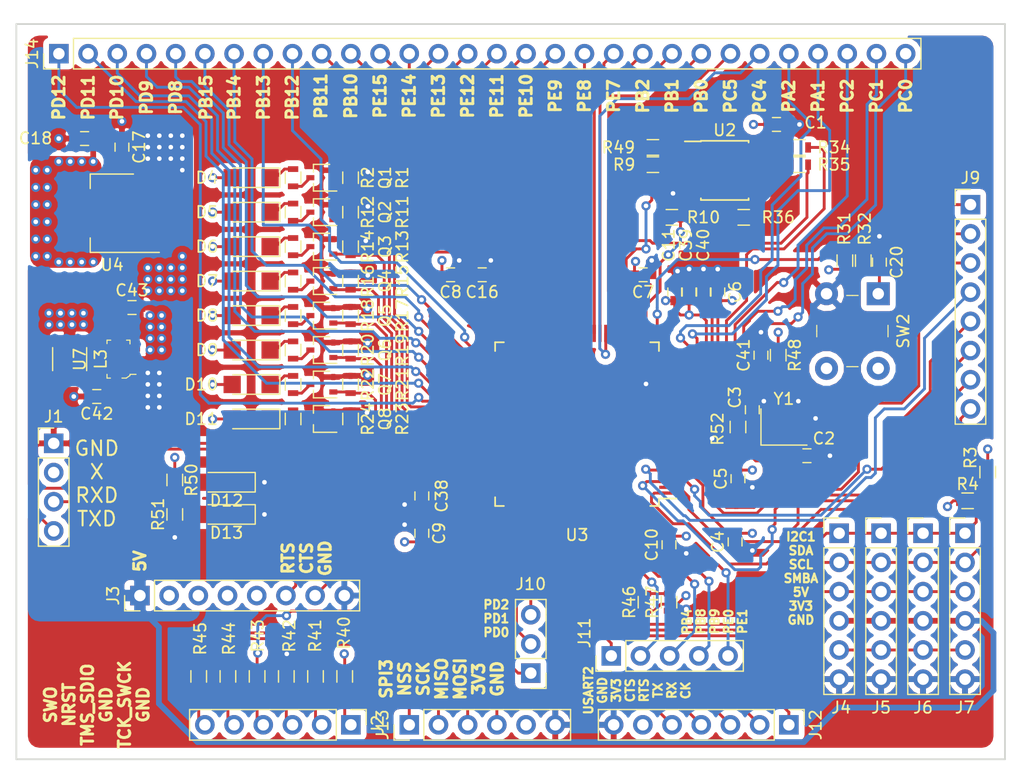
<source format=kicad_pcb>
(kicad_pcb (version 20171130) (host pcbnew 5.0.2-bee76a0~70~ubuntu18.04.1)
  (layers (0 F.Cu signal) (1 In1.Cu power) (2 In2.Cu power) (31 B.Cu signal) (34 B.Paste user) (35 F.Paste user) (36 B.SilkS user) (37 F.SilkS user) (38 B.Mask user) (39 F.Mask user) (44 Edge.Cuts user))
  (net 0 "")
  (net 1 GND)
  (net 2 +3V3)
  (net 3 "Net-(C2-Pad1)")
  (net 4 "Net-(C3-Pad1)")
  (net 5 +5V)
  (net 6 FTDI_CTS)
  (net 7 "Net-(R9-Pad2)")
  (net 8 "Net-(R10-Pad2)")
  (net 9 MEM_CHIP_SELECT)
  (net 10 "Net-(D4-Pad1)")
  (net 11 "Net-(D5-Pad1)")
  (net 12 "Net-(Q1-Pad3)")
  (net 13 "Net-(Q2-Pad3)")
  (net 14 "Net-(D6-Pad1)")
  (net 15 "Net-(D7-Pad1)")
  (net 16 "Net-(D8-Pad1)")
  (net 17 "Net-(D9-Pad1)")
  (net 18 "Net-(D10-Pad1)")
  (net 19 "Net-(D11-Pad1)")
  (net 20 "Net-(Q3-Pad3)")
  (net 21 "Net-(Q4-Pad3)")
  (net 22 "Net-(Q5-Pad3)")
  (net 23 "Net-(Q6-Pad3)")
  (net 24 "Net-(Q7-Pad3)")
  (net 25 "Net-(Q8-Pad3)")
  (net 26 STATUS_BIT0)
  (net 27 STATUS_BIT1)
  (net 28 STATUS_BIT2)
  (net 29 STATUS_BIT3)
  (net 30 STATUS_BIT4)
  (net 31 STATUS_BIT5)
  (net 32 STATUS_BIT6)
  (net 33 STATUS_BIT7)
  (net 34 ST_WP)
  (net 35 "Net-(R34-Pad2)")
  (net 36 ST_HOLD)
  (net 37 "Net-(R35-Pad2)")
  (net 38 "Net-(R36-Pad2)")
  (net 39 "Net-(C16-Pad2)")
  (net 40 "Net-(C38-Pad2)")
  (net 41 NRST)
  (net 42 "Net-(J2-Pad6)")
  (net 43 "Net-(J2-Pad5)")
  (net 44 "Net-(J2-Pad4)")
  (net 45 "Net-(J2-Pad3)")
  (net 46 "Net-(J2-Pad2)")
  (net 47 "Net-(J2-Pad1)")
  (net 48 TCK_SWCLK)
  (net 49 TMS_SWDIO)
  (net 50 SWO)
  (net 51 "Net-(R46-Pad2)")
  (net 52 "Net-(R49-Pad2)")
  (net 53 "Net-(D12-Pad2)")
  (net 54 "Net-(D13-Pad2)")
  (net 55 "Net-(L3-Pad2)")
  (net 56 FTDI_ST_RXD)
  (net 57 FTDI_ST_TXD)
  (net 58 FTDI_ST_RTS)
  (net 59 "Net-(R31-Pad2)")
  (net 60 "Net-(C20-Pad2)")
  (net 61 PE1)
  (net 62 PE0)
  (net 63 PB9)
  (net 64 PB8)
  (net 65 PB4)
  (net 66 PD2)
  (net 67 PD1)
  (net 68 PD0)
  (net 69 PD12)
  (net 70 PD11)
  (net 71 PD10)
  (net 72 PD9)
  (net 73 PD8)
  (net 74 PB15)
  (net 75 PB14)
  (net 76 PB13)
  (net 77 PB12)
  (net 78 PB11)
  (net 79 PB10)
  (net 80 PE7)
  (net 81 PB2)
  (net 82 PB1)
  (net 83 PB0)
  (net 84 PC5)
  (net 85 PC4)
  (net 86 PA2)
  (net 87 PA1)
  (net 88 PC2)
  (net 89 PC1)
  (net 90 PC0)
  (net 91 PC15)
  (net 92 PC14)
  (net 93 PC13)
  (net 94 PE6)
  (net 95 PE5)
  (net 96 PE4)
  (net 97 PE3)
  (net 98 PE2)
  (net 99 I2C1_SDA)
  (net 100 I2C1_SCL)
  (net 101 I2C1_SMBA)
  (net 102 USART2_CK)
  (net 103 USART2_RX)
  (net 104 USART2_TX)
  (net 105 USART2_RTS)
  (net 106 USART2_CTS)
  (net 107 SPI3_MOSI)
  (net 108 SPI3_MISO)
  (net 109 SPI3_SCK)
  (net 110 SPI3_NSS)
  (net 111 SPI1_MISO)
  (net 112 SPI1_SCK)
  (net 113 SPI1_MOSI)
  (net 114 PE9)
  (net 115 PE10)
  (net 116 PE11)
  (net 117 PE12)
  (net 118 PE13)
  (net 119 PE14)
  (net 120 PE15)
  (net 121 PE8)
  (module Housings_QFP:LQFP-100_14x14mm_Pitch0.5mm (layer F.Cu) (at 184.773813 100.826416 180)
    (fp_text reference U3 (at 0 -9.65 180) (layer F.SilkS))
    (fp_text value STM32F407VGTx)
    (pad 100 smd rect (at -6 -7.9 270) (size 1.5 0.28) (layers F.Cu F.Paste F.Mask) (net 2 +3V3))
    (pad 99 smd rect (at -5.5 -7.9 270) (size 1.5 0.28) (layers F.Cu F.Paste F.Mask) (net 1 GND))
    (pad 98 smd rect (at -5 -7.9 270) (size 1.5 0.28) (layers F.Cu F.Paste F.Mask) (net 61 PE1))
    (pad 97 smd rect (at -4.5 -7.9 270) (size 1.5 0.28) (layers F.Cu F.Paste F.Mask) (net 62 PE0))
    (pad 96 smd rect (at -4 -7.9 270) (size 1.5 0.28) (layers F.Cu F.Paste F.Mask) (net 63 PB9))
    (pad 95 smd rect (at -3.5 -7.9 270) (size 1.5 0.28) (layers F.Cu F.Paste F.Mask) (net 64 PB8))
    (pad 94 smd rect (at -3 -7.9 270) (size 1.5 0.28) (layers F.Cu F.Paste F.Mask) (net 51 "Net-(R46-Pad2)"))
    (pad 93 smd rect (at -2.5 -7.9 270) (size 1.5 0.28) (layers F.Cu F.Paste F.Mask) (net 99 I2C1_SDA))
    (pad 92 smd rect (at -2 -7.9 270) (size 1.5 0.28) (layers F.Cu F.Paste F.Mask) (net 100 I2C1_SCL))
    (pad 91 smd rect (at -1.5 -7.9 270) (size 1.5 0.28) (layers F.Cu F.Paste F.Mask) (net 101 I2C1_SMBA))
    (pad 90 smd rect (at -1 -7.9 270) (size 1.5 0.28) (layers F.Cu F.Paste F.Mask) (net 65 PB4))
    (pad 89 smd rect (at -0.5 -7.9 270) (size 1.5 0.28) (layers F.Cu F.Paste F.Mask) (net 50 SWO))
    (pad 88 smd rect (at 0 -7.9 270) (size 1.5 0.28) (layers F.Cu F.Paste F.Mask) (net 102 USART2_CK))
    (pad 87 smd rect (at 0.5 -7.9 270) (size 1.5 0.28) (layers F.Cu F.Paste F.Mask) (net 103 USART2_RX))
    (pad 86 smd rect (at 1 -7.9 270) (size 1.5 0.28) (layers F.Cu F.Paste F.Mask) (net 104 USART2_TX))
    (pad 85 smd rect (at 1.5 -7.9 270) (size 1.5 0.28) (layers F.Cu F.Paste F.Mask) (net 105 USART2_RTS))
    (pad 84 smd rect (at 2 -7.9 270) (size 1.5 0.28) (layers F.Cu F.Paste F.Mask) (net 106 USART2_CTS))
    (pad 83 smd rect (at 2.5 -7.9 270) (size 1.5 0.28) (layers F.Cu F.Paste F.Mask) (net 66 PD2))
    (pad 82 smd rect (at 3 -7.9 270) (size 1.5 0.28) (layers F.Cu F.Paste F.Mask) (net 67 PD1))
    (pad 81 smd rect (at 3.5 -7.9 270) (size 1.5 0.28) (layers F.Cu F.Paste F.Mask) (net 68 PD0))
    (pad 80 smd rect (at 4 -7.9 270) (size 1.5 0.28) (layers F.Cu F.Paste F.Mask) (net 107 SPI3_MOSI))
    (pad 79 smd rect (at 4.5 -7.9 270) (size 1.5 0.28) (layers F.Cu F.Paste F.Mask) (net 108 SPI3_MISO))
    (pad 78 smd rect (at 5 -7.9 270) (size 1.5 0.28) (layers F.Cu F.Paste F.Mask) (net 109 SPI3_SCK))
    (pad 77 smd rect (at 5.5 -7.9 270) (size 1.5 0.28) (layers F.Cu F.Paste F.Mask) (net 110 SPI3_NSS))
    (pad 76 smd rect (at 6 -7.9 270) (size 1.5 0.28) (layers F.Cu F.Paste F.Mask) (net 48 TCK_SWCLK))
    (pad 75 smd rect (at 7.9 -6 180) (size 1.5 0.28) (layers F.Cu F.Paste F.Mask) (net 2 +3V3))
    (pad 74 smd rect (at 7.9 -5.5 180) (size 1.5 0.28) (layers F.Cu F.Paste F.Mask) (net 1 GND))
    (pad 73 smd rect (at 7.9 -5 180) (size 1.5 0.28) (layers F.Cu F.Paste F.Mask) (net 40 "Net-(C38-Pad2)"))
    (pad 72 smd rect (at 7.9 -4.5 180) (size 1.5 0.28) (layers F.Cu F.Paste F.Mask) (net 49 TMS_SWDIO))
    (pad 71 smd rect (at 7.9 -4 180) (size 1.5 0.28) (layers F.Cu F.Paste F.Mask) (net 6 FTDI_CTS))
    (pad 70 smd rect (at 7.9 -3.5 180) (size 1.5 0.28) (layers F.Cu F.Paste F.Mask) (net 58 FTDI_ST_RTS))
    (pad 69 smd rect (at 7.9 -3 180) (size 1.5 0.28) (layers F.Cu F.Paste F.Mask) (net 57 FTDI_ST_TXD))
    (pad 68 smd rect (at 7.9 -2.5 180) (size 1.5 0.28) (layers F.Cu F.Paste F.Mask) (net 56 FTDI_ST_RXD))
    (pad 67 smd rect (at 7.9 -2 180) (size 1.5 0.28) (layers F.Cu F.Paste F.Mask) (net 33 STATUS_BIT7))
    (pad 66 smd rect (at 7.9 -1.5 180) (size 1.5 0.28) (layers F.Cu F.Paste F.Mask) (net 32 STATUS_BIT6))
    (pad 65 smd rect (at 7.9 -1 180) (size 1.5 0.28) (layers F.Cu F.Paste F.Mask) (net 31 STATUS_BIT5))
    (pad 64 smd rect (at 7.9 -0.5 180) (size 1.5 0.28) (layers F.Cu F.Paste F.Mask) (net 30 STATUS_BIT4))
    (pad 63 smd rect (at 7.9 0 180) (size 1.5 0.28) (layers F.Cu F.Paste F.Mask) (net 29 STATUS_BIT3))
    (pad 62 smd rect (at 7.9 0.5 180) (size 1.5 0.28) (layers F.Cu F.Paste F.Mask) (net 28 STATUS_BIT2))
    (pad 61 smd rect (at 7.9 1 180) (size 1.5 0.28) (layers F.Cu F.Paste F.Mask) (net 27 STATUS_BIT1))
    (pad 60 smd rect (at 7.9 1.5 180) (size 1.5 0.28) (layers F.Cu F.Paste F.Mask) (net 26 STATUS_BIT0))
    (pad 59 smd rect (at 7.9 2 180) (size 1.5 0.28) (layers F.Cu F.Paste F.Mask) (net 69 PD12))
    (pad 58 smd rect (at 7.9 2.5 180) (size 1.5 0.28) (layers F.Cu F.Paste F.Mask) (net 70 PD11))
    (pad 57 smd rect (at 7.9 3 180) (size 1.5 0.28) (layers F.Cu F.Paste F.Mask) (net 71 PD10))
    (pad 56 smd rect (at 7.9 3.5 180) (size 1.5 0.28) (layers F.Cu F.Paste F.Mask) (net 72 PD9))
    (pad 55 smd rect (at 7.9 4 180) (size 1.5 0.28) (layers F.Cu F.Paste F.Mask) (net 73 PD8))
    (pad 54 smd rect (at 7.9 4.5 180) (size 1.5 0.28) (layers F.Cu F.Paste F.Mask) (net 74 PB15))
    (pad 53 smd rect (at 7.9 5 180) (size 1.5 0.28) (layers F.Cu F.Paste F.Mask) (net 75 PB14))
    (pad 52 smd rect (at 7.9 5.5 180) (size 1.5 0.28) (layers F.Cu F.Paste F.Mask) (net 76 PB13))
    (pad 51 smd rect (at 7.9 6 180) (size 1.5 0.28) (layers F.Cu F.Paste F.Mask) (net 77 PB12))
    (pad 50 smd rect (at 6 7.9 270) (size 1.5 0.28) (layers F.Cu F.Paste F.Mask) (net 2 +3V3))
    (pad 49 smd rect (at 5.5 7.9 270) (size 1.5 0.28) (layers F.Cu F.Paste F.Mask) (net 39 "Net-(C16-Pad2)"))
    (pad 48 smd rect (at 5 7.9 270) (size 1.5 0.28) (layers F.Cu F.Paste F.Mask) (net 78 PB11))
    (pad 47 smd rect (at 4.5 7.9 270) (size 1.5 0.28) (layers F.Cu F.Paste F.Mask) (net 79 PB10))
    (pad 46 smd rect (at 4 7.9 270) (size 1.5 0.28) (layers F.Cu F.Paste F.Mask) (net 120 PE15))
    (pad 45 smd rect (at 3.5 7.9 270) (size 1.5 0.28) (layers F.Cu F.Paste F.Mask) (net 119 PE14))
    (pad 44 smd rect (at 3 7.9 270) (size 1.5 0.28) (layers F.Cu F.Paste F.Mask) (net 118 PE13))
    (pad 43 smd rect (at 2.5 7.9 270) (size 1.5 0.28) (layers F.Cu F.Paste F.Mask) (net 117 PE12))
    (pad 42 smd rect (at 2 7.9 270) (size 1.5 0.28) (layers F.Cu F.Paste F.Mask) (net 116 PE11))
    (pad 41 smd rect (at 1.5 7.9 270) (size 1.5 0.28) (layers F.Cu F.Paste F.Mask) (net 115 PE10))
    (pad 40 smd rect (at 1 7.9 270) (size 1.5 0.28) (layers F.Cu F.Paste F.Mask) (net 114 PE9))
    (pad 39 smd rect (at 0.5 7.9 270) (size 1.5 0.28) (layers F.Cu F.Paste F.Mask) (net 121 PE8))
    (pad 38 smd rect (at 0 7.9 270) (size 1.5 0.28) (layers F.Cu F.Paste F.Mask) (net 80 PE7))
    (pad 37 smd rect (at -0.5 7.9 270) (size 1.5 0.28) (layers F.Cu F.Paste F.Mask) (net 81 PB2))
    (pad 36 smd rect (at -1 7.9 270) (size 1.5 0.28) (layers F.Cu F.Paste F.Mask) (net 82 PB1))
    (pad 35 smd rect (at -1.5 7.9 270) (size 1.5 0.28) (layers F.Cu F.Paste F.Mask) (net 83 PB0))
    (pad 34 smd rect (at -2 7.9 270) (size 1.5 0.28) (layers F.Cu F.Paste F.Mask) (net 84 PC5))
    (pad 33 smd rect (at -2.5 7.9 270) (size 1.5 0.28) (layers F.Cu F.Paste F.Mask) (net 85 PC4))
    (pad 32 smd rect (at -3 7.9 270) (size 1.5 0.28) (layers F.Cu F.Paste F.Mask) (net 113 SPI1_MOSI))
    (pad 31 smd rect (at -3.5 7.9 270) (size 1.5 0.28) (layers F.Cu F.Paste F.Mask) (net 111 SPI1_MISO))
    (pad 30 smd rect (at -4 7.9 270) (size 1.5 0.28) (layers F.Cu F.Paste F.Mask) (net 112 SPI1_SCK))
    (pad 29 smd rect (at -4.5 7.9 270) (size 1.5 0.28) (layers F.Cu F.Paste F.Mask) (net 9 MEM_CHIP_SELECT))
    (pad 28 smd rect (at -5 7.9 270) (size 1.5 0.28) (layers F.Cu F.Paste F.Mask) (net 2 +3V3))
    (pad 27 smd rect (at -5.5 7.9 270) (size 1.5 0.28) (layers F.Cu F.Paste F.Mask) (net 1 GND))
    (pad 26 smd rect (at -6 7.9 270) (size 1.5 0.28) (layers F.Cu F.Paste F.Mask) (net 34 ST_WP))
    (pad 25 smd rect (at -7.9 6 180) (size 1.5 0.28) (layers F.Cu F.Paste F.Mask) (net 86 PA2))
    (pad 24 smd rect (at -7.9 5.5 180) (size 1.5 0.28) (layers F.Cu F.Paste F.Mask) (net 87 PA1))
    (pad 23 smd rect (at -7.9 5 180) (size 1.5 0.28) (layers F.Cu F.Paste F.Mask) (net 59 "Net-(R31-Pad2)"))
    (pad 22 smd rect (at -7.9 4.5 180) (size 1.5 0.28) (layers F.Cu F.Paste F.Mask) (net 2 +3V3))
    (pad 21 smd rect (at -7.9 4 180) (size 1.5 0.28) (layers F.Cu F.Paste F.Mask) (net 2 +3V3))
    (pad 20 smd rect (at -7.9 3.5 180) (size 1.5 0.28) (layers F.Cu F.Paste F.Mask) (net 1 GND))
    (pad 19 smd rect (at -7.9 3 180) (size 1.5 0.28) (layers F.Cu F.Paste F.Mask) (net 2 +3V3))
    (pad 18 smd rect (at -7.9 2.5 180) (size 1.5 0.28) (layers F.Cu F.Paste F.Mask) (net 36 ST_HOLD))
    (pad 17 smd rect (at -7.9 2 180) (size 1.5 0.28) (layers F.Cu F.Paste F.Mask) (net 88 PC2))
    (pad 16 smd rect (at -7.9 1.5 180) (size 1.5 0.28) (layers F.Cu F.Paste F.Mask) (net 89 PC1))
    (pad 15 smd rect (at -7.9 1 180) (size 1.5 0.28) (layers F.Cu F.Paste F.Mask) (net 90 PC0))
    (pad 14 smd rect (at -7.9 0.5 180) (size 1.5 0.28) (layers F.Cu F.Paste F.Mask) (net 41 NRST))
    (pad 13 smd rect (at -7.9 0 180) (size 1.5 0.28) (layers F.Cu F.Paste F.Mask) (net 4 "Net-(C3-Pad1)"))
    (pad 12 smd rect (at -7.9 -0.5 180) (size 1.5 0.28) (layers F.Cu F.Paste F.Mask) (net 3 "Net-(C2-Pad1)"))
    (pad 11 smd rect (at -7.9 -1 180) (size 1.5 0.28) (layers F.Cu F.Paste F.Mask) (net 2 +3V3))
    (pad 10 smd rect (at -7.9 -1.5 180) (size 1.5 0.28) (layers F.Cu F.Paste F.Mask) (net 1 GND))
    (pad 9 smd rect (at -7.9 -2 180) (size 1.5 0.28) (layers F.Cu F.Paste F.Mask) (net 91 PC15))
    (pad 8 smd rect (at -7.9 -2.5 180) (size 1.5 0.28) (layers F.Cu F.Paste F.Mask) (net 92 PC14))
    (pad 7 smd rect (at -7.9 -3 180) (size 1.5 0.28) (layers F.Cu F.Paste F.Mask) (net 93 PC13))
    (pad 6 smd rect (at -7.9 -3.5 180) (size 1.5 0.28) (layers F.Cu F.Paste F.Mask) (net 2 +3V3))
    (pad 5 smd rect (at -7.9 -4 180) (size 1.5 0.28) (layers F.Cu F.Paste F.Mask) (net 94 PE6))
    (pad 4 smd rect (at -7.9 -4.5 180) (size 1.5 0.28) (layers F.Cu F.Paste F.Mask) (net 95 PE5))
    (pad 3 smd rect (at -7.9 -5 180) (size 1.5 0.28) (layers F.Cu F.Paste F.Mask) (net 96 PE4))
    (pad 2 smd rect (at -7.9 -5.5 180) (size 1.5 0.28) (layers F.Cu F.Paste F.Mask) (net 97 PE3))
    (pad 1 smd rect (at -7.9 -6 180) (size 1.5 0.28) (layers F.Cu F.Paste F.Mask) (net 98 PE2))
  )
  (module Resistors_SMD:R_0603 (layer F.Cu) (at 165.073813 94.376416 90)
    (fp_text reference R19 (at 0 4.5 90) (layer F.SilkS))
    (fp_text value 10K)
    (pad 1 smd rect (at -0.75 0 90) (size 0.5 0.9) (layers F.Cu F.Paste F.Mask) (net 31 STATUS_BIT5))
    (pad 2 smd rect (at 0.75 0 90) (size 0.5 0.9) (layers F.Cu F.Paste F.Mask) (net 1 GND))
  )
  (module Crystals:Crystal_SMD_SeikoEpson_TSX3225-4pin_3.2x2.5mm (layer F.Cu) (at 202.773813 101.076416)
    (fp_text reference Y1 (at 0 -2.45) (layer F.SilkS))
    (fp_text value Crystal_GND24)
    (pad 4 smd rect (at -1.1 -0.8) (size 1.4 1.15) (layers F.Cu F.Paste F.Mask) (net 4 "Net-(C3-Pad1)"))
    (pad 3 smd rect (at 1.1 -0.8) (size 1.4 1.15) (layers F.Cu F.Paste F.Mask) (net 1 GND))
    (pad 2 smd rect (at 1.1 0.8) (size 1.4 1.15) (layers F.Cu F.Paste F.Mask) (net 3 "Net-(C2-Pad1)"))
    (pad 1 smd rect (at -1.1 0.8) (size 1.4 1.15) (layers F.Cu F.Paste F.Mask) (net 1 GND))
  )
  (module TO_SOT_Packages_SMD:SOT-223 (layer F.Cu) (at 144.335584 82.467813 180)
    (fp_text reference U4 (at 0 -4.5 180) (layer F.SilkS))
    (fp_text value LD1117S33TR)
    (pad 1 smd rect (at -3.15 -2.3 180) (size 2 1.5) (layers F.Cu F.Paste F.Mask) (net 1 GND))
    (pad 3 smd rect (at -3.15 2.3 180) (size 2 1.5) (layers F.Cu F.Paste F.Mask) (net 5 +5V))
    (pad 2 smd rect (at -3.15 0 180) (size 2 1.5) (layers F.Cu F.Paste F.Mask) (net 2 +3V3))
    (pad 4 smd rect (at 3.15 0 180) (size 2 3.8) (layers F.Cu F.Paste F.Mask) (net 2 +3V3))
  )
  (module Pin_Headers:Pin_Header_Straight_1x06_Pitch2.54mm (layer F.Cu) (at 165.1 127 270)
    (fp_text reference J2 (at 0 -2.33 270) (layer F.SilkS))
    (fp_text value Conn_01x06)
    (pad 6 thru_hole oval (at 0 12.7 270) (size 1.7 1.7) (drill 1) (layers *.Cu *.Mask) (net 42 "Net-(J2-Pad6)"))
    (pad 5 thru_hole oval (at 0 10.16 270) (size 1.7 1.7) (drill 1) (layers *.Cu *.Mask) (net 43 "Net-(J2-Pad5)"))
    (pad 4 thru_hole oval (at 0 7.62 270) (size 1.7 1.7) (drill 1) (layers *.Cu *.Mask) (net 44 "Net-(J2-Pad4)"))
    (pad 3 thru_hole oval (at 0 5.08 270) (size 1.7 1.7) (drill 1) (layers *.Cu *.Mask) (net 45 "Net-(J2-Pad3)"))
    (pad 2 thru_hole oval (at 0 2.54 270) (size 1.7 1.7) (drill 1) (layers *.Cu *.Mask) (net 46 "Net-(J2-Pad2)"))
    (pad 1 thru_hole rect (at 0 0 270) (size 1.7 1.7) (drill 1) (layers *.Cu *.Mask) (net 47 "Net-(J2-Pad1)"))
  )
  (module Housings_SOIC:SOIC-8_3.9x4.9mm_Pitch1.27mm (layer F.Cu) (at 197.623148 78.740523)
    (fp_text reference U2 (at 0 -3.5) (layer F.SilkS))
    (fp_text value W25Q128JV-DTR)
    (pad 8 smd rect (at 2.7 -1.905) (size 1.55 0.6) (layers F.Cu F.Paste F.Mask) (net 2 +3V3))
    (pad 7 smd rect (at 2.7 -0.635) (size 1.55 0.6) (layers F.Cu F.Paste F.Mask) (net 35 "Net-(R34-Pad2)"))
    (pad 6 smd rect (at 2.7 0.635) (size 1.55 0.6) (layers F.Cu F.Paste F.Mask) (net 37 "Net-(R35-Pad2)"))
    (pad 5 smd rect (at 2.7 1.905) (size 1.55 0.6) (layers F.Cu F.Paste F.Mask) (net 38 "Net-(R36-Pad2)"))
    (pad 4 smd rect (at -2.7 1.905) (size 1.55 0.6) (layers F.Cu F.Paste F.Mask) (net 1 GND))
    (pad 3 smd rect (at -2.7 0.635) (size 1.55 0.6) (layers F.Cu F.Paste F.Mask) (net 8 "Net-(R10-Pad2)"))
    (pad 2 smd rect (at -2.7 -0.635) (size 1.55 0.6) (layers F.Cu F.Paste F.Mask) (net 7 "Net-(R9-Pad2)"))
    (pad 1 smd rect (at -2.7 -1.905) (size 1.55 0.6) (layers F.Cu F.Paste F.Mask) (net 52 "Net-(R49-Pad2)"))
  )
  (module Capacitors_SMD:C_0603 (layer F.Cu) (at 202.123148 74.740523)
    (fp_text reference C1 (at 3.400665 -0.164107) (layer F.SilkS))
    (fp_text value C)
    (pad 1 smd rect (at -0.75 0) (size 0.8 0.75) (layers F.Cu F.Paste F.Mask) (net 2 +3V3))
    (pad 2 smd rect (at 0.75 0) (size 0.8 0.75) (layers F.Cu F.Paste F.Mask) (net 1 GND))
  )
  (module Capacitors_SMD:C_0603 (layer F.Cu) (at 204.773813 103.576416)
    (fp_text reference C2 (at 1.476187 -1.5) (layer F.SilkS))
    (fp_text value C)
    (pad 2 smd rect (at 0.75 0) (size 0.8 0.75) (layers F.Cu F.Paste F.Mask) (net 1 GND))
    (pad 1 smd rect (at -0.75 0) (size 0.8 0.75) (layers F.Cu F.Paste F.Mask) (net 3 "Net-(C2-Pad1)"))
  )
  (module Capacitors_SMD:C_0603 (layer F.Cu) (at 200.023813 99.576416 90)
    (fp_text reference C3 (at 1.076416 -1.523813 90) (layer F.SilkS))
    (fp_text value C)
    (pad 1 smd rect (at -0.75 0 90) (size 0.8 0.75) (layers F.Cu F.Paste F.Mask) (net 4 "Net-(C3-Pad1)"))
    (pad 2 smd rect (at 0.75 0 90) (size 0.8 0.75) (layers F.Cu F.Paste F.Mask) (net 1 GND))
  )
  (module Capacitors_SMD:C_0603 (layer F.Cu) (at 198.523813 111.076416 90)
    (fp_text reference C4 (at 0 -1.5 90) (layer F.SilkS))
    (fp_text value C)
    (pad 2 smd rect (at 0.75 0 90) (size 0.8 0.75) (layers F.Cu F.Paste F.Mask) (net 2 +3V3))
    (pad 1 smd rect (at -0.75 0 90) (size 0.8 0.75) (layers F.Cu F.Paste F.Mask) (net 1 GND))
  )
  (module Capacitors_SMD:C_0603 (layer F.Cu) (at 198.773813 105.576416 90)
    (fp_text reference C5 (at 0 -1.5 90) (layer F.SilkS))
    (fp_text value C)
    (pad 1 smd rect (at -0.75 0 90) (size 0.8 0.75) (layers F.Cu F.Paste F.Mask) (net 1 GND))
    (pad 2 smd rect (at 0.75 0 90) (size 0.8 0.75) (layers F.Cu F.Paste F.Mask) (net 2 +3V3))
  )
  (module Capacitors_SMD:C_0603 (layer F.Cu) (at 197.023813 89.326416 270)
    (fp_text reference C6 (at 0 -1.5 270) (layer F.SilkS))
    (fp_text value C)
    (pad 2 smd rect (at 0.75 0 270) (size 0.8 0.75) (layers F.Cu F.Paste F.Mask) (net 2 +3V3))
    (pad 1 smd rect (at -0.75 0 270) (size 0.8 0.75) (layers F.Cu F.Paste F.Mask) (net 1 GND))
  )
  (module Capacitors_SMD:C_0603 (layer F.Cu) (at 190.523813 87.826416 180)
    (fp_text reference C7 (at 0 -1.5 180) (layer F.SilkS))
    (fp_text value C)
    (pad 1 smd rect (at -0.75 0 180) (size 0.8 0.75) (layers F.Cu F.Paste F.Mask) (net 1 GND))
    (pad 2 smd rect (at 0.75 0 180) (size 0.8 0.75) (layers F.Cu F.Paste F.Mask) (net 2 +3V3))
  )
  (module Capacitors_SMD:C_0603 (layer F.Cu) (at 173.773813 87.826416 180)
    (fp_text reference C8 (at 0 -1.5 180) (layer F.SilkS))
    (fp_text value C)
    (pad 1 smd rect (at -0.75 0 180) (size 0.8 0.75) (layers F.Cu F.Paste F.Mask) (net 1 GND))
    (pad 2 smd rect (at 0.75 0 180) (size 0.8 0.75) (layers F.Cu F.Paste F.Mask) (net 2 +3V3))
  )
  (module Capacitors_SMD:C_0603 (layer F.Cu) (at 171.273813 110.326416 270)
    (fp_text reference C9 (at 0 -1.5 270) (layer F.SilkS))
    (fp_text value C)
    (pad 2 smd rect (at 0.75 0 270) (size 0.8 0.75) (layers F.Cu F.Paste F.Mask) (net 2 +3V3))
    (pad 1 smd rect (at -0.75 0 270) (size 0.8 0.75) (layers F.Cu F.Paste F.Mask) (net 1 GND))
  )
  (module Capacitors_SMD:C_0603 (layer F.Cu) (at 192.773813 111.326416 90)
    (fp_text reference C10 (at 0 -1.5 90) (layer F.SilkS))
    (fp_text value C)
    (pad 1 smd rect (at -0.75 0 90) (size 0.8 0.75) (layers F.Cu F.Paste F.Mask) (net 1 GND))
    (pad 2 smd rect (at 0.75 0 90) (size 0.8 0.75) (layers F.Cu F.Paste F.Mask) (net 2 +3V3))
  )
  (module Capacitors_SMD:C_0603 (layer F.Cu) (at 193.273813 89.326416 270)
    (fp_text reference C11 (at -4.076416 0.523813 270) (layer F.SilkS))
    (fp_text value C)
    (pad 2 smd rect (at 0.75 0 270) (size 0.8 0.75) (layers F.Cu F.Paste F.Mask) (net 2 +3V3))
    (pad 1 smd rect (at -0.75 0 270) (size 0.8 0.75) (layers F.Cu F.Paste F.Mask) (net 1 GND))
  )
  (module Capacitors_SMD:C_0603 (layer F.Cu) (at 176.523813 87.826416 180)
    (fp_text reference C16 (at 0 -1.5 180) (layer F.SilkS))
    (fp_text value 2.2uF)
    (pad 2 smd rect (at 0.75 0 180) (size 0.8 0.75) (layers F.Cu F.Paste F.Mask) (net 39 "Net-(C16-Pad2)"))
    (pad 1 smd rect (at -0.75 0 180) (size 0.8 0.75) (layers F.Cu F.Paste F.Mask) (net 1 GND))
  )
  (module Capacitors_SMD:C_0603 (layer F.Cu) (at 145.185584 76.717813 270)
    (fp_text reference C17 (at 0 -1.5 270) (layer F.SilkS))
    (fp_text value 0.1uF)
    (pad 1 smd rect (at -0.75 0 270) (size 0.8 0.75) (layers F.Cu F.Paste F.Mask) (net 1 GND))
    (pad 2 smd rect (at 0.75 0 270) (size 0.8 0.75) (layers F.Cu F.Paste F.Mask) (net 5 +5V))
  )
  (module Capacitors_SMD:C_0603 (layer F.Cu) (at 141.935584 75.967813)
    (fp_text reference C18 (at -4.267584 -0.021813) (layer F.SilkS))
    (fp_text value 10uF)
    (pad 1 smd rect (at -0.75 0) (size 0.8 0.75) (layers F.Cu F.Paste F.Mask) (net 1 GND))
    (pad 2 smd rect (at 0.75 0) (size 0.8 0.75) (layers F.Cu F.Paste F.Mask) (net 2 +3V3))
  )
  (module Capacitors_SMD:C_0603 (layer F.Cu) (at 171.273813 107.076416 90)
    (fp_text reference C38 (at 0 1.726187 90) (layer F.SilkS))
    (fp_text value 2.2uF)
    (pad 1 smd rect (at -0.75 0 90) (size 0.8 0.75) (layers F.Cu F.Paste F.Mask) (net 1 GND))
    (pad 2 smd rect (at 0.75 0 90) (size 0.8 0.75) (layers F.Cu F.Paste F.Mask) (net 40 "Net-(C38-Pad2)"))
  )
  (module Capacitors_SMD:C_0603 (layer F.Cu) (at 194.523813 89.326416 270)
    (fp_text reference C39 (at -4.076416 0.273813 270) (layer F.SilkS))
    (fp_text value .1uF)
    (pad 2 smd rect (at 0.75 0 270) (size 0.8 0.75) (layers F.Cu F.Paste F.Mask) (net 2 +3V3))
    (pad 1 smd rect (at -0.75 0 270) (size 0.8 0.75) (layers F.Cu F.Paste F.Mask) (net 1 GND))
  )
  (module Capacitors_SMD:C_0603 (layer F.Cu) (at 195.773813 89.326416 270)
    (fp_text reference C40 (at -4.076416 0.023813 270) (layer F.SilkS))
    (fp_text value 1uF)
    (pad 1 smd rect (at -0.75 0 270) (size 0.8 0.75) (layers F.Cu F.Paste F.Mask) (net 1 GND))
    (pad 2 smd rect (at 0.75 0 270) (size 0.8 0.75) (layers F.Cu F.Paste F.Mask) (net 2 +3V3))
  )
  (module Capacitors_SMD:C_0603 (layer F.Cu) (at 200.773813 94.826416 90)
    (fp_text reference C41 (at 0 -1.5 90) (layer F.SilkS))
    (fp_text value C)
    (pad 2 smd rect (at 0.75 0 90) (size 0.8 0.75) (layers F.Cu F.Paste F.Mask) (net 1 GND))
    (pad 1 smd rect (at -0.75 0 90) (size 0.8 0.75) (layers F.Cu F.Paste F.Mask) (net 41 NRST))
  )
  (module LEDs:LED_1206 (layer F.Cu) (at 156.423813 79.376416 180)
    (fp_text reference D4 (at 3.85 0 180) (layer F.SilkS))
    (fp_text value LED)
    (pad 1 smd rect (at -1.65 0) (size 1.5 1.5) (layers F.Cu F.Paste F.Mask) (net 10 "Net-(D4-Pad1)"))
    (pad 2 smd rect (at 1.65 0) (size 1.5 1.5) (layers F.Cu F.Paste F.Mask) (net 2 +3V3))
  )
  (module LEDs:LED_1206 (layer F.Cu) (at 156.423813 82.376416 180)
    (fp_text reference D5 (at 3.85 0 180) (layer F.SilkS))
    (fp_text value LED)
    (pad 1 smd rect (at -1.65 0) (size 1.5 1.5) (layers F.Cu F.Paste F.Mask) (net 11 "Net-(D5-Pad1)"))
    (pad 2 smd rect (at 1.65 0) (size 1.5 1.5) (layers F.Cu F.Paste F.Mask) (net 2 +3V3))
  )
  (module LEDs:LED_1206 (layer F.Cu) (at 156.423813 85.376416 180)
    (fp_text reference D6 (at 3.85 0 180) (layer F.SilkS))
    (fp_text value LED)
    (pad 2 smd rect (at 1.65 0) (size 1.5 1.5) (layers F.Cu F.Paste F.Mask) (net 2 +3V3))
    (pad 1 smd rect (at -1.65 0) (size 1.5 1.5) (layers F.Cu F.Paste F.Mask) (net 14 "Net-(D6-Pad1)"))
  )
  (module LEDs:LED_1206 (layer F.Cu) (at 156.423813 88.376416 180)
    (fp_text reference D7 (at 3.85 0 180) (layer F.SilkS))
    (fp_text value LED)
    (pad 2 smd rect (at 1.65 0) (size 1.5 1.5) (layers F.Cu F.Paste F.Mask) (net 2 +3V3))
    (pad 1 smd rect (at -1.65 0) (size 1.5 1.5) (layers F.Cu F.Paste F.Mask) (net 15 "Net-(D7-Pad1)"))
  )
  (module LEDs:LED_1206 (layer F.Cu) (at 156.423813 91.376416 180)
    (fp_text reference D8 (at 3.85 0 180) (layer F.SilkS))
    (fp_text value LED)
    (pad 2 smd rect (at 1.65 0) (size 1.5 1.5) (layers F.Cu F.Paste F.Mask) (net 2 +3V3))
    (pad 1 smd rect (at -1.65 0) (size 1.5 1.5) (layers F.Cu F.Paste F.Mask) (net 16 "Net-(D8-Pad1)"))
  )
  (module LEDs:LED_1206 (layer F.Cu) (at 156.423813 94.376416 180)
    (fp_text reference D9 (at 3.85 0 180) (layer F.SilkS))
    (fp_text value LED)
    (pad 1 smd rect (at -1.65 0) (size 1.5 1.5) (layers F.Cu F.Paste F.Mask) (net 17 "Net-(D9-Pad1)"))
    (pad 2 smd rect (at 1.65 0) (size 1.5 1.5) (layers F.Cu F.Paste F.Mask) (net 2 +3V3))
  )
  (module LEDs:LED_1206 (layer F.Cu) (at 156.423813 97.376416 180)
    (fp_text reference D10 (at 4.35 0 180) (layer F.SilkS))
    (fp_text value LED)
    (pad 2 smd rect (at 1.65 0) (size 1.5 1.5) (layers F.Cu F.Paste F.Mask) (net 2 +3V3))
    (pad 1 smd rect (at -1.65 0) (size 1.5 1.5) (layers F.Cu F.Paste F.Mask) (net 18 "Net-(D10-Pad1)"))
  )
  (module LEDs:LED_1206 (layer F.Cu) (at 156.423813 100.376416 180)
    (fp_text reference D11 (at 4.35 0 180) (layer F.SilkS))
    (fp_text value LED)
    (pad 1 smd rect (at -1.65 0) (size 1.5 1.5) (layers F.Cu F.Paste F.Mask) (net 19 "Net-(D11-Pad1)"))
    (pad 2 smd rect (at 1.65 0) (size 1.5 1.5) (layers F.Cu F.Paste F.Mask) (net 2 +3V3))
  )
  (module TO_SOT_Packages_SMD:SOT-323_SC-70 (layer F.Cu) (at 162.573813 79.376416 180)
    (fp_text reference Q1 (at -5.5 0 -90) (layer F.SilkS))
    (fp_text value Q_NMOS_GSD)
    (pad 3 smd rect (at 1 0 90) (size 0.45 0.7) (layers F.Cu F.Paste F.Mask) (net 12 "Net-(Q1-Pad3)"))
    (pad 2 smd rect (at -1 0.65 90) (size 0.45 0.7) (layers F.Cu F.Paste F.Mask) (net 1 GND))
    (pad 1 smd rect (at -1 -0.65 90) (size 0.45 0.7) (layers F.Cu F.Paste F.Mask) (net 26 STATUS_BIT0))
  )
  (module TO_SOT_Packages_SMD:SOT-323_SC-70 (layer F.Cu) (at 162.573813 82.376416 180)
    (fp_text reference Q2 (at -5.5 0 -90) (layer F.SilkS))
    (fp_text value Q_NMOS_GSD)
    (pad 3 smd rect (at 1 0 90) (size 0.45 0.7) (layers F.Cu F.Paste F.Mask) (net 13 "Net-(Q2-Pad3)"))
    (pad 2 smd rect (at -1 0.65 90) (size 0.45 0.7) (layers F.Cu F.Paste F.Mask) (net 1 GND))
    (pad 1 smd rect (at -1 -0.65 90) (size 0.45 0.7) (layers F.Cu F.Paste F.Mask) (net 27 STATUS_BIT1))
  )
  (module TO_SOT_Packages_SMD:SOT-323_SC-70 (layer F.Cu) (at 162.573813 85.376416 180)
    (fp_text reference Q3 (at -5.5 0 -90) (layer F.SilkS))
    (fp_text value Q_NMOS_GSD)
    (pad 1 smd rect (at -1 -0.65 90) (size 0.45 0.7) (layers F.Cu F.Paste F.Mask) (net 28 STATUS_BIT2))
    (pad 2 smd rect (at -1 0.65 90) (size 0.45 0.7) (layers F.Cu F.Paste F.Mask) (net 1 GND))
    (pad 3 smd rect (at 1 0 90) (size 0.45 0.7) (layers F.Cu F.Paste F.Mask) (net 20 "Net-(Q3-Pad3)"))
  )
  (module TO_SOT_Packages_SMD:SOT-323_SC-70 (layer F.Cu) (at 162.573813 88.376416 180)
    (fp_text reference Q4 (at -5.5 0 -90) (layer F.SilkS))
    (fp_text value Q_NMOS_GSD)
    (pad 1 smd rect (at -1 -0.65 90) (size 0.45 0.7) (layers F.Cu F.Paste F.Mask) (net 29 STATUS_BIT3))
    (pad 2 smd rect (at -1 0.65 90) (size 0.45 0.7) (layers F.Cu F.Paste F.Mask) (net 1 GND))
    (pad 3 smd rect (at 1 0 90) (size 0.45 0.7) (layers F.Cu F.Paste F.Mask) (net 21 "Net-(Q4-Pad3)"))
  )
  (module TO_SOT_Packages_SMD:SOT-323_SC-70 (layer F.Cu) (at 162.573813 91.376416 180)
    (fp_text reference Q5 (at -5.5 0 -90) (layer F.SilkS))
    (fp_text value Q_NMOS_GSD)
    (pad 3 smd rect (at 1 0 90) (size 0.45 0.7) (layers F.Cu F.Paste F.Mask) (net 22 "Net-(Q5-Pad3)"))
    (pad 2 smd rect (at -1 0.65 90) (size 0.45 0.7) (layers F.Cu F.Paste F.Mask) (net 1 GND))
    (pad 1 smd rect (at -1 -0.65 90) (size 0.45 0.7) (layers F.Cu F.Paste F.Mask) (net 30 STATUS_BIT4))
  )
  (module TO_SOT_Packages_SMD:SOT-323_SC-70 (layer F.Cu) (at 162.573813 94.376416 180)
    (fp_text reference Q6 (at -5.5 0 -90) (layer F.SilkS))
    (fp_text value Q_NMOS_GSD)
    (pad 3 smd rect (at 1 0 90) (size 0.45 0.7) (layers F.Cu F.Paste F.Mask) (net 23 "Net-(Q6-Pad3)"))
    (pad 2 smd rect (at -1 0.65 90) (size 0.45 0.7) (layers F.Cu F.Paste F.Mask) (net 1 GND))
    (pad 1 smd rect (at -1 -0.65 90) (size 0.45 0.7) (layers F.Cu F.Paste F.Mask) (net 31 STATUS_BIT5))
  )
  (module TO_SOT_Packages_SMD:SOT-323_SC-70 (layer F.Cu) (at 162.573813 97.376416 180)
    (fp_text reference Q7 (at -5.5 0 -90) (layer F.SilkS))
    (fp_text value Q_NMOS_GSD)
    (pad 1 smd rect (at -1 -0.65 90) (size 0.45 0.7) (layers F.Cu F.Paste F.Mask) (net 32 STATUS_BIT6))
    (pad 2 smd rect (at -1 0.65 90) (size 0.45 0.7) (layers F.Cu F.Paste F.Mask) (net 1 GND))
    (pad 3 smd rect (at 1 0 90) (size 0.45 0.7) (layers F.Cu F.Paste F.Mask) (net 24 "Net-(Q7-Pad3)"))
  )
  (module TO_SOT_Packages_SMD:SOT-323_SC-70 (layer F.Cu) (at 162.573813 100.376416 180)
    (fp_text reference Q8 (at -5.5 0 -90) (layer F.SilkS))
    (fp_text value Q_NMOS_GSD)
    (pad 1 smd rect (at -1 -0.65 90) (size 0.45 0.7) (layers F.Cu F.Paste F.Mask) (net 33 STATUS_BIT7))
    (pad 2 smd rect (at -1 0.65 90) (size 0.45 0.7) (layers F.Cu F.Paste F.Mask) (net 1 GND))
    (pad 3 smd rect (at 1 0 90) (size 0.45 0.7) (layers F.Cu F.Paste F.Mask) (net 25 "Net-(Q8-Pad3)"))
  )
  (module Resistors_SMD:R_0603 (layer F.Cu) (at 165.073813 79.376416 90)
    (fp_text reference R1 (at 0 4.5 90) (layer F.SilkS))
    (fp_text value 10K)
    (pad 2 smd rect (at 0.75 0 90) (size 0.5 0.9) (layers F.Cu F.Paste F.Mask) (net 1 GND))
    (pad 1 smd rect (at -0.75 0 90) (size 0.5 0.9) (layers F.Cu F.Paste F.Mask) (net 26 STATUS_BIT0))
  )
  (module Resistors_SMD:R_0603 (layer F.Cu) (at 160.073813 79.376416 270)
    (fp_text reference R2 (at 0 -6.5 270) (layer F.SilkS))
    (fp_text value 330R)
    (pad 1 smd rect (at -0.75 0 270) (size 0.5 0.9) (layers F.Cu F.Paste F.Mask) (net 10 "Net-(D4-Pad1)"))
    (pad 2 smd rect (at 0.75 0 270) (size 0.5 0.9) (layers F.Cu F.Paste F.Mask) (net 12 "Net-(Q1-Pad3)"))
  )
  (module Resistors_SMD:R_0603 (layer F.Cu) (at 191.373148 78.240523)
    (fp_text reference R9 (at -2.5 0) (layer F.SilkS))
    (fp_text value 0R)
    (pad 1 smd rect (at -0.75 0) (size 0.5 0.9) (layers F.Cu F.Paste F.Mask) (net 111 SPI1_MISO))
    (pad 2 smd rect (at 0.75 0) (size 0.5 0.9) (layers F.Cu F.Paste F.Mask) (net 7 "Net-(R9-Pad2)"))
  )
  (module Resistors_SMD:R_0603 (layer F.Cu) (at 193.023813 82.826416 180)
    (fp_text reference R10 (at -2.75 0 180) (layer F.SilkS))
    (fp_text value 0R)
    (pad 2 smd rect (at 0.75 0 180) (size 0.5 0.9) (layers F.Cu F.Paste F.Mask) (net 8 "Net-(R10-Pad2)"))
    (pad 1 smd rect (at -0.75 0 180) (size 0.5 0.9) (layers F.Cu F.Paste F.Mask) (net 34 ST_WP))
  )
  (module Resistors_SMD:R_0603 (layer F.Cu) (at 165.073813 82.376416 90)
    (fp_text reference R11 (at 0 4.5 90) (layer F.SilkS))
    (fp_text value 10K)
    (pad 2 smd rect (at 0.75 0 90) (size 0.5 0.9) (layers F.Cu F.Paste F.Mask) (net 1 GND))
    (pad 1 smd rect (at -0.75 0 90) (size 0.5 0.9) (layers F.Cu F.Paste F.Mask) (net 27 STATUS_BIT1))
  )
  (module Resistors_SMD:R_0603 (layer F.Cu) (at 160.073813 82.376416 270)
    (fp_text reference R12 (at 0 -6.5 270) (layer F.SilkS))
    (fp_text value 330R)
    (pad 2 smd rect (at 0.75 0 270) (size 0.5 0.9) (layers F.Cu F.Paste F.Mask) (net 13 "Net-(Q2-Pad3)"))
    (pad 1 smd rect (at -0.75 0 270) (size 0.5 0.9) (layers F.Cu F.Paste F.Mask) (net 11 "Net-(D5-Pad1)"))
  )
  (module Resistors_SMD:R_0603 (layer F.Cu) (at 165.073813 85.376416 90)
    (fp_text reference R13 (at 0 4.5 90) (layer F.SilkS))
    (fp_text value 10K)
    (pad 2 smd rect (at 0.75 0 90) (size 0.5 0.9) (layers F.Cu F.Paste F.Mask) (net 1 GND))
    (pad 1 smd rect (at -0.75 0 90) (size 0.5 0.9) (layers F.Cu F.Paste F.Mask) (net 28 STATUS_BIT2))
  )
  (module Resistors_SMD:R_0603 (layer F.Cu) (at 160.073813 85.376416 270)
    (fp_text reference R14 (at 0 -6.5 270) (layer F.SilkS))
    (fp_text value 330R)
    (pad 2 smd rect (at 0.75 0 270) (size 0.5 0.9) (layers F.Cu F.Paste F.Mask) (net 20 "Net-(Q3-Pad3)"))
    (pad 1 smd rect (at -0.75 0 270) (size 0.5 0.9) (layers F.Cu F.Paste F.Mask) (net 14 "Net-(D6-Pad1)"))
  )
  (module Resistors_SMD:R_0603 (layer F.Cu) (at 165.073813 88.376416 90)
    (fp_text reference R15 (at 0 4.5 90) (layer F.SilkS))
    (fp_text value 10K)
    (pad 1 smd rect (at -0.75 0 90) (size 0.5 0.9) (layers F.Cu F.Paste F.Mask) (net 29 STATUS_BIT3))
    (pad 2 smd rect (at 0.75 0 90) (size 0.5 0.9) (layers F.Cu F.Paste F.Mask) (net 1 GND))
  )
  (module Resistors_SMD:R_0603 (layer F.Cu) (at 160.073813 88.376416 270)
    (fp_text reference R16 (at 0 -6.5 270) (layer F.SilkS))
    (fp_text value 330R)
    (pad 1 smd rect (at -0.75 0 270) (size 0.5 0.9) (layers F.Cu F.Paste F.Mask) (net 15 "Net-(D7-Pad1)"))
    (pad 2 smd rect (at 0.75 0 270) (size 0.5 0.9) (layers F.Cu F.Paste F.Mask) (net 21 "Net-(Q4-Pad3)"))
  )
  (module Resistors_SMD:R_0603 (layer F.Cu) (at 165.073813 91.376416 90)
    (fp_text reference R17 (at 0 4.5 90) (layer F.SilkS))
    (fp_text value 10K)
    (pad 1 smd rect (at -0.75 0 90) (size 0.5 0.9) (layers F.Cu F.Paste F.Mask) (net 30 STATUS_BIT4))
    (pad 2 smd rect (at 0.75 0 90) (size 0.5 0.9) (layers F.Cu F.Paste F.Mask) (net 1 GND))
  )
  (module Resistors_SMD:R_0603 (layer F.Cu) (at 160.073813 91.376416 270)
    (fp_text reference R18 (at 0 -6.5 270) (layer F.SilkS))
    (fp_text value 330R)
    (pad 2 smd rect (at 0.75 0 270) (size 0.5 0.9) (layers F.Cu F.Paste F.Mask) (net 22 "Net-(Q5-Pad3)"))
    (pad 1 smd rect (at -0.75 0 270) (size 0.5 0.9) (layers F.Cu F.Paste F.Mask) (net 16 "Net-(D8-Pad1)"))
  )
  (module Resistors_SMD:R_0603 (layer F.Cu) (at 160.073813 94.376416 270)
    (fp_text reference R20 (at 0 -6.5 270) (layer F.SilkS))
    (fp_text value 330R)
    (pad 2 smd rect (at 0.75 0 270) (size 0.5 0.9) (layers F.Cu F.Paste F.Mask) (net 23 "Net-(Q6-Pad3)"))
    (pad 1 smd rect (at -0.75 0 270) (size 0.5 0.9) (layers F.Cu F.Paste F.Mask) (net 17 "Net-(D9-Pad1)"))
  )
  (module Resistors_SMD:R_0603 (layer F.Cu) (at 165.073813 97.376416 90)
    (fp_text reference R21 (at 0 4.5 90) (layer F.SilkS))
    (fp_text value 10K)
    (pad 2 smd rect (at 0.75 0 90) (size 0.5 0.9) (layers F.Cu F.Paste F.Mask) (net 1 GND))
    (pad 1 smd rect (at -0.75 0 90) (size 0.5 0.9) (layers F.Cu F.Paste F.Mask) (net 32 STATUS_BIT6))
  )
  (module Resistors_SMD:R_0603 (layer F.Cu) (at 160.073813 97.376416 270)
    (fp_text reference R22 (at 0 -6.5 270) (layer F.SilkS))
    (fp_text value 330R)
    (pad 1 smd rect (at -0.75 0 270) (size 0.5 0.9) (layers F.Cu F.Paste F.Mask) (net 18 "Net-(D10-Pad1)"))
    (pad 2 smd rect (at 0.75 0 270) (size 0.5 0.9) (layers F.Cu F.Paste F.Mask) (net 24 "Net-(Q7-Pad3)"))
  )
  (module Resistors_SMD:R_0603 (layer F.Cu) (at 165.073813 100.376416 90)
    (fp_text reference R23 (at 0 4.5 90) (layer F.SilkS))
    (fp_text value 10K)
    (pad 2 smd rect (at 0.75 0 90) (size 0.5 0.9) (layers F.Cu F.Paste F.Mask) (net 1 GND))
    (pad 1 smd rect (at -0.75 0 90) (size 0.5 0.9) (layers F.Cu F.Paste F.Mask) (net 33 STATUS_BIT7))
  )
  (module Resistors_SMD:R_0603 (layer F.Cu) (at 160.073813 100.376416 270)
    (fp_text reference R24 (at 0 -6.5 270) (layer F.SilkS))
    (fp_text value 330R)
    (pad 1 smd rect (at -0.75 0 270) (size 0.5 0.9) (layers F.Cu F.Paste F.Mask) (net 19 "Net-(D11-Pad1)"))
    (pad 2 smd rect (at 0.75 0 270) (size 0.5 0.9) (layers F.Cu F.Paste F.Mask) (net 25 "Net-(Q8-Pad3)"))
  )
  (module Resistors_SMD:R_0603 (layer F.Cu) (at 204.123148 76.740523 180)
    (fp_text reference R34 (at -3 0 180) (layer F.SilkS))
    (fp_text value 0R)
    (pad 1 smd rect (at -0.75 0 180) (size 0.5 0.9) (layers F.Cu F.Paste F.Mask) (net 36 ST_HOLD))
    (pad 2 smd rect (at 0.75 0 180) (size 0.5 0.9) (layers F.Cu F.Paste F.Mask) (net 35 "Net-(R34-Pad2)"))
  )
  (module Resistors_SMD:R_0603 (layer F.Cu) (at 204.123148 78.240523 180)
    (fp_text reference R35 (at -3 0 180) (layer F.SilkS))
    (fp_text value 0R)
    (pad 2 smd rect (at 0.75 0 180) (size 0.5 0.9) (layers F.Cu F.Paste F.Mask) (net 37 "Net-(R35-Pad2)"))
    (pad 1 smd rect (at -0.75 0 180) (size 0.5 0.9) (layers F.Cu F.Paste F.Mask) (net 112 SPI1_SCK))
  )
  (module Resistors_SMD:R_0603 (layer F.Cu) (at 199.273813 82.826416)
    (fp_text reference R36 (at 3 0) (layer F.SilkS))
    (fp_text value 0R)
    (pad 1 smd rect (at -0.75 0) (size 0.5 0.9) (layers F.Cu F.Paste F.Mask) (net 113 SPI1_MOSI))
    (pad 2 smd rect (at 0.75 0) (size 0.5 0.9) (layers F.Cu F.Paste F.Mask) (net 38 "Net-(R36-Pad2)"))
  )
  (module Resistors_SMD:R_0603 (layer F.Cu) (at 164.563813 122.786416 90)
    (fp_text reference R40 (at 3.786416 -0.063813 90) (layer F.SilkS))
    (fp_text value 0R)
    (pad 1 smd rect (at -0.75 0 90) (size 0.5 0.9) (layers F.Cu F.Paste F.Mask) (net 47 "Net-(J2-Pad1)"))
    (pad 2 smd rect (at 0.75 0 90) (size 0.5 0.9) (layers F.Cu F.Paste F.Mask) (net 2 +3V3))
  )
  (module Resistors_SMD:R_0603 (layer F.Cu) (at 162.023813 122.786416 90)
    (fp_text reference R41 (at 3.536416 -0.023813 90) (layer F.SilkS))
    (fp_text value 0R)
    (pad 1 smd rect (at -0.75 0 90) (size 0.5 0.9) (layers F.Cu F.Paste F.Mask) (net 46 "Net-(J2-Pad2)"))
    (pad 2 smd rect (at 0.75 0 90) (size 0.5 0.9) (layers F.Cu F.Paste F.Mask) (net 48 TCK_SWCLK))
  )
  (module Resistors_SMD:R_0603 (layer F.Cu) (at 159.483813 122.786416 90)
    (fp_text reference R42 (at 3.536416 0.266187 90) (layer F.SilkS))
    (fp_text value 0R)
    (pad 2 smd rect (at 0.75 0 90) (size 0.5 0.9) (layers F.Cu F.Paste F.Mask) (net 1 GND))
    (pad 1 smd rect (at -0.75 0 90) (size 0.5 0.9) (layers F.Cu F.Paste F.Mask) (net 45 "Net-(J2-Pad3)"))
  )
  (module Resistors_SMD:R_0603 (layer F.Cu) (at 156.943813 122.786416 90)
    (fp_text reference R43 (at 3.536416 0.056187 90) (layer F.SilkS))
    (fp_text value 0R)
    (pad 1 smd rect (at -0.75 0 90) (size 0.5 0.9) (layers F.Cu F.Paste F.Mask) (net 44 "Net-(J2-Pad4)"))
    (pad 2 smd rect (at 0.75 0 90) (size 0.5 0.9) (layers F.Cu F.Paste F.Mask) (net 49 TMS_SWDIO))
  )
  (module Resistors_SMD:R_0603 (layer F.Cu) (at 154.403813 122.786416 90)
    (fp_text reference R44 (at 3.286416 0.096187 90) (layer F.SilkS))
    (fp_text value 0R)
    (pad 2 smd rect (at 0.75 0 90) (size 0.5 0.9) (layers F.Cu F.Paste F.Mask) (net 41 NRST))
    (pad 1 smd rect (at -0.75 0 90) (size 0.5 0.9) (layers F.Cu F.Paste F.Mask) (net 43 "Net-(J2-Pad5)"))
  )
  (module Resistors_SMD:R_0603 (layer F.Cu) (at 151.863813 122.786416 90)
    (fp_text reference R45 (at 3.286416 0.136187 90) (layer F.SilkS))
    (fp_text value 0R)
    (pad 2 smd rect (at 0.75 0 90) (size 0.5 0.9) (layers F.Cu F.Paste F.Mask) (net 50 SWO))
    (pad 1 smd rect (at -0.75 0 90) (size 0.5 0.9) (layers F.Cu F.Paste F.Mask) (net 42 "Net-(J2-Pad6)"))
  )
  (module Resistors_SMD:R_0603 (layer F.Cu) (at 190.773813 116.326416 90)
    (fp_text reference R46 (at 0 -1.45 90) (layer F.SilkS))
    (fp_text value DNP)
    (pad 2 smd rect (at 0.75 0 90) (size 0.5 0.9) (layers F.Cu F.Paste F.Mask) (net 51 "Net-(R46-Pad2)"))
    (pad 1 smd rect (at -0.75 0 90) (size 0.5 0.9) (layers F.Cu F.Paste F.Mask) (net 2 +3V3))
  )
  (module Resistors_SMD:R_0603 (layer F.Cu) (at 192.773813 116.326416 90)
    (fp_text reference R47 (at 0 -1.45 90) (layer F.SilkS))
    (fp_text value 10K)
    (pad 1 smd rect (at -0.75 0 90) (size 0.5 0.9) (layers F.Cu F.Paste F.Mask) (net 1 GND))
    (pad 2 smd rect (at 0.75 0 90) (size 0.5 0.9) (layers F.Cu F.Paste F.Mask) (net 51 "Net-(R46-Pad2)"))
  )
  (module Resistors_SMD:R_0603 (layer F.Cu) (at 202.273813 94.826416 270)
    (fp_text reference R48 (at 0 -1.45 270) (layer F.SilkS))
    (fp_text value 100K)
    (pad 1 smd rect (at -0.75 0 270) (size 0.5 0.9) (layers F.Cu F.Paste F.Mask) (net 2 +3V3))
    (pad 2 smd rect (at 0.75 0 270) (size 0.5 0.9) (layers F.Cu F.Paste F.Mask) (net 41 NRST))
  )
  (module Resistors_SMD:R_0603 (layer F.Cu) (at 191.373148 76.740523)
    (fp_text reference R49 (at -3 0) (layer F.SilkS))
    (fp_text value 0R)
    (pad 2 smd rect (at 0.75 0) (size 0.5 0.9) (layers F.Cu F.Paste F.Mask) (net 52 "Net-(R49-Pad2)"))
    (pad 1 smd rect (at -0.75 0) (size 0.5 0.9) (layers F.Cu F.Paste F.Mask) (net 9 MEM_CHIP_SELECT))
  )
  (module Capacitors_SMD:C_0603 (layer F.Cu) (at 142.995584 98.421813 180)
    (fp_text reference C42 (at 0 -1.5 180) (layer F.SilkS))
    (fp_text value 4.7uF)
    (pad 1 smd rect (at -0.75 0 180) (size 0.8 0.75) (layers F.Cu F.Paste F.Mask) (net 5 +5V))
    (pad 2 smd rect (at 0.75 0 180) (size 0.8 0.75) (layers F.Cu F.Paste F.Mask) (net 1 GND))
  )
  (module Capacitors_SMD:C_0603 (layer F.Cu) (at 146.062 90.678)
    (fp_text reference C43 (at 0 -1.5) (layer F.SilkS))
    (fp_text value 10uF)
    (pad 2 smd rect (at 0.75 0) (size 0.8 0.75) (layers F.Cu F.Paste F.Mask) (net 1 GND))
    (pad 1 smd rect (at -0.75 0) (size 0.8 0.75) (layers F.Cu F.Paste F.Mask) (net 2 +3V3))
  )
  (module LEDs:LED_1206 (layer F.Cu) (at 154.282187 105.885584 180)
    (fp_text reference D12 (at 0 -1.6 180) (layer F.SilkS))
    (fp_text value LED)
    (pad 1 smd rect (at -1.65 0) (size 1.5 1.5) (layers F.Cu F.Paste F.Mask) (net 1 GND))
    (pad 2 smd rect (at 1.65 0) (size 1.5 1.5) (layers F.Cu F.Paste F.Mask) (net 53 "Net-(D12-Pad2)"))
  )
  (module LEDs:LED_1206 (layer F.Cu) (at 154.282187 108.685584 180)
    (fp_text reference D13 (at 0 -1.6 180) (layer F.SilkS))
    (fp_text value LED)
    (pad 2 smd rect (at 1.65 0) (size 1.5 1.5) (layers F.Cu F.Paste F.Mask) (net 54 "Net-(D13-Pad2)"))
    (pad 1 smd rect (at -1.65 0) (size 1.5 1.5) (layers F.Cu F.Paste F.Mask) (net 1 GND))
  )
  (module Inductors_SMD:L_1210 (layer F.Cu) (at 140.635584 95.167813 270)
    (fp_text reference L3 (at 0 -2.7 270) (layer F.SilkS))
    (fp_text value 10uH)
    (pad 2 smd rect (at 1.45 0 270) (size 0.9 2.5) (layers F.Cu F.Paste F.Mask) (net 55 "Net-(L3-Pad2)"))
    (pad 1 smd rect (at -1.45 0 270) (size 0.9 2.5) (layers F.Cu F.Paste F.Mask) (net 2 +3V3))
  )
  (module Resistors_SMD:R_0603 (layer F.Cu) (at 149.782187 105.685584 270)
    (fp_text reference R50 (at 0 -1.45 270) (layer F.SilkS))
    (fp_text value 330R)
    (pad 2 smd rect (at 0.75 0 270) (size 0.5 0.9) (layers F.Cu F.Paste F.Mask) (net 53 "Net-(D12-Pad2)"))
    (pad 1 smd rect (at -0.75 0 270) (size 0.5 0.9) (layers F.Cu F.Paste F.Mask) (net 2 +3V3))
  )
  (module Resistors_SMD:R_0603 (layer F.Cu) (at 149.782187 108.685584 90)
    (fp_text reference R51 (at 0 -1.45 90) (layer F.SilkS))
    (fp_text value 330R)
    (pad 1 smd rect (at -0.75 0 90) (size 0.5 0.9) (layers F.Cu F.Paste F.Mask) (net 5 +5V))
    (pad 2 smd rect (at 0.75 0 90) (size 0.5 0.9) (layers F.Cu F.Paste F.Mask) (net 54 "Net-(D13-Pad2)"))
  )
  (module digikey-footprints:SOT-753 (layer F.Cu) (at 144.885584 95.167813 90)
    (fp_text reference U7 (at -0.025 -3.375 90) (layer F.SilkS))
    (fp_text value TPS62203DBVR)
    (pad 5 smd rect (at -0.95 -1.35 90) (size 0.6 1.05) (layers F.Cu F.Paste F.Mask) (net 55 "Net-(L3-Pad2)"))
    (pad 4 smd rect (at 0.95 -1.35 90) (size 0.6 1.05) (layers F.Cu F.Paste F.Mask) (net 2 +3V3))
    (pad 3 smd rect (at 0.95 1.35 90) (size 0.6 1.05) (layers F.Cu F.Paste F.Mask) (net 5 +5V))
    (pad 2 smd rect (at 0 1.35 90) (size 0.6 1.05) (layers F.Cu F.Paste F.Mask) (net 1 GND))
    (pad 1 smd rect (at -0.95 1.35 90) (size 0.6 1.05) (layers F.Cu F.Paste F.Mask) (net 5 +5V))
  )
  (module Resistors_SMD:R_0603 (layer F.Cu) (at 198.773813 101.076416 90)
    (fp_text reference R52 (at -0.173584 -1.773813 90) (layer F.SilkS))
    (fp_text value 1MR)
    (pad 2 smd rect (at 0.75 0 90) (size 0.5 0.9) (layers F.Cu F.Paste F.Mask) (net 4 "Net-(C3-Pad1)"))
    (pad 1 smd rect (at -0.75 0 90) (size 0.5 0.9) (layers F.Cu F.Paste F.Mask) (net 3 "Net-(C2-Pad1)"))
  )
  (module Resistors_SMD:R_0603 (layer F.Cu) (at 208.072925 86.594117 90)
    (fp_text reference R31 (at 2.774117 -0.046925 90) (layer F.SilkS))
    (fp_text value 12k)
    (pad 1 smd rect (at -0.75 0 90) (size 0.5 0.9) (layers F.Cu F.Paste F.Mask) (net 2 +3V3))
    (pad 2 smd rect (at 0.75 0 90) (size 0.5 0.9) (layers F.Cu F.Paste F.Mask) (net 59 "Net-(R31-Pad2)"))
  )
  (module Resistors_SMD:R_0603 (layer F.Cu) (at 209.672925 86.594117 270)
    (fp_text reference R32 (at -2.774117 -0.131075 270) (layer F.SilkS))
    (fp_text value 470R)
    (pad 2 smd rect (at 0.75 0 270) (size 0.5 0.9) (layers F.Cu F.Paste F.Mask) (net 60 "Net-(C20-Pad2)"))
    (pad 1 smd rect (at -0.75 0 270) (size 0.5 0.9) (layers F.Cu F.Paste F.Mask) (net 59 "Net-(R31-Pad2)"))
  )
  (module switches_mdg:Switch_Tactile_6x6mm_Vertical_SMD_MJTP1230 (layer F.Cu) (at 208.726416 92.726187 270)
    (fp_text reference SW2 (at 0 -4.43 270) (layer F.SilkS))
    (fp_text value SW_Push)
    (pad 1 thru_hole rect (at -3.25 -2.25 270) (size 2 2) (drill 1) (layers *.Cu *.Mask) (net 60 "Net-(C20-Pad2)"))
    (pad 2 thru_hole circle (at 3.25 -2.25 270) (size 2 2) (drill 1) (layers *.Cu *.Mask))
    (pad 3 thru_hole circle (at -3.25 2.25 270) (size 2 2) (drill 1) (layers *.Cu *.Mask) (net 1 GND))
    (pad 4 thru_hole circle (at 3.25 2.25 270) (size 2 2) (drill 1) (layers *.Cu *.Mask))
  )
  (module Capacitors_SMD:C_0603 (layer F.Cu) (at 211.076416 86.726187 270)
    (fp_text reference C20 (at 0 -1.5 270) (layer F.SilkS))
    (fp_text value 0.1uF)
    (pad 1 smd rect (at -0.75 0 270) (size 0.8 0.75) (layers F.Cu F.Paste F.Mask) (net 1 GND))
    (pad 2 smd rect (at 0.75 0 270) (size 0.8 0.75) (layers F.Cu F.Paste F.Mask) (net 60 "Net-(C20-Pad2)"))
  )
  (module Pin_Headers:Pin_Header_Straight_1x04_Pitch2.54mm (layer F.Cu) (at 139.25 102.5)
    (fp_text reference J1 (at 0 -2.33) (layer F.SilkS))
    (fp_text value Conn_01x04)
    (pad 4 thru_hole oval (at 0 7.62) (size 1.7 1.7) (drill 1) (layers *.Cu *.Mask) (net 56 FTDI_ST_RXD))
    (pad 3 thru_hole oval (at 0 5.08) (size 1.7 1.7) (drill 1) (layers *.Cu *.Mask) (net 57 FTDI_ST_TXD))
    (pad 2 thru_hole oval (at 0 2.54) (size 1.7 1.7) (drill 1) (layers *.Cu *.Mask))
    (pad 1 thru_hole rect (at 0 0) (size 1.7 1.7) (drill 1) (layers *.Cu *.Mask) (net 1 GND))
  )
  (module Pin_Headers:Pin_Header_Straight_1x08_Pitch2.54mm (layer F.Cu) (at 146.75 115.75 90)
    (fp_text reference J3 (at 0 -2.33 90) (layer F.SilkS))
    (fp_text value Conn_01x08)
    (pad 8 thru_hole oval (at 0 17.78 90) (size 1.7 1.7) (drill 1) (layers *.Cu *.Mask) (net 1 GND))
    (pad 7 thru_hole oval (at 0 15.24 90) (size 1.7 1.7) (drill 1) (layers *.Cu *.Mask) (net 6 FTDI_CTS))
    (pad 6 thru_hole oval (at 0 12.7 90) (size 1.7 1.7) (drill 1) (layers *.Cu *.Mask) (net 58 FTDI_ST_RTS))
    (pad 5 thru_hole oval (at 0 10.16 90) (size 1.7 1.7) (drill 1) (layers *.Cu *.Mask))
    (pad 4 thru_hole oval (at 0 7.62 90) (size 1.7 1.7) (drill 1) (layers *.Cu *.Mask))
    (pad 3 thru_hole oval (at 0 5.08 90) (size 1.7 1.7) (drill 1) (layers *.Cu *.Mask))
    (pad 2 thru_hole oval (at 0 2.54 90) (size 1.7 1.7) (drill 1) (layers *.Cu *.Mask))
    (pad 1 thru_hole rect (at 0 0 90) (size 1.7 1.7) (drill 1) (layers *.Cu *.Mask) (net 5 +5V))
  )
  (module Pin_Headers:Pin_Header_Straight_1x06_Pitch2.54mm (layer F.Cu) (at 207.575001 110.325001)
    (fp_text reference J4 (at 0.174999 15.174999) (layer F.SilkS))
    (fp_text value Conn_01x06)
    (pad 6 thru_hole oval (at 0 12.7) (size 1.7 1.7) (drill 1) (layers *.Cu *.Mask) (net 1 GND))
    (pad 5 thru_hole oval (at 0 10.16) (size 1.7 1.7) (drill 1) (layers *.Cu *.Mask) (net 2 +3V3))
    (pad 4 thru_hole oval (at 0 7.62) (size 1.7 1.7) (drill 1) (layers *.Cu *.Mask) (net 5 +5V))
    (pad 3 thru_hole oval (at 0 5.08) (size 1.7 1.7) (drill 1) (layers *.Cu *.Mask) (net 101 I2C1_SMBA))
    (pad 2 thru_hole oval (at 0 2.54) (size 1.7 1.7) (drill 1) (layers *.Cu *.Mask) (net 100 I2C1_SCL))
    (pad 1 thru_hole rect (at 0 0) (size 1.7 1.7) (drill 1) (layers *.Cu *.Mask) (net 99 I2C1_SDA))
  )
  (module Pin_Headers:Pin_Header_Straight_1x06_Pitch2.54mm (layer F.Cu) (at 211.225001 110.325001)
    (fp_text reference J5 (at 0 15.174999) (layer F.SilkS))
    (fp_text value Conn_01x06)
    (pad 1 thru_hole rect (at 0 0) (size 1.7 1.7) (drill 1) (layers *.Cu *.Mask) (net 99 I2C1_SDA))
    (pad 2 thru_hole oval (at 0 2.54) (size 1.7 1.7) (drill 1) (layers *.Cu *.Mask) (net 100 I2C1_SCL))
    (pad 3 thru_hole oval (at 0 5.08) (size 1.7 1.7) (drill 1) (layers *.Cu *.Mask) (net 101 I2C1_SMBA))
    (pad 4 thru_hole oval (at 0 7.62) (size 1.7 1.7) (drill 1) (layers *.Cu *.Mask) (net 5 +5V))
    (pad 5 thru_hole oval (at 0 10.16) (size 1.7 1.7) (drill 1) (layers *.Cu *.Mask) (net 2 +3V3))
    (pad 6 thru_hole oval (at 0 12.7) (size 1.7 1.7) (drill 1) (layers *.Cu *.Mask) (net 1 GND))
  )
  (module Pin_Headers:Pin_Header_Straight_1x06_Pitch2.54mm (layer F.Cu) (at 214.875001 110.325001)
    (fp_text reference J6 (at 0 15.174999) (layer F.SilkS))
    (fp_text value Conn_01x06)
    (pad 6 thru_hole oval (at 0 12.7) (size 1.7 1.7) (drill 1) (layers *.Cu *.Mask) (net 1 GND))
    (pad 5 thru_hole oval (at 0 10.16) (size 1.7 1.7) (drill 1) (layers *.Cu *.Mask) (net 2 +3V3))
    (pad 4 thru_hole oval (at 0 7.62) (size 1.7 1.7) (drill 1) (layers *.Cu *.Mask) (net 5 +5V))
    (pad 3 thru_hole oval (at 0 5.08) (size 1.7 1.7) (drill 1) (layers *.Cu *.Mask) (net 101 I2C1_SMBA))
    (pad 2 thru_hole oval (at 0 2.54) (size 1.7 1.7) (drill 1) (layers *.Cu *.Mask) (net 100 I2C1_SCL))
    (pad 1 thru_hole rect (at 0 0) (size 1.7 1.7) (drill 1) (layers *.Cu *.Mask) (net 99 I2C1_SDA))
  )
  (module Pin_Headers:Pin_Header_Straight_1x06_Pitch2.54mm (layer F.Cu) (at 218.525001 110.325001)
    (fp_text reference J7 (at -0.025001 15.174999) (layer F.SilkS))
    (fp_text value Conn_01x06)
    (pad 1 thru_hole rect (at 0 0) (size 1.7 1.7) (drill 1) (layers *.Cu *.Mask) (net 99 I2C1_SDA))
    (pad 2 thru_hole oval (at 0 2.54) (size 1.7 1.7) (drill 1) (layers *.Cu *.Mask) (net 100 I2C1_SCL))
    (pad 3 thru_hole oval (at 0 5.08) (size 1.7 1.7) (drill 1) (layers *.Cu *.Mask) (net 101 I2C1_SMBA))
    (pad 4 thru_hole oval (at 0 7.62) (size 1.7 1.7) (drill 1) (layers *.Cu *.Mask) (net 5 +5V))
    (pad 5 thru_hole oval (at 0 10.16) (size 1.7 1.7) (drill 1) (layers *.Cu *.Mask) (net 2 +3V3))
    (pad 6 thru_hole oval (at 0 12.7) (size 1.7 1.7) (drill 1) (layers *.Cu *.Mask) (net 1 GND))
  )
  (module Resistors_SMD:R_0603 (layer F.Cu) (at 220.5 105 270)
    (fp_text reference R3 (at -1.25 1.5 270) (layer F.SilkS))
    (fp_text value 10K)
    (pad 1 smd rect (at -0.75 0 270) (size 0.5 0.9) (layers F.Cu F.Paste F.Mask) (net 2 +3V3))
    (pad 2 smd rect (at 0.75 0 270) (size 0.5 0.9) (layers F.Cu F.Paste F.Mask) (net 100 I2C1_SCL))
  )
  (module Resistors_SMD:R_0603 (layer F.Cu) (at 218.75 107.5)
    (fp_text reference R4 (at 0 -1.45) (layer F.SilkS))
    (fp_text value 10K)
    (pad 2 smd rect (at 0.75 0) (size 0.5 0.9) (layers F.Cu F.Paste F.Mask) (net 99 I2C1_SDA))
    (pad 1 smd rect (at -0.75 0) (size 0.5 0.9) (layers F.Cu F.Paste F.Mask) (net 2 +3V3))
  )
  (module Pin_Headers:Pin_Header_Straight_1x07_Pitch2.54mm (layer F.Cu) (at 203.2 127 270)
    (fp_text reference J12 (at 0 -2.33 270) (layer F.SilkS))
    (fp_text value Conn_01x07)
    (pad 7 thru_hole oval (at 0 15.24 270) (size 1.7 1.7) (drill 1) (layers *.Cu *.Mask) (net 1 GND))
    (pad 6 thru_hole oval (at 0 12.7 270) (size 1.7 1.7) (drill 1) (layers *.Cu *.Mask) (net 2 +3V3))
    (pad 5 thru_hole oval (at 0 10.16 270) (size 1.7 1.7) (drill 1) (layers *.Cu *.Mask) (net 106 USART2_CTS))
    (pad 4 thru_hole oval (at 0 7.62 270) (size 1.7 1.7) (drill 1) (layers *.Cu *.Mask) (net 105 USART2_RTS))
    (pad 3 thru_hole oval (at 0 5.08 270) (size 1.7 1.7) (drill 1) (layers *.Cu *.Mask) (net 104 USART2_TX))
    (pad 2 thru_hole oval (at 0 2.54 270) (size 1.7 1.7) (drill 1) (layers *.Cu *.Mask) (net 103 USART2_RX))
    (pad 1 thru_hole rect (at 0 0 270) (size 1.7 1.7) (drill 1) (layers *.Cu *.Mask) (net 102 USART2_CK))
  )
  (module Pin_Headers:Pin_Header_Straight_1x06_Pitch2.54mm (layer F.Cu) (at 170.18 127 90)
    (fp_text reference J13 (at 0 -2.33 90) (layer F.SilkS))
    (fp_text value Conn_01x06)
    (pad 6 thru_hole oval (at 0 12.7 90) (size 1.7 1.7) (drill 1) (layers *.Cu *.Mask) (net 1 GND))
    (pad 5 thru_hole oval (at 0 10.16 90) (size 1.7 1.7) (drill 1) (layers *.Cu *.Mask) (net 2 +3V3))
    (pad 4 thru_hole oval (at 0 7.62 90) (size 1.7 1.7) (drill 1) (layers *.Cu *.Mask) (net 107 SPI3_MOSI))
    (pad 3 thru_hole oval (at 0 5.08 90) (size 1.7 1.7) (drill 1) (layers *.Cu *.Mask) (net 108 SPI3_MISO))
    (pad 2 thru_hole oval (at 0 2.54 90) (size 1.7 1.7) (drill 1) (layers *.Cu *.Mask) (net 109 SPI3_SCK))
    (pad 1 thru_hole rect (at 0 0 90) (size 1.7 1.7) (drill 1) (layers *.Cu *.Mask) (net 110 SPI3_NSS))
  )
  (module Pin_Headers:Pin_Header_Straight_1x30_Pitch2.54mm (layer F.Cu) (at 139.7 68.58 90)
    (fp_text reference J14 (at 0 -2.33 90) (layer F.SilkS))
    (fp_text value Conn_01x30)
    (pad 30 thru_hole oval (at 0 73.66 90) (size 1.7 1.7) (drill 1) (layers *.Cu *.Mask) (net 90 PC0))
    (pad 29 thru_hole oval (at 0 71.12 90) (size 1.7 1.7) (drill 1) (layers *.Cu *.Mask) (net 89 PC1))
    (pad 28 thru_hole oval (at 0 68.58 90) (size 1.7 1.7) (drill 1) (layers *.Cu *.Mask) (net 88 PC2))
    (pad 27 thru_hole oval (at 0 66.04 90) (size 1.7 1.7) (drill 1) (layers *.Cu *.Mask) (net 87 PA1))
    (pad 26 thru_hole oval (at 0 63.5 90) (size 1.7 1.7) (drill 1) (layers *.Cu *.Mask) (net 86 PA2))
    (pad 25 thru_hole oval (at 0 60.96 90) (size 1.7 1.7) (drill 1) (layers *.Cu *.Mask) (net 85 PC4))
    (pad 24 thru_hole oval (at 0 58.42 90) (size 1.7 1.7) (drill 1) (layers *.Cu *.Mask) (net 84 PC5))
    (pad 23 thru_hole oval (at 0 55.88 90) (size 1.7 1.7) (drill 1) (layers *.Cu *.Mask) (net 83 PB0))
    (pad 22 thru_hole oval (at 0 53.34 90) (size 1.7 1.7) (drill 1) (layers *.Cu *.Mask) (net 82 PB1))
    (pad 21 thru_hole oval (at 0 50.8 90) (size 1.7 1.7) (drill 1) (layers *.Cu *.Mask) (net 81 PB2))
    (pad 20 thru_hole oval (at 0 48.26 90) (size 1.7 1.7) (drill 1) (layers *.Cu *.Mask) (net 80 PE7))
    (pad 19 thru_hole oval (at 0 45.72 90) (size 1.7 1.7) (drill 1) (layers *.Cu *.Mask) (net 121 PE8))
    (pad 18 thru_hole oval (at 0 43.18 90) (size 1.7 1.7) (drill 1) (layers *.Cu *.Mask) (net 114 PE9))
    (pad 17 thru_hole oval (at 0 40.64 90) (size 1.7 1.7) (drill 1) (layers *.Cu *.Mask) (net 115 PE10))
    (pad 16 thru_hole oval (at 0 38.1 90) (size 1.7 1.7) (drill 1) (layers *.Cu *.Mask) (net 116 PE11))
    (pad 15 thru_hole oval (at 0 35.56 90) (size 1.7 1.7) (drill 1) (layers *.Cu *.Mask) (net 117 PE12))
    (pad 14 thru_hole oval (at 0 33.02 90) (size 1.7 1.7) (drill 1) (layers *.Cu *.Mask) (net 118 PE13))
    (pad 13 thru_hole oval (at 0 30.48 90) (size 1.7 1.7) (drill 1) (layers *.Cu *.Mask) (net 119 PE14))
    (pad 12 thru_hole oval (at 0 27.94 90) (size 1.7 1.7) (drill 1) (layers *.Cu *.Mask) (net 120 PE15))
    (pad 11 thru_hole oval (at 0 25.4 90) (size 1.7 1.7) (drill 1) (layers *.Cu *.Mask) (net 79 PB10))
    (pad 10 thru_hole oval (at 0 22.86 90) (size 1.7 1.7) (drill 1) (layers *.Cu *.Mask) (net 78 PB11))
    (pad 9 thru_hole oval (at 0 20.32 90) (size 1.7 1.7) (drill 1) (layers *.Cu *.Mask) (net 77 PB12))
    (pad 8 thru_hole oval (at 0 17.78 90) (size 1.7 1.7) (drill 1) (layers *.Cu *.Mask) (net 76 PB13))
    (pad 7 thru_hole oval (at 0 15.24 90) (size 1.7 1.7) (drill 1) (layers *.Cu *.Mask) (net 75 PB14))
    (pad 6 thru_hole oval (at 0 12.7 90) (size 1.7 1.7) (drill 1) (layers *.Cu *.Mask) (net 74 PB15))
    (pad 5 thru_hole oval (at 0 10.16 90) (size 1.7 1.7) (drill 1) (layers *.Cu *.Mask) (net 73 PD8))
    (pad 4 thru_hole oval (at 0 7.62 90) (size 1.7 1.7) (drill 1) (layers *.Cu *.Mask) (net 72 PD9))
    (pad 3 thru_hole oval (at 0 5.08 90) (size 1.7 1.7) (drill 1) (layers *.Cu *.Mask) (net 71 PD10))
    (pad 2 thru_hole oval (at 0 2.54 90) (size 1.7 1.7) (drill 1) (layers *.Cu *.Mask) (net 70 PD11))
    (pad 1 thru_hole rect (at 0 0 90) (size 1.7 1.7) (drill 1) (layers *.Cu *.Mask) (net 69 PD12))
  )
  (module Pin_Headers:Pin_Header_Straight_1x08_Pitch2.54mm (layer F.Cu) (at 219 81.72)
    (fp_text reference J9 (at 0 -2.33) (layer F.SilkS))
    (fp_text value Conn_01x08)
    (pad 8 thru_hole oval (at 0 17.78) (size 1.7 1.7) (drill 1) (layers *.Cu *.Mask) (net 98 PE2))
    (pad 7 thru_hole oval (at 0 15.24) (size 1.7 1.7) (drill 1) (layers *.Cu *.Mask) (net 97 PE3))
    (pad 6 thru_hole oval (at 0 12.7) (size 1.7 1.7) (drill 1) (layers *.Cu *.Mask) (net 96 PE4))
    (pad 5 thru_hole oval (at 0 10.16) (size 1.7 1.7) (drill 1) (layers *.Cu *.Mask) (net 95 PE5))
    (pad 4 thru_hole oval (at 0 7.62) (size 1.7 1.7) (drill 1) (layers *.Cu *.Mask) (net 94 PE6))
    (pad 3 thru_hole oval (at 0 5.08) (size 1.7 1.7) (drill 1) (layers *.Cu *.Mask) (net 93 PC13))
    (pad 2 thru_hole oval (at 0 2.54) (size 1.7 1.7) (drill 1) (layers *.Cu *.Mask) (net 92 PC14))
    (pad 1 thru_hole rect (at 0 0) (size 1.7 1.7) (drill 1) (layers *.Cu *.Mask) (net 91 PC15))
  )
  (module Pin_Headers:Pin_Header_Straight_1x03_Pitch2.54mm (layer F.Cu) (at 180.75 122.5 180)
    (fp_text reference J10 (at 0 7.75 180) (layer F.SilkS))
    (fp_text value Conn_01x03)
    (pad 3 thru_hole oval (at 0 5.08 180) (size 1.7 1.7) (drill 1) (layers *.Cu *.Mask) (net 66 PD2))
    (pad 2 thru_hole oval (at 0 2.54 180) (size 1.7 1.7) (drill 1) (layers *.Cu *.Mask) (net 67 PD1))
    (pad 1 thru_hole rect (at 0 0 180) (size 1.7 1.7) (drill 1) (layers *.Cu *.Mask) (net 68 PD0))
  )
  (module Pin_Headers:Pin_Header_Straight_1x05_Pitch2.54mm (layer F.Cu) (at 187.75 121 90)
    (fp_text reference J11 (at 2 -2.33 90) (layer F.SilkS))
    (fp_text value Conn_01x05)
    (pad 5 thru_hole oval (at 0 10.16 90) (size 1.7 1.7) (drill 1) (layers *.Cu *.Mask) (net 61 PE1))
    (pad 4 thru_hole oval (at 0 7.62 90) (size 1.7 1.7) (drill 1) (layers *.Cu *.Mask) (net 62 PE0))
    (pad 3 thru_hole oval (at 0 5.08 90) (size 1.7 1.7) (drill 1) (layers *.Cu *.Mask) (net 63 PB9))
    (pad 2 thru_hole oval (at 0 2.54 90) (size 1.7 1.7) (drill 1) (layers *.Cu *.Mask) (net 64 PB8))
    (pad 1 thru_hole rect (at 0 0 90) (size 1.7 1.7) (drill 1) (layers *.Cu *.Mask) (net 65 PB4))
  )
  (gr_text PC0 (at 213.36 72.263 90) (layer F.SilkS) (effects (font (size 1 1) (thickness 0.25))))
  (gr_text PC1 (at 210.82 72.263 90) (layer F.SilkS) (effects (font (size 1 1) (thickness 0.25))))
  (gr_text PC2 (at 208.28 72.263 90) (layer F.SilkS) (effects (font (size 1 1) (thickness 0.25))))
  (gr_text PA1 (at 205.74 72.263 90) (layer F.SilkS) (effects (font (size 1 1) (thickness 0.25))))
  (gr_text PA2 (at 203.2 72.263 90) (layer F.SilkS) (effects (font (size 1 1) (thickness 0.25))))
  (gr_text PC4 (at 200.66 72.263 90) (layer F.SilkS) (effects (font (size 1 1) (thickness 0.25))))
  (gr_text PC5 (at 198.12 72.263 90) (layer F.SilkS) (effects (font (size 1 1) (thickness 0.25))))
  (gr_text PB0 (at 195.58 72.263 90) (layer F.SilkS) (effects (font (size 1 1) (thickness 0.25))))
  (gr_text PB1 (at 193.04 72.263 90) (layer F.SilkS) (effects (font (size 1 1) (thickness 0.25))))
  (gr_text PB2 (at 190.5 72.263 90) (layer F.SilkS) (effects (font (size 1 1) (thickness 0.25))))
  (gr_text PE7 (at 187.96 72.263 90) (layer F.SilkS) (effects (font (size 1 1) (thickness 0.25))))
  (gr_text PE8 (at 185.42 72.263 90) (layer F.SilkS) (effects (font (size 1 1) (thickness 0.25))))
  (gr_text PE9 (at 182.88 72.263 90) (layer F.SilkS) (effects (font (size 1 1) (thickness 0.25))))
  (gr_text PE10 (at 180.34 72.263 90) (layer F.SilkS) (effects (font (size 1 1) (thickness 0.25))))
  (gr_text PE11 (at 177.8 72.263 90) (layer F.SilkS) (effects (font (size 1 1) (thickness 0.25))))
  (gr_text PE12 (at 175.26 72.263 90) (layer F.SilkS) (effects (font (size 1 1) (thickness 0.25))))
  (gr_text PE13 (at 172.72 72.263 90) (layer F.SilkS) (effects (font (size 1 1) (thickness 0.25))))
  (gr_text PE14 (at 170.18 72.263 90) (layer F.SilkS) (effects (font (size 1 1) (thickness 0.25))))
  (gr_text PE15 (at 167.64 72.263 90) (layer F.SilkS) (effects (font (size 1 1) (thickness 0.25))))
  (gr_text PB10 (at 165.1 72.263 90) (layer F.SilkS) (effects (font (size 1 1) (thickness 0.25))))
  (gr_text PB11 (at 162.5 72.263 90) (layer F.SilkS) (effects (font (size 1 1) (thickness 0.25))))
  (gr_text PB12 (at 160 72.39 90) (layer F.SilkS) (effects (font (size 1 1) (thickness 0.25))))
  (gr_text PB13 (at 157.5 72.39 90) (layer F.SilkS) (effects (font (size 1 1) (thickness 0.25))))
  (gr_text PB14 (at 154.94 72.39 90) (layer F.SilkS) (effects (font (size 1 1) (thickness 0.25))))
  (gr_text PB15 (at 152.5 72.39 90) (layer F.SilkS) (effects (font (size 1 1) (thickness 0.25))))
  (gr_text PD8 (at 149.86 72.39 90) (layer F.SilkS) (effects (font (size 1 1) (thickness 0.25))))
  (gr_text PD9 (at 147.32 72.39 90) (layer F.SilkS) (effects (font (size 1 1) (thickness 0.25))))
  (gr_text PD10 (at 144.75 72.39 90) (layer F.SilkS) (effects (font (size 1 1) (thickness 0.25))))
  (gr_text PD11 (at 142.25 72.39 90) (layer F.SilkS) (effects (font (size 1 1) (thickness 0.25))))
  (gr_text PD12 (at 139.7 72.39 90) (layer F.SilkS) (effects (font (size 1 1) (thickness 0.25))))
  (gr_text "RTS\nCTS\nGND" (at 161.25 112.5 90) (layer F.SilkS) (effects (font (size 1 1) (thickness 0.25))))
  (gr_text 5V (at 146.75 112.75 90) (layer F.SilkS) (effects (font (size 1 1) (thickness 0.25))))
  (gr_text "SWO\nNRST\nTMS_SDIO\nGND\nTCK_SWCK\nGND\n" (at 143 125.25 90) (layer F.SilkS) (effects (font (size 1 1) (thickness 0.25))))
  (gr_text "PD2\nPD1\nPD0" (at 177.75 117.75) (layer F.SilkS) (effects (font (size 0.75 0.75) (thickness 0.1875))))
  (gr_text "PB4\nPB8\nPB9\nPE0\nPE1" (at 196.75 118 90) (layer F.SilkS) (effects (font (size 0.75 0.75) (thickness 0.1875))))
  (gr_text "I2C1\nSDA\nSCL\nSMBA\n5V\n3V3\nGND" (at 204.25 114.25) (layer F.SilkS) (effects (font (size 0.75 0.75) (thickness 0.1875))))
  (gr_text "USART2\nGND\n3V3\nCTS\nRTS\nTX\nRX\nCK" (at 190 124 90) (layer F.SilkS) (effects (font (size 0.75 0.75) (thickness 0.1875))))
  (gr_text "SPI3\nNSS\nSCK\nMISO\nMOSI\n3V3\nGND" (at 173 123 90) (layer F.SilkS) (effects (font (size 1 1) (thickness 0.25))))
  (gr_text "GND\nX\nRXD\nTXD" (at 143 106) (layer F.SilkS) (effects (font (size 1.27 1.27) (thickness 0.175))))
  (gr_line (start 136 66) (end 222 66) (layer Edge.Cuts) (width 0.15))
  (gr_line (start 136 130) (end 136 66) (layer Edge.Cuts) (width 0.15))
  (gr_line (start 222 130) (end 136 130) (layer Edge.Cuts) (width 0.15))
  (gr_line (start 222 66) (end 222 130) (layer Edge.Cuts) (width 0.15))
  (segment (start 188.273813 108.726416) (end 188.273813 111.576416) (width 0.25) (layer F.Cu) (net 64))
  (segment (start 188.273813 111.576416) (end 191.273813 114.576416) (width 0.25) (layer F.Cu) (net 64))
  (segment (start 185.773813 108.726416) (end 185.773813 113.076416) (width 0.25) (layer F.Cu) (net 65))
  (segment (start 185.773813 113.076416) (end 187.273813 114.576416) (width 0.25) (layer F.Cu) (net 65))
  (segment (start 187.273813 114.576416) (end 187.273813 114.826416) (width 0.25) (layer F.Cu) (net 65))
  (segment (start 181.773813 108.726416) (end 181.773813 112.576416) (width 0.25) (layer F.Cu) (net 67))
  (segment (start 181.773813 112.576416) (end 181.273813 113.076416) (width 0.25) (layer F.Cu) (net 67))
  (segment (start 181.273813 113.076416) (end 180.523813 113.076416) (width 0.25) (layer F.Cu) (net 67))
  (segment (start 180.523813 113.076416) (end 179.773813 113.826416) (width 0.25) (layer F.Cu) (net 67))
  (segment (start 179.773813 113.826416) (end 179.773813 115.326416) (width 0.25) (layer F.Cu) (net 67))
  (segment (start 192.673813 99.326416) (end 196.023813 99.326416) (width 0.25) (layer F.Cu) (net 89))
  (segment (start 196.023813 99.326416) (end 199.273813 96.076416) (width 0.25) (layer F.Cu) (net 89))
  (segment (start 199.273813 96.076416) (end 199.273813 92.326416) (width 0.25) (layer F.Cu) (net 89))
  (segment (start 199.273813 92.326416) (end 199.773813 91.826416) (width 0.25) (layer F.Cu) (net 89))
  (segment (start 192.673813 94.826416) (end 193.673813 94.826416) (width 0.25) (layer F.Cu) (net 86))
  (segment (start 193.673813 94.826416) (end 194.023813 94.826416) (width 0.25) (layer F.Cu) (net 86))
  (segment (start 194.023813 94.826416) (end 194.523813 94.326416) (width 0.25) (layer F.Cu) (net 86))
  (via (at 193.773813 93.326416) (size 0.8) (drill 0.4) (layers F.Cu B.Cu) (net 86))
  (segment (start 194.523813 94.326416) (end 194.523813 94.076416) (width 0.25) (layer F.Cu) (net 86))
  (segment (start 194.523813 94.076416) (end 193.773813 93.326416) (width 0.25) (layer F.Cu) (net 86))
  (segment (start 192.673813 99.826416) (end 195.773813 99.826416) (width 0.25) (layer F.Cu) (net 90))
  (segment (start 195.773813 99.826416) (end 196.273813 99.826416) (width 0.25) (layer F.Cu) (net 90))
  (segment (start 196.273813 99.826416) (end 199.773813 96.326416) (width 0.25) (layer F.Cu) (net 90))
  (segment (start 199.773813 96.326416) (end 199.773813 92.576416) (width 0.25) (layer F.Cu) (net 90))
  (segment (start 199.773813 92.576416) (end 200.273813 92.076416) (width 0.25) (layer F.Cu) (net 90))
  (segment (start 186.773813 92.926416) (end 186.773813 72.726187) (width 0.25) (layer F.Cu) (net 84))
  (segment (start 186.773813 72.726187) (end 187.25 72.25) (width 0.25) (layer F.Cu) (net 84))
  (segment (start 187.25 72.25) (end 190.25 72.25) (width 0.25) (layer F.Cu) (net 84))
  (segment (start 190.25 72.25) (end 191.5 71) (width 0.25) (layer F.Cu) (net 84))
  (segment (start 191.5 71) (end 195.25 71) (width 0.25) (layer F.Cu) (net 84))
  (segment (start 195.25 71) (end 196.25 70) (width 0.25) (layer F.Cu) (net 84))
  (segment (start 196.7 70) (end 198.12 68.58) (width 0.25) (layer F.Cu) (net 84))
  (segment (start 196.25 70) (end 196.7 70) (width 0.25) (layer F.Cu) (net 84))
  (via (at 187.25 94.75) (size 0.8) (drill 0.4) (layers F.Cu B.Cu) (net 85))
  (segment (start 187.273813 92.926416) (end 187.273813 94.726187) (width 0.25) (layer F.Cu) (net 85))
  (segment (start 187.273813 94.726187) (end 187.25 94.75) (width 0.25) (layer F.Cu) (net 85))
  (segment (start 164.973813 93.726416) (end 165.073813 93.626416) (width 0.25) (layer F.Cu) (net 1))
  (segment (start 163.573813 93.726416) (end 164.973813 93.726416) (width 0.25) (layer F.Cu) (net 1))
  (segment (start 164.973813 96.726416) (end 165.073813 96.626416) (width 0.25) (layer F.Cu) (net 1))
  (segment (start 163.573813 96.726416) (end 164.973813 96.726416) (width 0.25) (layer F.Cu) (net 1))
  (segment (start 164.973813 99.726416) (end 165.073813 99.626416) (width 0.25) (layer F.Cu) (net 1))
  (segment (start 163.573813 99.726416) (end 164.973813 99.726416) (width 0.25) (layer F.Cu) (net 1))
  (segment (start 164.973813 90.726416) (end 165.073813 90.626416) (width 0.25) (layer F.Cu) (net 1))
  (segment (start 163.573813 90.726416) (end 164.973813 90.726416) (width 0.25) (layer F.Cu) (net 1))
  (segment (start 164.973813 84.726416) (end 165.073813 84.626416) (width 0.25) (layer F.Cu) (net 1))
  (segment (start 163.573813 84.726416) (end 164.973813 84.726416) (width 0.25) (layer F.Cu) (net 1))
  (segment (start 164.973813 81.726416) (end 165.073813 81.626416) (width 0.25) (layer F.Cu) (net 1))
  (segment (start 163.573813 81.726416) (end 164.973813 81.726416) (width 0.25) (layer F.Cu) (net 1))
  (segment (start 164.973813 78.726416) (end 165.073813 78.626416) (width 0.25) (layer F.Cu) (net 1))
  (segment (start 163.573813 78.726416) (end 164.973813 78.726416) (width 0.25) (layer F.Cu) (net 1))
  (segment (start 164.973813 87.726416) (end 165.073813 87.626416) (width 0.25) (layer F.Cu) (net 1))
  (segment (start 163.573813 87.726416) (end 164.973813 87.726416) (width 0.25) (layer F.Cu) (net 1))
  (via (at 166.573813 81.876416) (size 0.8) (drill 0.4) (layers F.Cu B.Cu) (net 1))
  (segment (start 165.073813 81.626416) (end 166.323813 81.626416) (width 0.25) (layer F.Cu) (net 1))
  (segment (start 166.323813 81.626416) (end 166.573813 81.876416) (width 0.25) (layer F.Cu) (net 1))
  (segment (start 165.073813 78.626416) (end 166.323813 78.626416) (width 0.25) (layer F.Cu) (net 1))
  (via (at 166.573813 78.876416) (size 0.8) (drill 0.4) (layers F.Cu B.Cu) (net 1))
  (segment (start 166.323813 78.626416) (end 166.573813 78.876416) (width 0.25) (layer F.Cu) (net 1))
  (via (at 204.123148 74.740523) (size 0.8) (drill 0.4) (layers F.Cu B.Cu) (net 1))
  (segment (start 202.873148 74.740523) (end 204.123148 74.740523) (width 0.25) (layer F.Cu) (net 1))
  (via (at 193.123148 80.740523) (size 0.8) (drill 0.4) (layers F.Cu B.Cu) (net 1))
  (segment (start 194.923148 80.645523) (end 193.218148 80.645523) (width 0.25) (layer F.Cu) (net 1))
  (segment (start 193.218148 80.645523) (end 193.123148 80.740523) (width 0.25) (layer F.Cu) (net 1))
  (via (at 140.995584 98.421813) (size 0.8) (drill 0.4) (layers F.Cu B.Cu) (net 1))
  (segment (start 142.245584 98.421813) (end 140.995584 98.421813) (width 0.25) (layer F.Cu) (net 1))
  (via (at 157.582187 105.885584) (size 0.8) (drill 0.4) (layers F.Cu B.Cu) (net 1))
  (segment (start 155.932187 105.885584) (end 157.582187 105.885584) (width 0.25) (layer F.Cu) (net 1))
  (via (at 157.582187 108.685584) (size 0.8) (drill 0.4) (layers F.Cu B.Cu) (net 1))
  (segment (start 155.932187 108.685584) (end 157.582187 108.685584) (width 0.25) (layer F.Cu) (net 1))
  (segment (start 146.235584 95.167813) (end 147.835584 95.167813) (width 0.5) (layer F.Cu) (net 1))
  (via (at 147.635584 91.367813) (size 0.8) (drill 0.4) (layers F.Cu B.Cu) (net 1))
  (via (at 147.635584 92.367813) (size 0.8) (drill 0.4) (layers F.Cu B.Cu) (net 1))
  (via (at 147.635584 93.367813) (size 0.8) (drill 0.4) (layers F.Cu B.Cu) (net 1))
  (via (at 147.635584 94.367813) (size 0.8) (drill 0.4) (layers F.Cu B.Cu) (net 1))
  (via (at 148.635584 91.367813) (size 0.8) (drill 0.4) (layers F.Cu B.Cu) (net 1))
  (via (at 148.635584 92.367813) (size 0.8) (drill 0.4) (layers F.Cu B.Cu) (net 1))
  (via (at 148.635584 93.367813) (size 0.8) (drill 0.4) (layers F.Cu B.Cu) (net 1))
  (via (at 148.635584 94.367813) (size 0.8) (drill 0.4) (layers F.Cu B.Cu) (net 1))
  (segment (start 147.435584 92.167813) (end 147.635584 92.367813) (width 0.25) (layer F.Cu) (net 1))
  (segment (start 190.773813 88.326416) (end 191.273813 87.826416) (width 0.25) (layer F.Cu) (net 1))
  (via (at 169.773813 109.576416) (size 0.8) (drill 0.4) (layers F.Cu B.Cu) (net 1))
  (segment (start 171.273813 109.576416) (end 169.773813 109.576416) (width 0.25) (layer F.Cu) (net 1))
  (via (at 169.773813 107.826416) (size 0.8) (drill 0.4) (layers F.Cu B.Cu) (net 1))
  (segment (start 171.273813 107.826416) (end 169.773813 107.826416) (width 0.25) (layer F.Cu) (net 1))
  (segment (start 176.873813 106.326416) (end 174.523813 106.326416) (width 0.25) (layer F.Cu) (net 1))
  (via (at 159.523813 120.826416) (size 0.8) (drill 0.4) (layers F.Cu B.Cu) (net 1))
  (segment (start 159.483813 122.036416) (end 159.483813 120.866416) (width 0.25) (layer F.Cu) (net 1))
  (segment (start 159.483813 120.866416) (end 159.523813 120.826416) (width 0.25) (layer F.Cu) (net 1))
  (segment (start 190.273813 108.726416) (end 190.273813 110.576416) (width 0.25) (layer F.Cu) (net 1))
  (segment (start 191.773813 112.076416) (end 192.773813 112.076416) (width 0.25) (layer F.Cu) (net 1))
  (segment (start 190.273813 110.576416) (end 191.773813 112.076416) (width 0.25) (layer F.Cu) (net 1))
  (via (at 194.273813 112.076416) (size 0.8) (drill 0.4) (layers F.Cu B.Cu) (net 1))
  (segment (start 192.773813 112.076416) (end 194.273813 112.076416) (width 0.25) (layer F.Cu) (net 1))
  (segment (start 174.523813 87.826416) (end 174.523813 86.576416) (width 0.25) (layer F.Cu) (net 1))
  (via (at 174.523813 86.576416) (size 0.8) (drill 0.4) (layers F.Cu B.Cu) (net 1))
  (via (at 177.273813 86.576416) (size 0.8) (drill 0.4) (layers F.Cu B.Cu) (net 1))
  (segment (start 177.273813 87.826416) (end 177.273813 86.576416) (width 0.25) (layer F.Cu) (net 1))
  (via (at 139.685584 75.967813) (size 0.8) (drill 0.4) (layers F.Cu B.Cu) (net 1))
  (segment (start 141.185584 75.967813) (end 139.685584 75.967813) (width 0.25) (layer F.Cu) (net 1))
  (via (at 150.435584 89.217813) (size 0.8) (drill 0.4) (layers F.Cu B.Cu) (net 1))
  (via (at 149.435584 89.217813) (size 0.8) (drill 0.4) (layers F.Cu B.Cu) (net 1))
  (via (at 148.435584 89.217813) (size 0.8) (drill 0.4) (layers F.Cu B.Cu) (net 1))
  (via (at 150.435584 88.217813) (size 0.8) (drill 0.4) (layers F.Cu B.Cu) (net 1))
  (via (at 150.435584 87.217813) (size 0.8) (drill 0.4) (layers F.Cu B.Cu) (net 1))
  (via (at 150.435584 86.217813) (size 0.8) (drill 0.4) (layers F.Cu B.Cu) (net 1))
  (via (at 147.435584 89.217813) (size 0.8) (drill 0.4) (layers F.Cu B.Cu) (net 1))
  (via (at 147.435584 88.217813) (size 0.8) (drill 0.4) (layers F.Cu B.Cu) (net 1))
  (via (at 148.435584 88.217813) (size 0.8) (drill 0.4) (layers F.Cu B.Cu) (net 1))
  (via (at 149.435584 88.217813) (size 0.8) (drill 0.4) (layers F.Cu B.Cu) (net 1))
  (via (at 148.435584 87.217813) (size 0.8) (drill 0.4) (layers F.Cu B.Cu) (net 1))
  (via (at 147.435584 87.217813) (size 0.8) (drill 0.4) (layers F.Cu B.Cu) (net 1))
  (via (at 149.435584 87.217813) (size 0.8) (drill 0.4) (layers F.Cu B.Cu) (net 1))
  (via (at 145.185584 74.467813) (size 0.8) (drill 0.4) (layers F.Cu B.Cu) (net 1))
  (segment (start 145.185584 75.967813) (end 145.185584 74.467813) (width 0.25) (layer F.Cu) (net 1))
  (via (at 166.398803 84.867312) (size 0.8) (drill 0.4) (layers F.Cu B.Cu) (net 1))
  (segment (start 165.073813 84.626416) (end 166.157907 84.626416) (width 0.25) (layer F.Cu) (net 1))
  (segment (start 166.157907 84.626416) (end 166.398803 84.867312) (width 0.25) (layer F.Cu) (net 1))
  (segment (start 203.533815 100.276416) (end 203.873813 100.276416) (width 0.25) (layer F.Cu) (net 1))
  (segment (start 201.933815 101.876416) (end 203.533815 100.276416) (width 0.25) (layer F.Cu) (net 1))
  (segment (start 201.673813 101.876416) (end 201.933815 101.876416) (width 0.25) (layer F.Cu) (net 1))
  (via (at 206.773813 103.576416) (size 0.8) (drill 0.4) (layers F.Cu B.Cu) (net 1))
  (segment (start 205.523813 103.576416) (end 206.773813 103.576416) (width 0.25) (layer F.Cu) (net 1))
  (via (at 205.523813 100.326416) (size 0.8) (drill 0.4) (layers F.Cu B.Cu) (net 1))
  (segment (start 203.873813 100.276416) (end 205.473813 100.276416) (width 0.25) (layer F.Cu) (net 1))
  (segment (start 205.473813 100.276416) (end 205.523813 100.326416) (width 0.25) (layer F.Cu) (net 1))
  (via (at 204.023813 98.826416) (size 0.8) (drill 0.4) (layers F.Cu B.Cu) (net 1))
  (segment (start 203.873813 100.276416) (end 203.873813 98.976416) (width 0.25) (layer F.Cu) (net 1))
  (segment (start 203.873813 98.976416) (end 204.023813 98.826416) (width 0.25) (layer F.Cu) (net 1))
  (via (at 201.023813 98.826416) (size 0.8) (drill 0.4) (layers F.Cu B.Cu) (net 1))
  (segment (start 200.023813 98.826416) (end 201.023813 98.826416) (width 0.25) (layer F.Cu) (net 1))
  (via (at 200.773813 92.826416) (size 0.8) (drill 0.4) (layers F.Cu B.Cu) (net 1))
  (segment (start 200.773813 94.076416) (end 200.773813 92.826416) (width 0.25) (layer F.Cu) (net 1))
  (via (at 195.773813 87.326416) (size 0.8) (drill 0.4) (layers F.Cu B.Cu) (net 1))
  (segment (start 195.773813 88.576416) (end 195.773813 87.326416) (width 0.25) (layer F.Cu) (net 1))
  (via (at 194.523813 87.326416) (size 0.8) (drill 0.4) (layers F.Cu B.Cu) (net 1))
  (segment (start 194.523813 88.576416) (end 194.523813 87.326416) (width 0.25) (layer F.Cu) (net 1))
  (via (at 190.773813 97.326416) (size 0.8) (drill 0.4) (layers F.Cu B.Cu) (net 1))
  (segment (start 192.673813 97.326416) (end 190.773813 97.326416) (width 0.25) (layer F.Cu) (net 1))
  (via (at 200.023813 106.326416) (size 0.8) (drill 0.4) (layers F.Cu B.Cu) (net 1))
  (segment (start 198.773813 106.326416) (end 200.023813 106.326416) (width 0.25) (layer F.Cu) (net 1))
  (via (at 200.023813 111.826416) (size 0.8) (drill 0.4) (layers F.Cu B.Cu) (net 1))
  (segment (start 198.523813 111.826416) (end 200.023813 111.826416) (width 0.25) (layer F.Cu) (net 1))
  (segment (start 197.023813 88.576416) (end 197.023813 87.351736) (width 0.25) (layer F.Cu) (net 1))
  (via (at 197.011153 87.339076) (size 0.8) (drill 0.4) (layers F.Cu B.Cu) (net 1))
  (segment (start 197.023813 87.351736) (end 197.011153 87.339076) (width 0.25) (layer F.Cu) (net 1))
  (via (at 191.265529 86.576447) (size 0.8) (drill 0.4) (layers F.Cu B.Cu) (net 1))
  (segment (start 191.273813 87.826416) (end 191.273813 86.584731) (width 0.25) (layer F.Cu) (net 1))
  (segment (start 191.273813 86.584731) (end 191.265529 86.576447) (width 0.25) (layer F.Cu) (net 1))
  (via (at 166.573813 87.876416) (size 0.8) (drill 0.4) (layers F.Cu B.Cu) (net 1))
  (segment (start 165.073813 87.626416) (end 166.323813 87.626416) (width 0.25) (layer F.Cu) (net 1))
  (segment (start 166.323813 87.626416) (end 166.573813 87.876416) (width 0.25) (layer F.Cu) (net 1))
  (via (at 153.073813 100.376416) (size 0.8) (drill 0.4) (layers F.Cu B.Cu) (net 2))
  (segment (start 154.773813 100.376416) (end 153.073813 100.376416) (width 0.25) (layer F.Cu) (net 2))
  (via (at 153.073813 97.376416) (size 0.8) (drill 0.4) (layers F.Cu B.Cu) (net 2))
  (segment (start 154.773813 97.376416) (end 153.073813 97.376416) (width 0.25) (layer F.Cu) (net 2))
  (via (at 153.073813 94.376416) (size 0.8) (drill 0.4) (layers F.Cu B.Cu) (net 2))
  (segment (start 154.773813 94.376416) (end 153.073813 94.376416) (width 0.25) (layer F.Cu) (net 2))
  (via (at 153.073813 91.376416) (size 0.8) (drill 0.4) (layers F.Cu B.Cu) (net 2))
  (segment (start 154.773813 91.376416) (end 153.073813 91.376416) (width 0.25) (layer F.Cu) (net 2))
  (via (at 153.073813 88.376416) (size 0.8) (drill 0.4) (layers F.Cu B.Cu) (net 2))
  (segment (start 154.773813 88.376416) (end 153.073813 88.376416) (width 0.25) (layer F.Cu) (net 2))
  (via (at 153.073813 85.376416) (size 0.8) (drill 0.4) (layers F.Cu B.Cu) (net 2))
  (segment (start 154.773813 85.376416) (end 153.073813 85.376416) (width 0.25) (layer F.Cu) (net 2))
  (via (at 153.073813 82.376416) (size 0.8) (drill 0.4) (layers F.Cu B.Cu) (net 2))
  (segment (start 154.773813 82.376416) (end 153.073813 82.376416) (width 0.25) (layer F.Cu) (net 2))
  (via (at 153.073813 79.376416) (size 0.8) (drill 0.4) (layers F.Cu B.Cu) (net 2))
  (segment (start 154.773813 79.376416) (end 153.073813 79.376416) (width 0.25) (layer F.Cu) (net 2))
  (via (at 200.123148 74.740523) (size 0.8) (drill 0.4) (layers F.Cu B.Cu) (net 2))
  (segment (start 201.373148 74.740523) (end 200.123148 74.740523) (width 0.25) (layer F.Cu) (net 2))
  (segment (start 200.798148 76.835523) (end 200.323148 76.835523) (width 0.25) (layer F.Cu) (net 2))
  (segment (start 201.373148 76.260523) (end 200.798148 76.835523) (width 0.25) (layer F.Cu) (net 2))
  (segment (start 201.373148 74.740523) (end 201.373148 76.260523) (width 0.25) (layer F.Cu) (net 2))
  (via (at 138.835584 92.167813) (size 0.8) (drill 0.4) (layers F.Cu B.Cu) (net 2))
  (via (at 138.835584 91.167813) (size 0.8) (drill 0.4) (layers F.Cu B.Cu) (net 2))
  (via (at 139.835584 91.167813) (size 0.8) (drill 0.4) (layers F.Cu B.Cu) (net 2))
  (via (at 139.835584 91.167813) (size 0.8) (drill 0.4) (layers F.Cu B.Cu) (net 2))
  (via (at 139.835584 91.167813) (size 0.8) (drill 0.4) (layers F.Cu B.Cu) (net 2))
  (via (at 139.835584 92.167813) (size 0.8) (drill 0.4) (layers F.Cu B.Cu) (net 2))
  (via (at 140.835584 92.167813) (size 0.8) (drill 0.4) (layers F.Cu B.Cu) (net 2))
  (via (at 140.835584 91.167813) (size 0.8) (drill 0.4) (layers F.Cu B.Cu) (net 2))
  (via (at 141.835584 92.167813) (size 0.8) (drill 0.4) (layers F.Cu B.Cu) (net 2))
  (via (at 141.835584 91.167813) (size 0.8) (drill 0.4) (layers F.Cu B.Cu) (net 2))
  (via (at 169.773813 111.076416) (size 0.8) (drill 0.4) (layers F.Cu B.Cu) (net 2))
  (segment (start 171.273813 111.076416) (end 169.773813 111.076416) (width 0.25) (layer F.Cu) (net 2))
  (via (at 164.523813 120.826416) (size 0.8) (drill 0.4) (layers F.Cu B.Cu) (net 2))
  (segment (start 164.563813 122.036416) (end 164.563813 120.866416) (width 0.25) (layer F.Cu) (net 2))
  (segment (start 164.563813 120.866416) (end 164.523813 120.826416) (width 0.25) (layer F.Cu) (net 2))
  (segment (start 192.148813 110.576416) (end 192.773813 110.576416) (width 0.25) (layer F.Cu) (net 2))
  (segment (start 191.623813 110.576416) (end 192.148813 110.576416) (width 0.25) (layer F.Cu) (net 2))
  (segment (start 190.773813 109.726416) (end 191.623813 110.576416) (width 0.25) (layer F.Cu) (net 2))
  (segment (start 190.773813 108.726416) (end 190.773813 109.726416) (width 0.25) (layer F.Cu) (net 2))
  (via (at 194.273813 110.576416) (size 0.8) (drill 0.4) (layers F.Cu B.Cu) (net 2))
  (segment (start 192.773813 110.576416) (end 194.273813 110.576416) (width 0.25) (layer F.Cu) (net 2))
  (via (at 173.023813 86.576416) (size 0.8) (drill 0.4) (layers F.Cu B.Cu) (net 2))
  (segment (start 173.023813 87.826416) (end 173.023813 86.576416) (width 0.25) (layer F.Cu) (net 2))
  (via (at 137.685584 86.217813) (size 0.8) (drill 0.4) (layers F.Cu B.Cu) (net 2))
  (via (at 137.685584 84.717813) (size 0.8) (drill 0.4) (layers F.Cu B.Cu) (net 2))
  (via (at 137.685584 83.217813) (size 0.8) (drill 0.4) (layers F.Cu B.Cu) (net 2))
  (via (at 137.685584 81.717813) (size 0.8) (drill 0.4) (layers F.Cu B.Cu) (net 2))
  (via (at 137.685584 80.217813) (size 0.8) (drill 0.4) (layers F.Cu B.Cu) (net 2))
  (via (at 137.685584 78.717813) (size 0.8) (drill 0.4) (layers F.Cu B.Cu) (net 2))
  (via (at 138.685584 78.717813) (size 0.8) (drill 0.4) (layers F.Cu B.Cu) (net 2))
  (via (at 138.685584 86.217813) (size 0.8) (drill 0.4) (layers F.Cu B.Cu) (net 2))
  (via (at 138.685584 84.717813) (size 0.8) (drill 0.4) (layers F.Cu B.Cu) (net 2))
  (via (at 138.685584 80.217813) (size 0.8) (drill 0.4) (layers F.Cu B.Cu) (net 2))
  (via (at 138.685584 81.717813) (size 0.8) (drill 0.4) (layers F.Cu B.Cu) (net 2))
  (via (at 138.685584 83.217813) (size 0.8) (drill 0.4) (layers F.Cu B.Cu) (net 2))
  (via (at 139.685584 77.967813) (size 0.8) (drill 0.4) (layers F.Cu B.Cu) (net 2))
  (via (at 140.685584 77.967813) (size 0.8) (drill 0.4) (layers F.Cu B.Cu) (net 2))
  (via (at 141.685584 77.967813) (size 0.8) (drill 0.4) (layers F.Cu B.Cu) (net 2))
  (via (at 142.685584 77.967813) (size 0.8) (drill 0.4) (layers F.Cu B.Cu) (net 2))
  (via (at 139.685584 86.717813) (size 0.8) (drill 0.4) (layers F.Cu B.Cu) (net 2))
  (via (at 140.685584 86.717813) (size 0.8) (drill 0.4) (layers F.Cu B.Cu) (net 2))
  (via (at 141.685584 86.717813) (size 0.8) (drill 0.4) (layers F.Cu B.Cu) (net 2))
  (via (at 142.685584 86.717813) (size 0.8) (drill 0.4) (layers F.Cu B.Cu) (net 2))
  (segment (start 146.235584 82.467813) (end 141.185584 82.467813) (width 0.5) (layer F.Cu) (net 2))
  (segment (start 147.485584 82.467813) (end 146.235584 82.467813) (width 0.5) (layer F.Cu) (net 2))
  (segment (start 142.685584 77.967813) (end 142.685584 75.967813) (width 0.5) (layer F.Cu) (net 2))
  (via (at 202.273813 92.826416) (size 0.8) (drill 0.4) (layers F.Cu B.Cu) (net 2))
  (segment (start 202.273813 94.076416) (end 202.273813 92.826416) (width 0.25) (layer F.Cu) (net 2))
  (segment (start 195.773813 90.076416) (end 194.523813 90.076416) (width 0.25) (layer F.Cu) (net 2))
  (via (at 198.273813 90.076416) (size 0.8) (drill 0.4) (layers F.Cu B.Cu) (net 2))
  (segment (start 197.023813 90.076416) (end 198.273813 90.076416) (width 0.25) (layer F.Cu) (net 2))
  (segment (start 197.023813 96.061151) (end 197.023813 90.726416) (width 0.25) (layer F.Cu) (net 2))
  (segment (start 193.273813 90.101416) (end 193.273813 90.076416) (width 0.25) (layer F.Cu) (net 2))
  (segment (start 192.673813 97.826416) (end 195.258548 97.826416) (width 0.25) (layer F.Cu) (net 2))
  (segment (start 197.023813 90.726416) (end 197.023813 90.076416) (width 0.25) (layer F.Cu) (net 2))
  (segment (start 195.258548 97.826416) (end 197.023813 96.061151) (width 0.25) (layer F.Cu) (net 2))
  (segment (start 195.773813 90.726416) (end 195.773813 90.076416) (width 0.25) (layer F.Cu) (net 2))
  (segment (start 196.523813 91.476416) (end 195.773813 90.726416) (width 0.25) (layer F.Cu) (net 2))
  (segment (start 196.523813 95.576416) (end 196.523813 91.476416) (width 0.25) (layer F.Cu) (net 2))
  (segment (start 192.673813 96.826416) (end 195.273813 96.826416) (width 0.25) (layer F.Cu) (net 2))
  (segment (start 195.273813 96.826416) (end 196.523813 95.576416) (width 0.25) (layer F.Cu) (net 2))
  (segment (start 193.273813 90.826416) (end 193.273813 90.076416) (width 0.25) (layer F.Cu) (net 2))
  (segment (start 195.023813 96.326416) (end 196.023813 95.326416) (width 0.25) (layer F.Cu) (net 2))
  (segment (start 192.673813 96.326416) (end 195.023813 96.326416) (width 0.25) (layer F.Cu) (net 2))
  (segment (start 196.023813 95.326416) (end 196.023813 91.826416) (width 0.25) (layer F.Cu) (net 2))
  (segment (start 196.023813 91.826416) (end 195.523813 91.326416) (width 0.25) (layer F.Cu) (net 2))
  (segment (start 193.773813 91.326416) (end 193.273813 90.826416) (width 0.25) (layer F.Cu) (net 2))
  (segment (start 194.523813 90.076416) (end 194.523813 91.326416) (width 0.25) (layer F.Cu) (net 2))
  (via (at 194.523813 91.326416) (size 0.8) (drill 0.4) (layers F.Cu B.Cu) (net 2))
  (segment (start 195.523813 91.326416) (end 194.523813 91.326416) (width 0.25) (layer F.Cu) (net 2))
  (segment (start 194.523813 91.326416) (end 193.773813 91.326416) (width 0.25) (layer F.Cu) (net 2))
  (segment (start 198.023813 104.826416) (end 198.773813 104.826416) (width 0.25) (layer F.Cu) (net 2))
  (segment (start 192.673813 101.826416) (end 195.023813 101.826416) (width 0.25) (layer F.Cu) (net 2))
  (segment (start 195.023813 101.826416) (end 198.023813 104.826416) (width 0.25) (layer F.Cu) (net 2))
  (via (at 200.023813 104.826416) (size 0.8) (drill 0.4) (layers F.Cu B.Cu) (net 2))
  (segment (start 198.773813 104.826416) (end 200.023813 104.826416) (width 0.25) (layer F.Cu) (net 2))
  (via (at 200.023813 110.326416) (size 0.8) (drill 0.4) (layers F.Cu B.Cu) (net 2))
  (via (at 206.672925 87.394117) (size 0.8) (drill 0.4) (layers F.Cu B.Cu) (net 2))
  (segment (start 208.072925 87.344117) (end 206.722925 87.344117) (width 0.25) (layer F.Cu) (net 2))
  (segment (start 206.722925 87.344117) (end 206.672925 87.394117) (width 0.25) (layer F.Cu) (net 2))
  (segment (start 200.273813 103.326416) (end 198.773813 101.826416) (width 0.25) (layer F.Cu) (net 3))
  (segment (start 203.873813 103.426416) (end 204.023813 103.576416) (width 0.25) (layer F.Cu) (net 3))
  (segment (start 203.873813 101.876416) (end 203.873813 103.426416) (width 0.25) (layer F.Cu) (net 3))
  (segment (start 200.523813 103.576416) (end 200.273813 103.326416) (width 0.25) (layer F.Cu) (net 3))
  (segment (start 204.023813 103.576416) (end 200.523813 103.576416) (width 0.25) (layer F.Cu) (net 3))
  (segment (start 197.523813 101.826416) (end 198.773813 101.826416) (width 0.25) (layer F.Cu) (net 3))
  (segment (start 192.673813 101.326416) (end 197.023813 101.326416) (width 0.25) (layer F.Cu) (net 3))
  (segment (start 197.023813 101.326416) (end 197.523813 101.826416) (width 0.25) (layer F.Cu) (net 3))
  (segment (start 198.823813 100.276416) (end 198.773813 100.326416) (width 0.25) (layer F.Cu) (net 4))
  (segment (start 201.673813 100.276416) (end 198.823813 100.276416) (width 0.25) (layer F.Cu) (net 4))
  (segment (start 192.673813 100.826416) (end 197.023813 100.826416) (width 0.25) (layer F.Cu) (net 4))
  (segment (start 197.523813 100.326416) (end 198.773813 100.326416) (width 0.25) (layer F.Cu) (net 4))
  (segment (start 197.023813 100.826416) (end 197.523813 100.326416) (width 0.25) (layer F.Cu) (net 4))
  (segment (start 145.460584 94.217813) (end 145.035584 94.642813) (width 0.25) (layer F.Cu) (net 5))
  (segment (start 146.235584 94.217813) (end 145.460584 94.217813) (width 0.25) (layer F.Cu) (net 5))
  (segment (start 145.035584 94.642813) (end 145.035584 95.967813) (width 0.25) (layer F.Cu) (net 5))
  (segment (start 145.185584 96.117813) (end 146.235584 96.117813) (width 0.25) (layer F.Cu) (net 5))
  (segment (start 145.035584 95.967813) (end 145.185584 96.117813) (width 0.25) (layer F.Cu) (net 5))
  (via (at 149.782187 110.685584) (size 0.8) (drill 0.4) (layers F.Cu B.Cu) (net 5))
  (segment (start 149.782187 109.435584) (end 149.782187 110.685584) (width 0.25) (layer F.Cu) (net 5))
  (via (at 147.435584 99.367813) (size 0.8) (drill 0.4) (layers F.Cu B.Cu) (net 5))
  (via (at 147.435584 98.367813) (size 0.8) (drill 0.4) (layers F.Cu B.Cu) (net 5))
  (via (at 147.435584 97.367813) (size 0.8) (drill 0.4) (layers F.Cu B.Cu) (net 5))
  (via (at 147.435584 96.367813) (size 0.8) (drill 0.4) (layers F.Cu B.Cu) (net 5))
  (via (at 148.435584 96.367813) (size 0.8) (drill 0.4) (layers F.Cu B.Cu) (net 5))
  (via (at 148.435584 97.367813) (size 0.8) (drill 0.4) (layers F.Cu B.Cu) (net 5))
  (via (at 148.435584 98.367813) (size 0.8) (drill 0.4) (layers F.Cu B.Cu) (net 5))
  (via (at 148.435584 99.367813) (size 0.8) (drill 0.4) (layers F.Cu B.Cu) (net 5))
  (via (at 150.435584 78.717813) (size 0.8) (drill 0.4) (layers F.Cu B.Cu) (net 5))
  (via (at 148.435584 77.717813) (size 0.8) (drill 0.4) (layers F.Cu B.Cu) (net 5))
  (via (at 148.435584 75.717813) (size 0.8) (drill 0.4) (layers F.Cu B.Cu) (net 5))
  (via (at 148.435584 76.717813) (size 0.8) (drill 0.4) (layers F.Cu B.Cu) (net 5))
  (via (at 149.435584 77.717813) (size 0.8) (drill 0.4) (layers F.Cu B.Cu) (net 5))
  (via (at 150.435584 76.717813) (size 0.8) (drill 0.4) (layers F.Cu B.Cu) (net 5))
  (via (at 149.435584 76.717813) (size 0.8) (drill 0.4) (layers F.Cu B.Cu) (net 5))
  (via (at 150.435584 77.717813) (size 0.8) (drill 0.4) (layers F.Cu B.Cu) (net 5))
  (via (at 147.435584 75.717813) (size 0.8) (drill 0.4) (layers F.Cu B.Cu) (net 5))
  (via (at 147.435584 77.717813) (size 0.8) (drill 0.4) (layers F.Cu B.Cu) (net 5))
  (via (at 147.435584 76.717813) (size 0.8) (drill 0.4) (layers F.Cu B.Cu) (net 5))
  (via (at 150.435584 75.717813) (size 0.8) (drill 0.4) (layers F.Cu B.Cu) (net 5))
  (via (at 149.435584 75.717813) (size 0.8) (drill 0.4) (layers F.Cu B.Cu) (net 5))
  (segment (start 147.185584 77.467813) (end 147.435584 77.717813) (width 0.5) (layer F.Cu) (net 5))
  (segment (start 145.185584 77.467813) (end 147.185584 77.467813) (width 0.5) (layer F.Cu) (net 5))
  (segment (start 192.258148 78.105523) (end 192.123148 78.240523) (width 0.25) (layer F.Cu) (net 7))
  (segment (start 194.923148 78.105523) (end 192.258148 78.105523) (width 0.25) (layer F.Cu) (net 7))
  (segment (start 194.923148 79.375523) (end 193.488148 79.375523) (width 0.25) (layer F.Cu) (net 8))
  (segment (start 193.488148 79.375523) (end 193.123148 79.740523) (width 0.25) (layer F.Cu) (net 8))
  (segment (start 158.073813 79.376416) (end 158.573813 79.376416) (width 0.25) (layer F.Cu) (net 10))
  (segment (start 159.323813 78.626416) (end 160.073813 78.626416) (width 0.25) (layer F.Cu) (net 10))
  (segment (start 158.573813 79.376416) (end 159.323813 78.626416) (width 0.25) (layer F.Cu) (net 10))
  (segment (start 158.073813 82.376416) (end 158.573813 82.376416) (width 0.25) (layer F.Cu) (net 11))
  (segment (start 159.323813 81.626416) (end 160.073813 81.626416) (width 0.25) (layer F.Cu) (net 11))
  (segment (start 158.573813 82.376416) (end 159.323813 81.626416) (width 0.25) (layer F.Cu) (net 11))
  (segment (start 160.823813 80.126416) (end 161.573813 79.376416) (width 0.25) (layer F.Cu) (net 12))
  (segment (start 160.073813 80.126416) (end 160.823813 80.126416) (width 0.25) (layer F.Cu) (net 12))
  (segment (start 160.823813 83.126416) (end 161.573813 82.376416) (width 0.25) (layer F.Cu) (net 13))
  (segment (start 160.073813 83.126416) (end 160.823813 83.126416) (width 0.25) (layer F.Cu) (net 13))
  (segment (start 158.073813 85.376416) (end 158.573813 85.376416) (width 0.25) (layer F.Cu) (net 14))
  (segment (start 159.323813 84.626416) (end 160.073813 84.626416) (width 0.25) (layer F.Cu) (net 14))
  (segment (start 158.573813 85.376416) (end 159.323813 84.626416) (width 0.25) (layer F.Cu) (net 14))
  (segment (start 158.073813 88.376416) (end 158.573813 88.376416) (width 0.25) (layer F.Cu) (net 15))
  (segment (start 159.323813 87.626416) (end 160.073813 87.626416) (width 0.25) (layer F.Cu) (net 15))
  (segment (start 158.573813 88.376416) (end 159.323813 87.626416) (width 0.25) (layer F.Cu) (net 15))
  (segment (start 158.073813 91.376416) (end 158.573813 91.376416) (width 0.25) (layer F.Cu) (net 16))
  (segment (start 159.323813 90.626416) (end 160.073813 90.626416) (width 0.25) (layer F.Cu) (net 16))
  (segment (start 158.573813 91.376416) (end 159.323813 90.626416) (width 0.25) (layer F.Cu) (net 16))
  (segment (start 158.073813 94.376416) (end 158.573813 94.376416) (width 0.25) (layer F.Cu) (net 17))
  (segment (start 159.323813 93.626416) (end 160.073813 93.626416) (width 0.25) (layer F.Cu) (net 17))
  (segment (start 158.573813 94.376416) (end 159.323813 93.626416) (width 0.25) (layer F.Cu) (net 17))
  (segment (start 158.073813 97.376416) (end 158.573813 97.376416) (width 0.25) (layer F.Cu) (net 18))
  (segment (start 159.323813 96.626416) (end 160.073813 96.626416) (width 0.25) (layer F.Cu) (net 18))
  (segment (start 158.573813 97.376416) (end 159.323813 96.626416) (width 0.25) (layer F.Cu) (net 18))
  (segment (start 159.873813 99.626416) (end 160.073813 99.626416) (width 0.25) (layer F.Cu) (net 19))
  (segment (start 159.123813 100.376416) (end 159.873813 99.626416) (width 0.25) (layer F.Cu) (net 19))
  (segment (start 158.073813 100.376416) (end 159.123813 100.376416) (width 0.25) (layer F.Cu) (net 19))
  (segment (start 160.823813 86.126416) (end 161.573813 85.376416) (width 0.25) (layer F.Cu) (net 20))
  (segment (start 160.073813 86.126416) (end 160.823813 86.126416) (width 0.25) (layer F.Cu) (net 20))
  (segment (start 160.823813 89.126416) (end 161.573813 88.376416) (width 0.25) (layer F.Cu) (net 21))
  (segment (start 160.073813 89.126416) (end 160.823813 89.126416) (width 0.25) (layer F.Cu) (net 21))
  (segment (start 160.823813 92.126416) (end 161.573813 91.376416) (width 0.25) (layer F.Cu) (net 22))
  (segment (start 160.073813 92.126416) (end 160.823813 92.126416) (width 0.25) (layer F.Cu) (net 22))
  (segment (start 160.823813 95.126416) (end 161.573813 94.376416) (width 0.25) (layer F.Cu) (net 23))
  (segment (start 160.073813 95.126416) (end 160.823813 95.126416) (width 0.25) (layer F.Cu) (net 23))
  (segment (start 160.823813 98.126416) (end 161.573813 97.376416) (width 0.25) (layer F.Cu) (net 24))
  (segment (start 160.073813 98.126416) (end 160.823813 98.126416) (width 0.25) (layer F.Cu) (net 24))
  (segment (start 160.823813 101.126416) (end 161.573813 100.376416) (width 0.25) (layer F.Cu) (net 25))
  (segment (start 160.073813 101.126416) (end 160.823813 101.126416) (width 0.25) (layer F.Cu) (net 25))
  (segment (start 211.076416 85.976187) (end 211.076416 84.476187) (width 0.25) (layer F.Cu) (net 1))
  (via (at 166.498648 99.826261) (size 0.8) (drill 0.4) (layers F.Cu B.Cu) (net 1))
  (segment (start 166.298803 99.626416) (end 166.498648 99.826261) (width 0.25) (layer F.Cu) (net 1))
  (segment (start 165.073813 99.626416) (end 166.298803 99.626416) (width 0.25) (layer F.Cu) (net 1))
  (via (at 194.273813 116.926407) (size 0.8) (drill 0.4) (layers F.Cu B.Cu) (net 1))
  (segment (start 192.773813 117.076416) (end 194.123804 117.076416) (width 0.25) (layer F.Cu) (net 1))
  (segment (start 194.123804 117.076416) (end 194.273813 116.926407) (width 0.25) (layer F.Cu) (net 1))
  (segment (start 200.023813 98.176416) (end 200.373813 97.826416) (width 0.25) (layer F.Cu) (net 1))
  (segment (start 200.023813 98.826416) (end 200.023813 98.176416) (width 0.25) (layer F.Cu) (net 1))
  (segment (start 200.373813 97.826416) (end 204.773813 97.826416) (width 0.25) (layer F.Cu) (net 1))
  (segment (start 206.773813 99.826416) (end 206.773813 103.576416) (width 0.25) (layer F.Cu) (net 1))
  (segment (start 204.773813 97.826416) (end 206.773813 99.826416) (width 0.25) (layer F.Cu) (net 1))
  (segment (start 206.773813 103.576416) (end 206.773813 104.326416) (width 0.25) (layer F.Cu) (net 1))
  (segment (start 206.773813 104.326416) (end 206.273813 104.826416) (width 0.25) (layer F.Cu) (net 1))
  (segment (start 206.273813 104.826416) (end 202.523813 104.826416) (width 0.25) (layer F.Cu) (net 1))
  (via (at 196.523813 102.076416) (size 0.8) (drill 0.4) (layers F.Cu B.Cu) (net 1))
  (segment (start 202.523813 104.826416) (end 201.723823 104.026426) (width 0.25) (layer F.Cu) (net 1))
  (segment (start 201.723823 104.026426) (end 200.323803 104.026426) (width 0.25) (layer F.Cu) (net 1))
  (segment (start 198.873793 102.576416) (end 197.023813 102.576416) (width 0.25) (layer F.Cu) (net 1))
  (segment (start 200.323803 104.026426) (end 198.873793 102.576416) (width 0.25) (layer F.Cu) (net 1))
  (segment (start 197.023813 102.576416) (end 196.523813 102.076416) (width 0.25) (layer F.Cu) (net 1))
  (segment (start 201.348148 78.105523) (end 202.713148 76.740523) (width 0.25) (layer F.Cu) (net 35))
  (segment (start 200.323148 78.105523) (end 201.348148 78.105523) (width 0.25) (layer F.Cu) (net 35))
  (segment (start 202.713148 76.740523) (end 203.373148 76.740523) (width 0.25) (layer F.Cu) (net 35))
  (segment (start 200.798148 79.375523) (end 200.933148 79.240523) (width 0.25) (layer F.Cu) (net 37))
  (segment (start 201.623148 79.240523) (end 202.623148 78.240523) (width 0.25) (layer F.Cu) (net 37))
  (segment (start 200.933148 79.240523) (end 201.623148 79.240523) (width 0.25) (layer F.Cu) (net 37))
  (segment (start 200.323148 79.375523) (end 200.798148 79.375523) (width 0.25) (layer F.Cu) (net 37))
  (segment (start 202.623148 78.240523) (end 203.373148 78.240523) (width 0.25) (layer F.Cu) (net 37))
  (segment (start 196.023813 85.076416) (end 195.773813 85.076416) (width 0.25) (layer F.Cu) (net 112))
  (segment (start 195.773813 85.076416) (end 195.887403 85.076416) (width 0.25) (layer F.Cu) (net 112))
  (segment (start 202.273813 95.576416) (end 200.773813 95.576416) (width 0.25) (layer F.Cu) (net 41))
  (segment (start 192.673813 100.326416) (end 196.673813 100.326416) (width 0.25) (layer F.Cu) (net 41))
  (segment (start 200.773813 96.226416) (end 200.773813 95.576416) (width 0.25) (layer F.Cu) (net 41))
  (segment (start 196.673813 100.326416) (end 200.773813 96.226416) (width 0.25) (layer F.Cu) (net 41))
  (segment (start 190.773813 115.576416) (end 192.773813 115.576416) (width 0.25) (layer F.Cu) (net 51))
  (segment (start 192.218148 76.835523) (end 192.123148 76.740523) (width 0.25) (layer F.Cu) (net 52))
  (segment (start 194.923148 76.835523) (end 192.218148 76.835523) (width 0.25) (layer F.Cu) (net 52))
  (segment (start 152.082187 106.435584) (end 152.632187 105.885584) (width 0.25) (layer F.Cu) (net 53))
  (segment (start 149.782187 106.435584) (end 152.082187 106.435584) (width 0.25) (layer F.Cu) (net 53))
  (segment (start 151.882187 107.935584) (end 152.632187 108.685584) (width 0.25) (layer F.Cu) (net 54))
  (segment (start 149.782187 107.935584) (end 151.882187 107.935584) (width 0.25) (layer F.Cu) (net 54))
  (segment (start 143.535584 96.117813) (end 143.310584 96.117813) (width 0.75) (layer F.Cu) (net 55))
  (segment (start 143.535584 96.117813) (end 143.485584 96.117813) (width 0.75) (layer F.Cu) (net 55))
  (segment (start 142.985584 96.617813) (end 140.635584 96.617813) (width 0.75) (layer F.Cu) (net 55))
  (segment (start 143.485584 96.117813) (end 142.985584 96.617813) (width 0.75) (layer F.Cu) (net 55))
  (segment (start 190.123148 78.240523) (end 190.037255 78.326416) (width 0.25) (layer F.Cu) (net 111))
  (segment (start 190.623148 78.240523) (end 190.123148 78.240523) (width 0.25) (layer F.Cu) (net 111))
  (segment (start 190.037255 78.326416) (end 189.023813 78.326416) (width 0.25) (layer F.Cu) (net 111))
  (segment (start 189.023813 78.326416) (end 188.523813 78.826416) (width 0.25) (layer F.Cu) (net 111))
  (segment (start 188.523813 78.826416) (end 188.523813 81.076416) (width 0.25) (layer F.Cu) (net 111))
  (segment (start 193.123148 79.740523) (end 192.609706 79.740523) (width 0.25) (layer F.Cu) (net 8))
  (segment (start 192.609706 79.740523) (end 192.273813 80.076416) (width 0.25) (layer F.Cu) (net 8))
  (segment (start 192.273813 80.076416) (end 192.273813 83.076416) (width 0.25) (layer F.Cu) (net 8))
  (segment (start 191.123148 76.740523) (end 191.273813 76.891188) (width 0.25) (layer F.Cu) (net 9))
  (segment (start 190.623148 76.740523) (end 191.123148 76.740523) (width 0.25) (layer F.Cu) (net 9))
  (segment (start 191.273813 76.891188) (end 191.273813 81.326416) (width 0.25) (layer F.Cu) (net 9))
  (via (at 190.773813 81.826416) (size 0.8) (drill 0.4) (layers F.Cu B.Cu) (net 9))
  (segment (start 191.273813 81.326416) (end 190.773813 81.826416) (width 0.25) (layer F.Cu) (net 9))
  (segment (start 190.773813 81.826416) (end 190.773813 85.576416) (width 0.25) (layer B.Cu) (net 9))
  (via (at 190.773813 85.576416) (size 0.8) (drill 0.4) (layers F.Cu B.Cu) (net 9))
  (via (at 193.773813 84.076416) (size 0.8) (drill 0.4) (layers F.Cu B.Cu) (net 34))
  (segment (start 193.773813 82.826416) (end 193.773813 84.076416) (width 0.25) (layer F.Cu) (net 34))
  (segment (start 202.773813 85.576416) (end 206.273813 82.076416) (width 0.25) (layer F.Cu) (net 36))
  (segment (start 200.023813 85.576416) (end 202.773813 85.576416) (width 0.25) (layer F.Cu) (net 36))
  (segment (start 195.523813 98.326416) (end 197.773813 96.076416) (width 0.25) (layer F.Cu) (net 36))
  (segment (start 192.673813 98.326416) (end 195.523813 98.326416) (width 0.25) (layer F.Cu) (net 36))
  (segment (start 197.773813 96.076416) (end 197.773813 91.826416) (width 0.25) (layer F.Cu) (net 36))
  (segment (start 206.273813 77.076416) (end 205.93792 76.740523) (width 0.25) (layer F.Cu) (net 36))
  (segment (start 206.273813 82.076416) (end 206.273813 77.076416) (width 0.25) (layer F.Cu) (net 36))
  (segment (start 199.523813 90.076416) (end 199.523813 86.076416) (width 0.25) (layer F.Cu) (net 36))
  (segment (start 205.93792 76.740523) (end 204.873148 76.740523) (width 0.25) (layer F.Cu) (net 36))
  (segment (start 197.773813 91.826416) (end 199.523813 90.076416) (width 0.25) (layer F.Cu) (net 36))
  (segment (start 199.523813 86.076416) (end 200.023813 85.576416) (width 0.25) (layer F.Cu) (net 36))
  (segment (start 202.523813 85.076416) (end 196.273813 85.076416) (width 0.25) (layer F.Cu) (net 112))
  (segment (start 196.273813 85.076416) (end 196.023813 85.076416) (width 0.25) (layer F.Cu) (net 112))
  (segment (start 196.773813 85.076416) (end 196.273813 85.076416) (width 0.25) (layer F.Cu) (net 112))
  (segment (start 204.873148 78.940523) (end 204.773813 79.039858) (width 0.25) (layer F.Cu) (net 112))
  (segment (start 204.873148 78.240523) (end 204.873148 78.940523) (width 0.25) (layer F.Cu) (net 112))
  (segment (start 204.773813 82.826416) (end 202.523813 85.076416) (width 0.25) (layer F.Cu) (net 112))
  (segment (start 204.773813 79.039858) (end 204.773813 82.826416) (width 0.25) (layer F.Cu) (net 112))
  (segment (start 198.523813 81.826416) (end 198.523813 82.826416) (width 0.25) (layer F.Cu) (net 113))
  (segment (start 196.023813 75.076416) (end 198.523813 77.576416) (width 0.25) (layer F.Cu) (net 113))
  (segment (start 189.023813 75.076416) (end 196.023813 75.076416) (width 0.25) (layer F.Cu) (net 113))
  (segment (start 198.523813 77.576416) (end 198.523813 81.826416) (width 0.25) (layer F.Cu) (net 113))
  (segment (start 188.023813 80.826416) (end 188.023813 76.076416) (width 0.25) (layer F.Cu) (net 113))
  (segment (start 188.023813 76.076416) (end 189.023813 75.076416) (width 0.25) (layer F.Cu) (net 113))
  (segment (start 200.023813 80.944858) (end 200.323148 80.645523) (width 0.25) (layer F.Cu) (net 38))
  (segment (start 200.023813 82.826416) (end 200.023813 80.944858) (width 0.25) (layer F.Cu) (net 38))
  (segment (start 218.525001 123.025001) (end 207.575001 123.025001) (width 0.25) (layer F.Cu) (net 1))
  (segment (start 165.073813 96.626416) (end 166.493762 96.626416) (width 0.25) (layer F.Cu) (net 1))
  (segment (start 166.493762 96.626416) (end 166.545167 96.575011) (width 0.25) (layer F.Cu) (net 1))
  (via (at 166.545167 96.575011) (size 0.8) (drill 0.4) (layers F.Cu B.Cu) (net 1))
  (via (at 166.552873 93.77499) (size 0.8) (drill 0.4) (layers F.Cu B.Cu) (net 1))
  (segment (start 166.404299 93.626416) (end 166.552873 93.77499) (width 0.25) (layer F.Cu) (net 1))
  (segment (start 165.073813 93.626416) (end 166.404299 93.626416) (width 0.25) (layer F.Cu) (net 1))
  (via (at 166.548803 90.77499) (size 0.8) (drill 0.4) (layers F.Cu B.Cu) (net 1))
  (segment (start 166.400229 90.626416) (end 166.548803 90.77499) (width 0.25) (layer F.Cu) (net 1))
  (segment (start 165.073813 90.626416) (end 166.400229 90.626416) (width 0.25) (layer F.Cu) (net 1))
  (segment (start 190.773813 88.326416) (end 190.773813 89.226187) (width 0.25) (layer F.Cu) (net 1))
  (segment (start 190.273813 89.726187) (end 190.273813 92.926416) (width 0.25) (layer F.Cu) (net 1))
  (segment (start 190.773813 89.226187) (end 190.273813 89.726187) (width 0.25) (layer F.Cu) (net 1))
  (via (at 211.076416 84.476187) (size 0.8) (drill 0.4) (layers F.Cu B.Cu) (net 1))
  (segment (start 193.273813 88.576416) (end 193.273813 87.751506) (width 0.25) (layer F.Cu) (net 1))
  (segment (start 193.273813 87.751506) (end 193.517328 87.507991) (width 0.25) (layer F.Cu) (net 1))
  (via (at 193.517328 87.507991) (size 0.8) (drill 0.4) (layers F.Cu B.Cu) (net 1))
  (segment (start 171.273813 107.826416) (end 173.023813 107.826416) (width 0.25) (layer F.Cu) (net 1))
  (segment (start 174.523813 106.326416) (end 174.100229 106.75) (width 0.25) (layer F.Cu) (net 1))
  (segment (start 173.023813 107.826416) (end 174.100229 106.75) (width 0.25) (layer F.Cu) (net 1))
  (segment (start 174.100229 106.75) (end 174.023813 106.826416) (width 0.25) (layer F.Cu) (net 1))
  (segment (start 192.673813 102.326416) (end 194.773813 102.326416) (width 0.25) (layer F.Cu) (net 1))
  (segment (start 194.773813 102.326416) (end 198.773813 106.326416) (width 0.25) (layer F.Cu) (net 1))
  (segment (start 208.777082 120.485001) (end 218.525001 120.485001) (width 0.25) (layer F.Cu) (net 2))
  (segment (start 207.575001 120.485001) (end 208.777082 120.485001) (width 0.25) (layer F.Cu) (net 2))
  (via (at 220.5 103) (size 0.8) (drill 0.4) (layers F.Cu B.Cu) (net 2))
  (segment (start 220.5 104.25) (end 220.5 103) (width 0.25) (layer F.Cu) (net 2))
  (via (at 194.25 115.75) (size 0.8) (drill 0.4) (layers F.Cu B.Cu) (net 2))
  (segment (start 193.498584 116.501415) (end 194.25 115.75) (width 0.25) (layer F.Cu) (net 2))
  (segment (start 192.048814 116.501415) (end 193.498584 116.501415) (width 0.25) (layer F.Cu) (net 2))
  (segment (start 190.773813 117.076416) (end 191.473813 117.076416) (width 0.25) (layer F.Cu) (net 2))
  (segment (start 191.473813 117.076416) (end 192.048814 116.501415) (width 0.25) (layer F.Cu) (net 2))
  (segment (start 149.782187 104.935584) (end 149.782187 103.72501) (width 0.25) (layer F.Cu) (net 2))
  (via (at 149.782187 103.72501) (size 0.8) (drill 0.4) (layers F.Cu B.Cu) (net 2))
  (segment (start 178.773813 91.926416) (end 178.347397 91.5) (width 0.25) (layer F.Cu) (net 2))
  (segment (start 178.773813 92.926416) (end 178.773813 91.926416) (width 0.25) (layer F.Cu) (net 2))
  (segment (start 178.347397 91.5) (end 175.25 91.5) (width 0.25) (layer F.Cu) (net 2))
  (segment (start 173.023813 89.273813) (end 173.023813 87.826416) (width 0.25) (layer F.Cu) (net 2))
  (segment (start 175.25 91.5) (end 173.023813 89.273813) (width 0.25) (layer F.Cu) (net 2))
  (segment (start 189.773813 92.926416) (end 189.773813 89.226187) (width 0.25) (layer F.Cu) (net 2))
  (segment (start 189.773813 89.226187) (end 189.773813 87.826416) (width 0.25) (layer F.Cu) (net 2))
  (segment (start 189.773813 87.826416) (end 189.773813 86.751506) (width 0.25) (layer F.Cu) (net 2))
  (segment (start 189.773813 86.751506) (end 189.861358 86.663961) (width 0.25) (layer F.Cu) (net 2))
  (via (at 189.861358 86.663961) (size 0.8) (drill 0.4) (layers F.Cu B.Cu) (net 2))
  (segment (start 193.273813 90.076416) (end 192.47501 90.076416) (width 0.25) (layer F.Cu) (net 2))
  (via (at 192.47501 90.076416) (size 0.8) (drill 0.4) (layers F.Cu B.Cu) (net 2))
  (segment (start 172.023813 111.076416) (end 171.273813 111.076416) (width 0.25) (layer F.Cu) (net 2))
  (segment (start 176.873813 106.826416) (end 175.273813 106.826416) (width 0.25) (layer F.Cu) (net 2))
  (segment (start 173.773813 109.326416) (end 172.023813 111.076416) (width 0.25) (layer F.Cu) (net 2))
  (segment (start 173.773813 108.326416) (end 173.773813 109.326416) (width 0.25) (layer F.Cu) (net 2))
  (segment (start 175.273813 106.826416) (end 173.773813 108.326416) (width 0.25) (layer F.Cu) (net 2))
  (segment (start 199.458128 110.326416) (end 200.023813 110.326416) (width 0.25) (layer F.Cu) (net 2))
  (segment (start 192.673813 104.326416) (end 193.89942 104.326416) (width 0.25) (layer F.Cu) (net 2))
  (segment (start 195.725002 106.151998) (end 195.725002 108.152605) (width 0.25) (layer F.Cu) (net 2))
  (segment (start 197.898813 110.326416) (end 199.458128 110.326416) (width 0.25) (layer F.Cu) (net 2))
  (segment (start 195.725002 108.152605) (end 197.898813 110.326416) (width 0.25) (layer F.Cu) (net 2))
  (segment (start 193.89942 104.326416) (end 195.725002 106.151998) (width 0.25) (layer F.Cu) (net 2))
  (via (at 217 108) (size 0.8) (drill 0.4) (layers F.Cu B.Cu) (net 2))
  (segment (start 218 107.5) (end 217.5 107.5) (width 0.25) (layer F.Cu) (net 2))
  (segment (start 217.5 107.5) (end 217 108) (width 0.25) (layer F.Cu) (net 2))
  (segment (start 142.325397 90.678) (end 141.835584 91.167813) (width 0.25) (layer F.Cu) (net 2))
  (segment (start 145.312 90.678) (end 142.325397 90.678) (width 0.25) (layer F.Cu) (net 2))
  (segment (start 217.32292 117.945001) (end 207.575001 117.945001) (width 0.5) (layer F.Cu) (net 5))
  (segment (start 218.525001 117.945001) (end 217.32292 117.945001) (width 0.5) (layer F.Cu) (net 5))
  (segment (start 146.75 116.85) (end 148.4 118.5) (width 0.5) (layer B.Cu) (net 5))
  (segment (start 146.75 115.75) (end 146.75 116.85) (width 0.5) (layer B.Cu) (net 5))
  (segment (start 148.4 118.5) (end 148.4 125.15) (width 0.5) (layer B.Cu) (net 5))
  (segment (start 148.4 125.15) (end 150.5 127.25) (width 0.5) (layer B.Cu) (net 5))
  (segment (start 219.945001 117.945001) (end 218.525001 117.945001) (width 0.5) (layer B.Cu) (net 5))
  (segment (start 150.5 127.25) (end 151.75 128.5) (width 0.5) (layer B.Cu) (net 5))
  (segment (start 204.5 128.5) (end 207.5 125.5) (width 0.5) (layer B.Cu) (net 5))
  (segment (start 151.75 128.5) (end 204.5 128.5) (width 0.5) (layer B.Cu) (net 5))
  (segment (start 207.5 125.5) (end 218.25 125.5) (width 0.5) (layer B.Cu) (net 5))
  (segment (start 218.25 125.5) (end 219.5 125.5) (width 0.5) (layer B.Cu) (net 5))
  (segment (start 219.5 125.5) (end 221 124) (width 0.5) (layer B.Cu) (net 5))
  (segment (start 221 124) (end 221 119) (width 0.5) (layer B.Cu) (net 5))
  (segment (start 221 119) (end 219.945001 117.945001) (width 0.5) (layer B.Cu) (net 5))
  (segment (start 147.381584 98.421813) (end 147.435584 98.367813) (width 0.25) (layer F.Cu) (net 5))
  (segment (start 143.745584 98.421813) (end 147.381584 98.421813) (width 0.25) (layer F.Cu) (net 5))
  (segment (start 176 104.826416) (end 175.873813 104.826416) (width 0.25) (layer F.Cu) (net 6))
  (segment (start 176.873813 104.826416) (end 176 104.826416) (width 0.25) (layer F.Cu) (net 6))
  (segment (start 162.839999 114.900001) (end 161.99 115.75) (width 0.25) (layer F.Cu) (net 6))
  (segment (start 166.25 111.49) (end 162.839999 114.900001) (width 0.25) (layer F.Cu) (net 6))
  (segment (start 166.25 107.25) (end 166.25 111.49) (width 0.25) (layer F.Cu) (net 6))
  (segment (start 168.673584 104.826416) (end 166.25 107.25) (width 0.25) (layer F.Cu) (net 6))
  (segment (start 176 104.826416) (end 168.673584 104.826416) (width 0.25) (layer F.Cu) (net 6))
  (segment (start 189.273813 88.887403) (end 189.048812 88.662402) (width 0.25) (layer F.Cu) (net 9))
  (segment (start 189.048812 88.662402) (end 189.048812 86.451188) (width 0.25) (layer F.Cu) (net 9))
  (segment (start 189.048812 86.451188) (end 189.923584 85.576416) (width 0.25) (layer F.Cu) (net 9))
  (segment (start 190.208128 85.576416) (end 190.773813 85.576416) (width 0.25) (layer F.Cu) (net 9))
  (segment (start 189.923584 85.576416) (end 190.208128 85.576416) (width 0.25) (layer F.Cu) (net 9))
  (segment (start 189.273813 92.926416) (end 189.273813 88.887403) (width 0.25) (layer F.Cu) (net 9))
  (segment (start 166.626416 80.126416) (end 165.073813 80.126416) (width 0.25) (layer F.Cu) (net 26))
  (segment (start 167.5 81) (end 166.626416 80.126416) (width 0.25) (layer F.Cu) (net 26))
  (segment (start 167.5 84) (end 167.5 81) (width 0.25) (layer F.Cu) (net 26))
  (segment (start 170.326416 99.326416) (end 170.000053 99.000053) (width 0.25) (layer F.Cu) (net 26))
  (segment (start 168.900021 85.400021) (end 167.5 84) (width 0.25) (layer F.Cu) (net 26))
  (segment (start 176.873813 99.326416) (end 170.326416 99.326416) (width 0.25) (layer F.Cu) (net 26))
  (segment (start 170.000053 99.000053) (end 170.000052 92.363642) (width 0.25) (layer F.Cu) (net 26))
  (segment (start 170.000052 92.363642) (end 168.900021 91.263611) (width 0.25) (layer F.Cu) (net 26))
  (segment (start 168.900021 91.263611) (end 168.900021 85.400021) (width 0.25) (layer F.Cu) (net 26))
  (segment (start 163.673813 80.126416) (end 163.573813 80.026416) (width 0.25) (layer F.Cu) (net 26))
  (segment (start 165.073813 80.126416) (end 163.673813 80.126416) (width 0.25) (layer F.Cu) (net 26))
  (segment (start 163.673813 83.126416) (end 163.573813 83.026416) (width 0.25) (layer F.Cu) (net 27))
  (segment (start 165.073813 83.126416) (end 163.673813 83.126416) (width 0.25) (layer F.Cu) (net 27))
  (segment (start 170.076416 99.826416) (end 169.550043 99.300043) (width 0.25) (layer F.Cu) (net 27))
  (segment (start 168.45001 91.450011) (end 168.45001 85.802613) (width 0.25) (layer F.Cu) (net 27))
  (segment (start 176.873813 99.826416) (end 170.076416 99.826416) (width 0.25) (layer F.Cu) (net 27))
  (segment (start 168.45001 85.802613) (end 165.773813 83.126416) (width 0.25) (layer F.Cu) (net 27))
  (segment (start 169.550043 92.550043) (end 168.45001 91.450011) (width 0.25) (layer F.Cu) (net 27))
  (segment (start 169.550043 99.300043) (end 169.550043 92.550043) (width 0.25) (layer F.Cu) (net 27))
  (segment (start 165.773813 83.126416) (end 165.073813 83.126416) (width 0.25) (layer F.Cu) (net 27))
  (segment (start 164.973813 86.026416) (end 165.073813 86.126416) (width 0.25) (layer F.Cu) (net 28))
  (segment (start 163.573813 86.026416) (end 164.973813 86.026416) (width 0.25) (layer F.Cu) (net 28))
  (segment (start 168 91.63641) (end 168 86.75) (width 0.25) (layer F.Cu) (net 28))
  (segment (start 169.100032 99.486443) (end 169.100032 92.736442) (width 0.25) (layer F.Cu) (net 28))
  (segment (start 168 86.75) (end 167.376416 86.126416) (width 0.25) (layer F.Cu) (net 28))
  (segment (start 169.940005 100.326416) (end 169.100032 99.486443) (width 0.25) (layer F.Cu) (net 28))
  (segment (start 169.100032 92.736442) (end 168 91.63641) (width 0.25) (layer F.Cu) (net 28))
  (segment (start 176.873813 100.326416) (end 169.940005 100.326416) (width 0.25) (layer F.Cu) (net 28))
  (segment (start 165.773813 86.126416) (end 165.073813 86.126416) (width 0.25) (layer F.Cu) (net 28))
  (segment (start 167.376416 86.126416) (end 165.773813 86.126416) (width 0.25) (layer F.Cu) (net 28))
  (segment (start 163.673813 89.126416) (end 163.573813 89.026416) (width 0.25) (layer F.Cu) (net 29))
  (segment (start 165.073813 89.126416) (end 163.673813 89.126416) (width 0.25) (layer F.Cu) (net 29))
  (segment (start 165.773813 89.126416) (end 165.073813 89.126416) (width 0.25) (layer F.Cu) (net 29))
  (segment (start 168.650021 92.922841) (end 167.5 91.77282) (width 0.25) (layer F.Cu) (net 29))
  (segment (start 168.650021 99.900021) (end 168.650021 92.922841) (width 0.25) (layer F.Cu) (net 29))
  (segment (start 167.5 91.77282) (end 167.5 89.75) (width 0.25) (layer F.Cu) (net 29))
  (segment (start 169.576416 100.826416) (end 168.650021 99.900021) (width 0.25) (layer F.Cu) (net 29))
  (segment (start 176.873813 100.826416) (end 169.576416 100.826416) (width 0.25) (layer F.Cu) (net 29))
  (segment (start 166.876416 89.126416) (end 165.773813 89.126416) (width 0.25) (layer F.Cu) (net 29))
  (segment (start 167.5 89.75) (end 166.876416 89.126416) (width 0.25) (layer F.Cu) (net 29))
  (segment (start 164.973813 92.026416) (end 165.073813 92.126416) (width 0.25) (layer F.Cu) (net 30))
  (segment (start 163.573813 92.026416) (end 164.973813 92.026416) (width 0.25) (layer F.Cu) (net 30))
  (segment (start 176.873813 101.326416) (end 169.326416 101.326416) (width 0.25) (layer F.Cu) (net 30))
  (segment (start 168.20001 93.109241) (end 167.217184 92.126416) (width 0.25) (layer F.Cu) (net 30))
  (segment (start 167.217184 92.126416) (end 165.773813 92.126416) (width 0.25) (layer F.Cu) (net 30))
  (segment (start 165.773813 92.126416) (end 165.073813 92.126416) (width 0.25) (layer F.Cu) (net 30))
  (segment (start 168.20001 100.20001) (end 168.20001 93.109241) (width 0.25) (layer F.Cu) (net 30))
  (segment (start 169.326416 101.326416) (end 168.20001 100.20001) (width 0.25) (layer F.Cu) (net 30))
  (segment (start 164.973813 95.026416) (end 165.073813 95.126416) (width 0.25) (layer F.Cu) (net 31))
  (segment (start 163.573813 95.026416) (end 164.973813 95.026416) (width 0.25) (layer F.Cu) (net 31))
  (segment (start 167.126416 95.126416) (end 165.773813 95.126416) (width 0.25) (layer F.Cu) (net 31))
  (segment (start 176.873813 101.826416) (end 169.190006 101.826416) (width 0.25) (layer F.Cu) (net 31))
  (segment (start 165.773813 95.126416) (end 165.073813 95.126416) (width 0.25) (layer F.Cu) (net 31))
  (segment (start 167.75 95.75) (end 167.126416 95.126416) (width 0.25) (layer F.Cu) (net 31))
  (segment (start 167.75 100.38641) (end 167.75 95.75) (width 0.25) (layer F.Cu) (net 31))
  (segment (start 169.190006 101.826416) (end 167.75 100.38641) (width 0.25) (layer F.Cu) (net 31))
  (segment (start 164.973813 98.026416) (end 165.073813 98.126416) (width 0.25) (layer F.Cu) (net 32))
  (segment (start 163.573813 98.026416) (end 164.973813 98.026416) (width 0.25) (layer F.Cu) (net 32))
  (segment (start 167.25 98.75) (end 166.626416 98.126416) (width 0.25) (layer F.Cu) (net 32))
  (segment (start 166.626416 98.126416) (end 165.073813 98.126416) (width 0.25) (layer F.Cu) (net 32))
  (segment (start 167.25 100.75) (end 167.25 98.75) (width 0.25) (layer F.Cu) (net 32))
  (segment (start 168.826416 102.326416) (end 167.25 100.75) (width 0.25) (layer F.Cu) (net 32))
  (segment (start 176.873813 102.326416) (end 168.826416 102.326416) (width 0.25) (layer F.Cu) (net 32))
  (segment (start 164.973813 101.026416) (end 165.073813 101.126416) (width 0.25) (layer F.Cu) (net 33))
  (segment (start 163.573813 101.026416) (end 164.973813 101.026416) (width 0.25) (layer F.Cu) (net 33))
  (segment (start 166.126416 101.126416) (end 165.073813 101.126416) (width 0.25) (layer F.Cu) (net 33))
  (segment (start 176.873813 102.826416) (end 167.826416 102.826416) (width 0.25) (layer F.Cu) (net 33))
  (segment (start 167.826416 102.826416) (end 166.126416 101.126416) (width 0.25) (layer F.Cu) (net 33))
  (segment (start 193.112088 85.684608) (end 192.712089 86.084607) (width 0.25) (layer B.Cu) (net 34))
  (segment (start 192 86.796696) (end 192.31209 86.484606) (width 0.25) (layer F.Cu) (net 34))
  (segment (start 192.31209 86.484606) (end 192.712089 86.084607) (width 0.25) (layer F.Cu) (net 34))
  (segment (start 192 89.25) (end 192 86.796696) (width 0.25) (layer F.Cu) (net 34))
  (segment (start 193.773813 85.022883) (end 193.112088 85.684608) (width 0.25) (layer B.Cu) (net 34))
  (segment (start 193.773813 84.076416) (end 193.773813 85.022883) (width 0.25) (layer B.Cu) (net 34))
  (via (at 192.712089 86.084607) (size 0.8) (drill 0.4) (layers F.Cu B.Cu) (net 34))
  (segment (start 190.773813 90.476187) (end 192 89.25) (width 0.25) (layer F.Cu) (net 34))
  (segment (start 190.773813 92.926416) (end 190.773813 90.476187) (width 0.25) (layer F.Cu) (net 34))
  (segment (start 175.773813 87.826416) (end 175.773813 90.273813) (width 0.25) (layer F.Cu) (net 39))
  (segment (start 175.773813 90.273813) (end 176.5 91) (width 0.25) (layer F.Cu) (net 39))
  (segment (start 176.5 91) (end 179 91) (width 0.25) (layer F.Cu) (net 39))
  (segment (start 179.273813 91.273813) (end 179.273813 92.926416) (width 0.25) (layer F.Cu) (net 39))
  (segment (start 179 91) (end 179.273813 91.273813) (width 0.25) (layer F.Cu) (net 39))
  (segment (start 176.873813 105.826416) (end 172.398813 105.826416) (width 0.25) (layer F.Cu) (net 40))
  (segment (start 171.898813 106.326416) (end 171.273813 106.326416) (width 0.25) (layer F.Cu) (net 40))
  (segment (start 172.398813 105.826416) (end 171.898813 106.326416) (width 0.25) (layer F.Cu) (net 40))
  (segment (start 185.485226 100.326416) (end 192.673813 100.326416) (width 0.25) (layer F.Cu) (net 41))
  (segment (start 184.848815 100.326416) (end 185.485226 100.326416) (width 0.25) (layer F.Cu) (net 41))
  (segment (start 166.175231 119) (end 184.848815 100.326416) (width 0.25) (layer F.Cu) (net 41))
  (segment (start 155.75 119) (end 166.175231 119) (width 0.25) (layer F.Cu) (net 41))
  (segment (start 154.403813 122.036416) (end 154.403813 120.346187) (width 0.25) (layer F.Cu) (net 41))
  (segment (start 154.403813 120.346187) (end 155.75 119) (width 0.25) (layer F.Cu) (net 41))
  (segment (start 151.863813 126.463813) (end 152.4 127) (width 0.25) (layer F.Cu) (net 42))
  (segment (start 151.863813 123.536416) (end 151.863813 126.463813) (width 0.25) (layer F.Cu) (net 42))
  (segment (start 154.403813 126.463813) (end 154.94 127) (width 0.25) (layer F.Cu) (net 43))
  (segment (start 154.403813 123.536416) (end 154.403813 126.463813) (width 0.25) (layer F.Cu) (net 43))
  (segment (start 156.943813 126.463813) (end 157.48 127) (width 0.25) (layer F.Cu) (net 44))
  (segment (start 156.943813 123.536416) (end 156.943813 126.463813) (width 0.25) (layer F.Cu) (net 44))
  (segment (start 159.483813 126.463813) (end 160.02 127) (width 0.25) (layer F.Cu) (net 45))
  (segment (start 159.483813 123.536416) (end 159.483813 126.463813) (width 0.25) (layer F.Cu) (net 45))
  (segment (start 162.023813 126.463813) (end 162.56 127) (width 0.25) (layer F.Cu) (net 46))
  (segment (start 162.023813 123.536416) (end 162.023813 126.463813) (width 0.25) (layer F.Cu) (net 46))
  (segment (start 164.563813 126.463813) (end 165.1 127) (width 0.25) (layer F.Cu) (net 47))
  (segment (start 164.563813 123.536416) (end 164.563813 126.463813) (width 0.25) (layer F.Cu) (net 47))
  (segment (start 178.773813 110.326416) (end 178.773813 108.726416) (width 0.25) (layer F.Cu) (net 48))
  (segment (start 162.023813 120.726187) (end 162.75 120) (width 0.25) (layer F.Cu) (net 48))
  (segment (start 162.023813 122.036416) (end 162.023813 120.726187) (width 0.25) (layer F.Cu) (net 48))
  (segment (start 177.523813 111.576416) (end 178.773813 110.326416) (width 0.25) (layer F.Cu) (net 48))
  (segment (start 162.75 120) (end 168 120) (width 0.25) (layer F.Cu) (net 48))
  (segment (start 168 120) (end 176.423584 111.576416) (width 0.25) (layer F.Cu) (net 48))
  (segment (start 176.423584 111.576416) (end 177.523813 111.576416) (width 0.25) (layer F.Cu) (net 48))
  (segment (start 156.943813 122.036416) (end 156.743813 122.036416) (width 0.25) (layer F.Cu) (net 49))
  (via (at 157 120.75) (size 0.8) (drill 0.4) (layers F.Cu B.Cu) (net 49))
  (segment (start 156.943813 122.036416) (end 156.943813 120.806187) (width 0.25) (layer F.Cu) (net 49))
  (segment (start 156.943813 120.806187) (end 157 120.75) (width 0.25) (layer F.Cu) (net 49))
  (segment (start 157 120.75) (end 157 118.25) (width 0.25) (layer B.Cu) (net 49))
  (via (at 159.5 117.5) (size 0.8) (drill 0.4) (layers F.Cu B.Cu) (net 49))
  (segment (start 157 118.25) (end 157.75 117.5) (width 0.25) (layer B.Cu) (net 49))
  (segment (start 157.75 117.5) (end 159.5 117.5) (width 0.25) (layer B.Cu) (net 49))
  (segment (start 159.899999 117.100001) (end 159.5 117.5) (width 0.25) (layer F.Cu) (net 49))
  (segment (start 166.149999 117.100001) (end 159.899999 117.100001) (width 0.25) (layer F.Cu) (net 49))
  (segment (start 166.75 116.5) (end 166.149999 117.100001) (width 0.25) (layer F.Cu) (net 49))
  (segment (start 169.673584 105.326416) (end 166.75 108.25) (width 0.25) (layer F.Cu) (net 49))
  (segment (start 166.75 108.25) (end 166.75 116.5) (width 0.25) (layer F.Cu) (net 49))
  (segment (start 176.873813 105.326416) (end 169.673584 105.326416) (width 0.25) (layer F.Cu) (net 49))
  (segment (start 185 107.25) (end 185.273813 107.523813) (width 0.25) (layer F.Cu) (net 50))
  (segment (start 178.75 107.25) (end 185 107.25) (width 0.25) (layer F.Cu) (net 50))
  (segment (start 166.5 119.5) (end 178.75 107.25) (width 0.25) (layer F.Cu) (net 50))
  (segment (start 151.863813 122.036416) (end 152.563813 122.036416) (width 0.25) (layer F.Cu) (net 50))
  (segment (start 152.563813 122.036416) (end 153.25 122.722603) (width 0.25) (layer F.Cu) (net 50))
  (segment (start 155.222603 122.722603) (end 155.75 122.195206) (width 0.25) (layer F.Cu) (net 50))
  (segment (start 153.25 122.722603) (end 155.222603 122.722603) (width 0.25) (layer F.Cu) (net 50))
  (segment (start 185.273813 107.523813) (end 185.273813 108.726416) (width 0.25) (layer F.Cu) (net 50))
  (segment (start 156.25 119.5) (end 166.5 119.5) (width 0.25) (layer F.Cu) (net 50))
  (segment (start 155.75 122.195206) (end 155.75 120) (width 0.25) (layer F.Cu) (net 50))
  (segment (start 155.75 120) (end 156.25 119.5) (width 0.25) (layer F.Cu) (net 50))
  (segment (start 187.773813 108.726416) (end 187.773813 112.076416) (width 0.25) (layer F.Cu) (net 51))
  (segment (start 190.573813 115.576416) (end 190.773813 115.576416) (width 0.25) (layer F.Cu) (net 51))
  (segment (start 187.773813 112.076416) (end 190.073813 114.376416) (width 0.25) (layer F.Cu) (net 51))
  (segment (start 190.073813 115.076416) (end 190.573813 115.576416) (width 0.25) (layer F.Cu) (net 51))
  (segment (start 190.073813 114.376416) (end 190.073813 115.076416) (width 0.25) (layer F.Cu) (net 51))
  (segment (start 143.62 103.63) (end 143.75 103.5) (width 0.25) (layer F.Cu) (net 56))
  (segment (start 137.75 106.5) (end 137.75 108.62) (width 0.25) (layer F.Cu) (net 56))
  (segment (start 137.75 108.62) (end 139.25 110.12) (width 0.25) (layer F.Cu) (net 56))
  (segment (start 137.845001 106.404999) (end 137.75 106.5) (width 0.25) (layer F.Cu) (net 56))
  (segment (start 143.75 103.5) (end 140.845001 106.404999) (width 0.25) (layer F.Cu) (net 56))
  (segment (start 140.845001 106.404999) (end 137.845001 106.404999) (width 0.25) (layer F.Cu) (net 56))
  (segment (start 144.75 102.5) (end 143.75 103.5) (width 0.25) (layer F.Cu) (net 56))
  (segment (start 165.75 102.5) (end 144.75 102.5) (width 0.25) (layer F.Cu) (net 56))
  (segment (start 166.576416 103.326416) (end 165.75 102.5) (width 0.25) (layer F.Cu) (net 56))
  (segment (start 176.873813 103.326416) (end 166.576416 103.326416) (width 0.25) (layer F.Cu) (net 56))
  (segment (start 140.67 107.58) (end 139.25 107.58) (width 0.25) (layer F.Cu) (net 57))
  (segment (start 176.873813 103.826416) (end 175.873813 103.826416) (width 0.25) (layer F.Cu) (net 57))
  (segment (start 175.873813 103.826416) (end 175.847386 103.799989) (width 0.25) (layer F.Cu) (net 57))
  (segment (start 166.299989 103.799989) (end 165.5 103) (width 0.25) (layer F.Cu) (net 57))
  (segment (start 175.847386 103.799989) (end 166.299989 103.799989) (width 0.25) (layer F.Cu) (net 57))
  (segment (start 165.5 103) (end 145.25 103) (width 0.25) (layer F.Cu) (net 57))
  (segment (start 145.25 103) (end 140.67 107.58) (width 0.25) (layer F.Cu) (net 57))
  (segment (start 160.299999 114.900001) (end 159.45 115.75) (width 0.25) (layer F.Cu) (net 58))
  (segment (start 160.299999 114.450001) (end 160.299999 114.900001) (width 0.25) (layer F.Cu) (net 58))
  (segment (start 176.873813 104.326416) (end 168.423584 104.326416) (width 0.25) (layer F.Cu) (net 58))
  (segment (start 165.75 107) (end 165.75 110) (width 0.25) (layer F.Cu) (net 58))
  (segment (start 165.75 110) (end 163.25 112.5) (width 0.25) (layer F.Cu) (net 58))
  (segment (start 163.25 112.5) (end 162.25 112.5) (width 0.25) (layer F.Cu) (net 58))
  (segment (start 168.423584 104.326416) (end 165.75 107) (width 0.25) (layer F.Cu) (net 58))
  (segment (start 162.25 112.5) (end 160.299999 114.450001) (width 0.25) (layer F.Cu) (net 58))
  (segment (start 208.072925 85.844117) (end 209.672925 85.844117) (width 0.25) (layer F.Cu) (net 59))
  (segment (start 192.673813 95.826416) (end 191.576416 95.826416) (width 0.25) (layer F.Cu) (net 59))
  (segment (start 191.576416 95.826416) (end 191 95.25) (width 0.25) (layer F.Cu) (net 59))
  (segment (start 191 95.25) (end 191 94.5) (width 0.25) (layer F.Cu) (net 59))
  (via (at 191.75 91.25) (size 0.8) (drill 0.4) (layers F.Cu B.Cu) (net 59))
  (segment (start 191 94.5) (end 191.75 93.75) (width 0.25) (layer F.Cu) (net 59))
  (segment (start 191.75 93.75) (end 191.75 91.25) (width 0.25) (layer F.Cu) (net 59))
  (segment (start 193.5 86.5) (end 191.75 88.25) (width 0.25) (layer B.Cu) (net 59))
  (via (at 200.25 86.5) (size 0.8) (drill 0.4) (layers F.Cu B.Cu) (net 59))
  (segment (start 191.75 88.25) (end 191.75 90.684315) (width 0.25) (layer B.Cu) (net 59))
  (segment (start 191.75 90.684315) (end 191.75 91.25) (width 0.25) (layer B.Cu) (net 59))
  (segment (start 206.405883 85.844117) (end 208.072925 85.844117) (width 0.25) (layer F.Cu) (net 59))
  (segment (start 205.75 86.5) (end 206.405883 85.844117) (width 0.25) (layer F.Cu) (net 59))
  (segment (start 200.25 86.5) (end 193.5 86.5) (width 0.25) (layer B.Cu) (net 59))
  (segment (start 200.25 86.5) (end 205.75 86.5) (width 0.25) (layer F.Cu) (net 59))
  (segment (start 210.944346 87.344117) (end 211.076416 87.476187) (width 0.25) (layer F.Cu) (net 60))
  (segment (start 209.672925 87.344117) (end 210.944346 87.344117) (width 0.25) (layer F.Cu) (net 60))
  (segment (start 211.076416 89.376187) (end 210.976416 89.476187) (width 0.25) (layer F.Cu) (net 60))
  (segment (start 211.076416 87.476187) (end 211.076416 89.376187) (width 0.25) (layer F.Cu) (net 60))
  (via (at 197.73734 113.76266) (size 0.8) (drill 0.4) (layers F.Cu B.Cu) (net 61))
  (segment (start 197.051096 113.076416) (end 197.337341 113.362661) (width 0.25) (layer F.Cu) (net 61))
  (segment (start 189.773813 110.730592) (end 192.119637 113.076416) (width 0.25) (layer F.Cu) (net 61))
  (segment (start 192.119637 113.076416) (end 197.051096 113.076416) (width 0.25) (layer F.Cu) (net 61))
  (segment (start 189.773813 108.726416) (end 189.773813 110.730592) (width 0.25) (layer F.Cu) (net 61))
  (segment (start 197.91 113.93532) (end 197.73734 113.76266) (width 0.25) (layer B.Cu) (net 61))
  (segment (start 197.337341 113.362661) (end 197.73734 113.76266) (width 0.25) (layer F.Cu) (net 61))
  (segment (start 197.91 121) (end 197.91 113.93532) (width 0.25) (layer B.Cu) (net 61))
  (via (at 196.25 114.5) (size 0.8) (drill 0.4) (layers F.Cu B.Cu) (net 62))
  (segment (start 196.25 120.12) (end 195.37 121) (width 0.25) (layer B.Cu) (net 62))
  (segment (start 196.25 114.5) (end 196.25 120.12) (width 0.25) (layer B.Cu) (net 62))
  (segment (start 195.850001 114.100001) (end 196.25 114.5) (width 0.25) (layer F.Cu) (net 62))
  (segment (start 195.326416 113.576416) (end 195.850001 114.100001) (width 0.25) (layer F.Cu) (net 62))
  (segment (start 191.983226 113.576416) (end 195.326416 113.576416) (width 0.25) (layer F.Cu) (net 62))
  (segment (start 189.273813 110.867003) (end 191.983226 113.576416) (width 0.25) (layer F.Cu) (net 62))
  (segment (start 189.273813 108.726416) (end 189.273813 110.867003) (width 0.25) (layer F.Cu) (net 62))
  (via (at 195 114.75) (size 0.8) (drill 0.4) (layers F.Cu B.Cu) (net 63))
  (segment (start 195 118.83) (end 192.83 121) (width 0.25) (layer B.Cu) (net 63))
  (segment (start 195 114.75) (end 195 118.83) (width 0.25) (layer B.Cu) (net 63))
  (segment (start 191.846815 114.076416) (end 194.326416 114.076416) (width 0.25) (layer F.Cu) (net 63))
  (segment (start 194.326416 114.076416) (end 194.600001 114.350001) (width 0.25) (layer F.Cu) (net 63))
  (segment (start 188.773813 108.726416) (end 188.773813 111.003414) (width 0.25) (layer F.Cu) (net 63))
  (segment (start 188.773813 111.003414) (end 191.846815 114.076416) (width 0.25) (layer F.Cu) (net 63))
  (segment (start 194.600001 114.350001) (end 195 114.75) (width 0.25) (layer F.Cu) (net 63))
  (via (at 191.273813 114.576416) (size 0.8) (drill 0.4) (layers F.Cu B.Cu) (net 64))
  (segment (start 191.273813 114.576416) (end 191.75 115.052603) (width 0.25) (layer B.Cu) (net 64))
  (segment (start 191.75 119.54) (end 190.29 121) (width 0.25) (layer B.Cu) (net 64))
  (segment (start 191.75 115.052603) (end 191.75 119.54) (width 0.25) (layer B.Cu) (net 64))
  (segment (start 187.75 119.9) (end 187.75 121) (width 0.25) (layer F.Cu) (net 65))
  (segment (start 187.273813 119.423813) (end 187.75 119.9) (width 0.25) (layer F.Cu) (net 65))
  (segment (start 187.273813 114.576416) (end 187.273813 119.423813) (width 0.25) (layer F.Cu) (net 65))
  (segment (start 180.75 115.5) (end 180.75 117.42) (width 0.25) (layer F.Cu) (net 66))
  (segment (start 180.576416 115.326416) (end 180.75 115.5) (width 0.25) (layer F.Cu) (net 66))
  (segment (start 182.273813 113.076416) (end 181.773813 113.576416) (width 0.25) (layer F.Cu) (net 66))
  (segment (start 180.273813 114.326416) (end 180.273813 115.326416) (width 0.25) (layer F.Cu) (net 66))
  (segment (start 180.273813 115.326416) (end 180.576416 115.326416) (width 0.25) (layer F.Cu) (net 66))
  (segment (start 182.273813 108.726416) (end 182.273813 113.076416) (width 0.25) (layer F.Cu) (net 66))
  (segment (start 181.773813 113.576416) (end 181.023813 113.576416) (width 0.25) (layer F.Cu) (net 66))
  (segment (start 181.023813 113.576416) (end 180.273813 114.326416) (width 0.25) (layer F.Cu) (net 66))
  (segment (start 179.773813 115.326416) (end 179.5 115.600229) (width 0.25) (layer F.Cu) (net 67))
  (segment (start 179.5 118.71) (end 180.75 119.96) (width 0.25) (layer F.Cu) (net 67))
  (segment (start 179.5 115.600229) (end 179.5 118.71) (width 0.25) (layer F.Cu) (net 67))
  (segment (start 179.65 122.5) (end 180.75 122.5) (width 0.25) (layer F.Cu) (net 68))
  (segment (start 179.023813 121.873813) (end 179.65 122.5) (width 0.25) (layer F.Cu) (net 68))
  (segment (start 179.023813 113.826416) (end 179.023813 121.873813) (width 0.25) (layer F.Cu) (net 68))
  (segment (start 181.273813 111.576416) (end 179.023813 113.826416) (width 0.25) (layer F.Cu) (net 68))
  (segment (start 181.273813 108.726416) (end 181.273813 111.576416) (width 0.25) (layer F.Cu) (net 68))
  (via (at 171 98.5) (size 0.8) (drill 0.4) (layers F.Cu B.Cu) (net 69))
  (segment (start 176.873813 98.826416) (end 171.326416 98.826416) (width 0.25) (layer F.Cu) (net 69))
  (segment (start 171.326416 98.826416) (end 171 98.5) (width 0.25) (layer F.Cu) (net 69))
  (segment (start 139.7 71.7) (end 139.7 68.58) (width 0.25) (layer B.Cu) (net 69))
  (segment (start 141.25 73.25) (end 139.7 71.7) (width 0.25) (layer B.Cu) (net 69))
  (segment (start 170.5 99) (end 152.75 99) (width 0.25) (layer B.Cu) (net 69))
  (segment (start 171 98.5) (end 170.5 99) (width 0.25) (layer B.Cu) (net 69))
  (segment (start 152 74.75) (end 150.5 73.25) (width 0.25) (layer B.Cu) (net 69))
  (segment (start 152.75 99) (end 152 98.25) (width 0.25) (layer B.Cu) (net 69))
  (segment (start 152 98.25) (end 152 74.75) (width 0.25) (layer B.Cu) (net 69))
  (segment (start 150.5 73.25) (end 141.25 73.25) (width 0.25) (layer B.Cu) (net 69))
  (segment (start 172.051096 98.326416) (end 171.387339 97.662659) (width 0.25) (layer F.Cu) (net 70))
  (via (at 170.98734 97.26266) (size 0.8) (drill 0.4) (layers F.Cu B.Cu) (net 70))
  (segment (start 176.873813 98.326416) (end 172.051096 98.326416) (width 0.25) (layer F.Cu) (net 70))
  (segment (start 171.387339 97.662659) (end 170.98734 97.26266) (width 0.25) (layer F.Cu) (net 70))
  (segment (start 166.93052 97.26266) (end 170.421655 97.26266) (width 0.25) (layer B.Cu) (net 70))
  (segment (start 154 93.5) (end 157.76266 97.26266) (width 0.25) (layer B.Cu) (net 70))
  (segment (start 170.421655 97.26266) (end 170.98734 97.26266) (width 0.25) (layer B.Cu) (net 70))
  (segment (start 154 79) (end 154 93.5) (width 0.25) (layer B.Cu) (net 70))
  (segment (start 157.76266 97.26266) (end 166.159814 97.26266) (width 0.25) (layer B.Cu) (net 70))
  (segment (start 166.159814 97.26266) (end 166.197166 97.300012) (width 0.25) (layer B.Cu) (net 70))
  (segment (start 166.197166 97.300012) (end 166.893168 97.300012) (width 0.25) (layer B.Cu) (net 70))
  (segment (start 152.5 77.5) (end 154 79) (width 0.25) (layer B.Cu) (net 70))
  (segment (start 150.75 72.75) (end 152.5 74.5) (width 0.25) (layer B.Cu) (net 70))
  (segment (start 152.5 74.5) (end 152.5 77.5) (width 0.25) (layer B.Cu) (net 70))
  (segment (start 146.41 72.75) (end 150.75 72.75) (width 0.25) (layer B.Cu) (net 70))
  (segment (start 166.893168 97.300012) (end 166.93052 97.26266) (width 0.25) (layer B.Cu) (net 70))
  (segment (start 142.24 68.58) (end 146.41 72.75) (width 0.25) (layer B.Cu) (net 70))
  (segment (start 176.873813 97.826416) (end 172.576416 97.826416) (width 0.25) (layer F.Cu) (net 71))
  (segment (start 171 96.25) (end 170.75 96.25) (width 0.25) (layer F.Cu) (net 71))
  (via (at 170.75 96.25) (size 0.8) (drill 0.4) (layers F.Cu B.Cu) (net 71))
  (segment (start 172.576416 97.826416) (end 171 96.25) (width 0.25) (layer F.Cu) (net 71))
  (segment (start 170.350001 95.850001) (end 157.100001 95.850001) (width 0.25) (layer B.Cu) (net 71))
  (segment (start 170.75 96.25) (end 170.350001 95.850001) (width 0.25) (layer B.Cu) (net 71))
  (segment (start 157.100001 95.850001) (end 154.5 93.25) (width 0.25) (layer B.Cu) (net 71))
  (segment (start 154.5 93.25) (end 154.5 78.75) (width 0.25) (layer B.Cu) (net 71))
  (segment (start 154.5 78.75) (end 153 77.25) (width 0.25) (layer B.Cu) (net 71))
  (segment (start 153 77.25) (end 153 74.25) (width 0.25) (layer B.Cu) (net 71))
  (segment (start 153 74.25) (end 151 72.25) (width 0.25) (layer B.Cu) (net 71))
  (segment (start 151 72.25) (end 146.75 72.25) (width 0.25) (layer B.Cu) (net 71))
  (segment (start 144.78 70.28) (end 144.78 68.58) (width 0.25) (layer B.Cu) (net 71))
  (segment (start 146.75 72.25) (end 144.78 70.28) (width 0.25) (layer B.Cu) (net 71))
  (via (at 171 95) (size 0.8) (drill 0.4) (layers F.Cu B.Cu) (net 72))
  (segment (start 176.873813 97.326416) (end 173.326416 97.326416) (width 0.25) (layer F.Cu) (net 72))
  (segment (start 173.326416 97.326416) (end 171 95) (width 0.25) (layer F.Cu) (net 72))
  (segment (start 171 95) (end 170.5 94.5) (width 0.25) (layer B.Cu) (net 72))
  (segment (start 170.5 94.5) (end 163.25 94.5) (width 0.25) (layer B.Cu) (net 72))
  (segment (start 163.25 94.5) (end 161.5 92.75) (width 0.25) (layer B.Cu) (net 72))
  (segment (start 161.5 92.75) (end 156.75 92.75) (width 0.25) (layer B.Cu) (net 72))
  (segment (start 156.75 92.75) (end 155 91) (width 0.25) (layer B.Cu) (net 72))
  (segment (start 155 91) (end 155 78.5) (width 0.25) (layer B.Cu) (net 72))
  (segment (start 155 78.5) (end 153.5 77) (width 0.25) (layer B.Cu) (net 72))
  (segment (start 153.5 77) (end 153.5 74) (width 0.25) (layer B.Cu) (net 72))
  (segment (start 153.5 74) (end 151 71.5) (width 0.25) (layer B.Cu) (net 72))
  (segment (start 151 71.5) (end 148.25 71.5) (width 0.25) (layer B.Cu) (net 72))
  (segment (start 147.32 70.57) (end 147.32 68.58) (width 0.25) (layer B.Cu) (net 72))
  (segment (start 148.25 71.5) (end 147.32 70.57) (width 0.25) (layer B.Cu) (net 72))
  (segment (start 176.873813 96.826416) (end 174.076416 96.826416) (width 0.25) (layer F.Cu) (net 73))
  (segment (start 174.076416 96.826416) (end 171 93.75) (width 0.25) (layer F.Cu) (net 73))
  (via (at 170.75 93.75) (size 0.8) (drill 0.4) (layers F.Cu B.Cu) (net 73))
  (segment (start 171 93.75) (end 170.75 93.75) (width 0.25) (layer F.Cu) (net 73))
  (segment (start 170.350001 93.350001) (end 167.600001 93.350001) (width 0.25) (layer B.Cu) (net 73))
  (segment (start 170.75 93.75) (end 170.350001 93.350001) (width 0.25) (layer B.Cu) (net 73))
  (segment (start 167.600001 93.350001) (end 167 92.75) (width 0.25) (layer B.Cu) (net 73))
  (segment (start 167 92.75) (end 162.25 92.75) (width 0.25) (layer B.Cu) (net 73))
  (segment (start 162.25 92.75) (end 161 91.5) (width 0.25) (layer B.Cu) (net 73))
  (segment (start 161 91.5) (end 156.5 91.5) (width 0.25) (layer B.Cu) (net 73))
  (segment (start 156.5 91.5) (end 155.5 90.5) (width 0.25) (layer B.Cu) (net 73))
  (segment (start 155.5 90.5) (end 155.5 78.25) (width 0.25) (layer B.Cu) (net 73))
  (segment (start 155.5 78.25) (end 154 76.75) (width 0.25) (layer B.Cu) (net 73))
  (segment (start 154 76.75) (end 154 73.75) (width 0.25) (layer B.Cu) (net 73))
  (segment (start 154 73.75) (end 151.25 71) (width 0.25) (layer B.Cu) (net 73))
  (segment (start 151.25 71) (end 150.25 71) (width 0.25) (layer B.Cu) (net 73))
  (segment (start 149.86 70.61) (end 149.86 68.58) (width 0.25) (layer B.Cu) (net 73))
  (segment (start 150.25 71) (end 149.86 70.61) (width 0.25) (layer B.Cu) (net 73))
  (via (at 171 92.75) (size 0.8) (drill 0.4) (layers F.Cu B.Cu) (net 74))
  (segment (start 176.873813 96.326416) (end 174.576416 96.326416) (width 0.25) (layer F.Cu) (net 74))
  (segment (start 174.576416 96.326416) (end 171 92.75) (width 0.25) (layer F.Cu) (net 74))
  (segment (start 171 92.75) (end 169.75 91.5) (width 0.25) (layer B.Cu) (net 74))
  (segment (start 169.75 91.5) (end 163 91.5) (width 0.25) (layer B.Cu) (net 74))
  (segment (start 163 91.5) (end 161.25 89.75) (width 0.25) (layer B.Cu) (net 74))
  (segment (start 161.25 89.75) (end 157 89.75) (width 0.25) (layer B.Cu) (net 74))
  (segment (start 157 89.75) (end 156 88.75) (width 0.25) (layer B.Cu) (net 74))
  (segment (start 156 88.75) (end 156 78) (width 0.25) (layer B.Cu) (net 74))
  (segment (start 156 78) (end 154.5 76.5) (width 0.25) (layer B.Cu) (net 74))
  (segment (start 154.5 76.5) (end 154.5 73.5) (width 0.25) (layer B.Cu) (net 74))
  (segment (start 152.4 71.4) (end 152.4 68.58) (width 0.25) (layer B.Cu) (net 74))
  (segment (start 154.5 73.5) (end 152.4 71.4) (width 0.25) (layer B.Cu) (net 74))
  (via (at 171 91.5) (size 0.8) (drill 0.4) (layers F.Cu B.Cu) (net 75))
  (segment (start 171 90.934315) (end 169.815685 89.75) (width 0.25) (layer B.Cu) (net 75))
  (segment (start 171 91.5) (end 171 90.934315) (width 0.25) (layer B.Cu) (net 75))
  (segment (start 169.815685 89.75) (end 163.75 89.75) (width 0.25) (layer B.Cu) (net 75))
  (segment (start 163.75 89.75) (end 161 87) (width 0.25) (layer B.Cu) (net 75))
  (segment (start 161 87) (end 157.75 87) (width 0.25) (layer B.Cu) (net 75))
  (segment (start 157.75 87) (end 156.5 85.75) (width 0.25) (layer B.Cu) (net 75))
  (segment (start 156.5 85.75) (end 156.5 77.75) (width 0.25) (layer B.Cu) (net 75))
  (segment (start 156.5 77.75) (end 155 76.25) (width 0.25) (layer B.Cu) (net 75))
  (segment (start 155 76.25) (end 155 72.75) (width 0.25) (layer B.Cu) (net 75))
  (segment (start 154.94 72.69) (end 154.94 68.58) (width 0.25) (layer B.Cu) (net 75))
  (segment (start 155 72.75) (end 154.94 72.69) (width 0.25) (layer B.Cu) (net 75))
  (segment (start 176.873813 95.826416) (end 175.326416 95.826416) (width 0.25) (layer F.Cu) (net 75))
  (segment (start 171.399999 91.899999) (end 171 91.5) (width 0.25) (layer F.Cu) (net 75))
  (segment (start 175.326416 95.826416) (end 171.399999 91.899999) (width 0.25) (layer F.Cu) (net 75))
  (segment (start 175.873813 95.326416) (end 172 91.452603) (width 0.25) (layer F.Cu) (net 76))
  (segment (start 176.873813 95.326416) (end 175.873813 95.326416) (width 0.25) (layer F.Cu) (net 76))
  (segment (start 172 91.452603) (end 172 90.75) (width 0.25) (layer F.Cu) (net 76))
  (via (at 171.25 90) (size 0.8) (drill 0.4) (layers F.Cu B.Cu) (net 76))
  (segment (start 172 90.75) (end 171.25 90) (width 0.25) (layer F.Cu) (net 76))
  (segment (start 171.25 90) (end 170 88.75) (width 0.25) (layer B.Cu) (net 76))
  (segment (start 170 88.75) (end 163.75 88.75) (width 0.25) (layer B.Cu) (net 76))
  (segment (start 163.75 88.75) (end 162.5 87.5) (width 0.25) (layer B.Cu) (net 76))
  (segment (start 162.5 87.5) (end 162.5 84.5) (width 0.25) (layer B.Cu) (net 76))
  (segment (start 162.5 84.5) (end 161.5 83.5) (width 0.25) (layer B.Cu) (net 76))
  (segment (start 161.5 83.5) (end 157.5 83.5) (width 0.25) (layer B.Cu) (net 76))
  (segment (start 157.48 83.48) (end 157.48 68.58) (width 0.25) (layer B.Cu) (net 76))
  (segment (start 157.5 83.5) (end 157.48 83.48) (width 0.25) (layer B.Cu) (net 76))
  (segment (start 176.263813 94.826416) (end 175 93.562603) (width 0.25) (layer F.Cu) (net 77))
  (segment (start 176.873813 94.826416) (end 176.263813 94.826416) (width 0.25) (layer F.Cu) (net 77))
  (via (at 175 93.25) (size 0.8) (drill 0.4) (layers F.Cu B.Cu) (net 77))
  (segment (start 175 93.562603) (end 175 93.25) (width 0.25) (layer F.Cu) (net 77))
  (segment (start 175 92.684315) (end 169.065685 86.75) (width 0.25) (layer B.Cu) (net 77))
  (segment (start 175 93.25) (end 175 92.684315) (width 0.25) (layer B.Cu) (net 77))
  (segment (start 169.065685 86.75) (end 164.25 86.75) (width 0.25) (layer B.Cu) (net 77))
  (segment (start 164.25 86.75) (end 163.25 85.75) (width 0.25) (layer B.Cu) (net 77))
  (segment (start 163.25 85.75) (end 163.25 83.75) (width 0.25) (layer B.Cu) (net 77))
  (segment (start 163.25 83.75) (end 162.5 83) (width 0.25) (layer B.Cu) (net 77))
  (segment (start 162.5 83) (end 162.5 77.75) (width 0.25) (layer B.Cu) (net 77))
  (segment (start 160.02 75.27) (end 160.02 68.58) (width 0.25) (layer B.Cu) (net 77))
  (segment (start 162.5 77.75) (end 160.02 75.27) (width 0.25) (layer B.Cu) (net 77))
  (segment (start 179.773813 92.926416) (end 179.773813 87.466414) (width 0.25) (layer F.Cu) (net 78))
  (segment (start 179.773813 87.466414) (end 178.157432 85.850033) (width 0.25) (layer F.Cu) (net 78))
  (segment (start 168 74.02) (end 163.409999 69.429999) (width 0.25) (layer F.Cu) (net 78))
  (segment (start 170.350033 85.850033) (end 168 83.5) (width 0.25) (layer F.Cu) (net 78))
  (segment (start 168 83.5) (end 168 74.02) (width 0.25) (layer F.Cu) (net 78))
  (segment (start 163.409999 69.429999) (end 162.56 68.58) (width 0.25) (layer F.Cu) (net 78))
  (segment (start 178.157432 85.850033) (end 170.350033 85.850033) (width 0.25) (layer F.Cu) (net 78))
  (segment (start 168.5 83.25) (end 168.5 71.98) (width 0.25) (layer F.Cu) (net 79))
  (segment (start 180.273813 92.926416) (end 180.273813 87.069453) (width 0.25) (layer F.Cu) (net 79))
  (segment (start 180.273813 87.069453) (end 178.604382 85.400022) (width 0.25) (layer F.Cu) (net 79))
  (segment (start 178.604382 85.400022) (end 170.650022 85.400022) (width 0.25) (layer F.Cu) (net 79))
  (segment (start 168.5 71.98) (end 165.949999 69.429999) (width 0.25) (layer F.Cu) (net 79))
  (segment (start 170.650022 85.400022) (end 168.5 83.25) (width 0.25) (layer F.Cu) (net 79))
  (segment (start 165.949999 69.429999) (end 165.1 68.58) (width 0.25) (layer F.Cu) (net 79))
  (segment (start 184.773813 71.953366) (end 187.110001 69.617178) (width 0.25) (layer F.Cu) (net 80))
  (segment (start 184.773813 92.926416) (end 184.773813 71.953366) (width 0.25) (layer F.Cu) (net 80))
  (segment (start 187.110001 69.429999) (end 187.96 68.58) (width 0.25) (layer F.Cu) (net 80))
  (segment (start 187.110001 69.617178) (end 187.110001 69.429999) (width 0.25) (layer F.Cu) (net 80))
  (segment (start 185.273813 92.926416) (end 185.273813 72.089777) (width 0.25) (layer F.Cu) (net 81))
  (segment (start 185.273813 72.089777) (end 186.5636 70.799989) (width 0.25) (layer F.Cu) (net 81))
  (segment (start 186.5636 70.799989) (end 188.280011 70.799989) (width 0.25) (layer F.Cu) (net 81))
  (segment (start 189.650001 69.429999) (end 190.5 68.58) (width 0.25) (layer F.Cu) (net 81))
  (segment (start 188.280011 70.799989) (end 189.650001 69.429999) (width 0.25) (layer F.Cu) (net 81))
  (segment (start 185.773813 92.926416) (end 185.773813 72.226187) (width 0.25) (layer F.Cu) (net 82))
  (segment (start 185.773813 72.226187) (end 186.75 71.25) (width 0.25) (layer F.Cu) (net 82))
  (segment (start 186.75 71.25) (end 189.25 71.25) (width 0.25) (layer F.Cu) (net 82))
  (segment (start 189.25 71.25) (end 190.5 70) (width 0.25) (layer F.Cu) (net 82))
  (segment (start 191.62 70) (end 193.04 68.58) (width 0.25) (layer F.Cu) (net 82))
  (segment (start 190.5 70) (end 191.62 70) (width 0.25) (layer F.Cu) (net 82))
  (segment (start 186.273813 92.926416) (end 186.273813 72.476187) (width 0.25) (layer F.Cu) (net 83))
  (segment (start 187.049991 71.700009) (end 189.549991 71.700009) (width 0.25) (layer F.Cu) (net 83))
  (segment (start 186.273813 72.476187) (end 187.049991 71.700009) (width 0.25) (layer F.Cu) (net 83))
  (segment (start 189.549991 71.700009) (end 190.75 70.5) (width 0.25) (layer F.Cu) (net 83))
  (segment (start 193.66 70.5) (end 195.58 68.58) (width 0.25) (layer F.Cu) (net 83))
  (segment (start 190.75 70.5) (end 193.66 70.5) (width 0.25) (layer F.Cu) (net 83))
  (segment (start 186.75 94.25) (end 186.75 74) (width 0.25) (layer B.Cu) (net 85))
  (segment (start 198.99 70.25) (end 200.66 68.58) (width 0.25) (layer B.Cu) (net 85))
  (segment (start 187.25 94.75) (end 186.75 94.25) (width 0.25) (layer B.Cu) (net 85))
  (segment (start 186.75 74) (end 188.25 72.5) (width 0.25) (layer B.Cu) (net 85))
  (segment (start 194.5 72.5) (end 196.75 70.25) (width 0.25) (layer B.Cu) (net 85))
  (segment (start 188.25 72.5) (end 194.5 72.5) (width 0.25) (layer B.Cu) (net 85))
  (segment (start 196.75 70.25) (end 198.99 70.25) (width 0.25) (layer B.Cu) (net 85))
  (segment (start 203.2 72.7) (end 203.2 68.58) (width 0.25) (layer B.Cu) (net 86))
  (segment (start 205 74.5) (end 203.2 72.7) (width 0.25) (layer B.Cu) (net 86))
  (segment (start 205 75.25) (end 205 74.5) (width 0.25) (layer B.Cu) (net 86))
  (segment (start 204.25 76) (end 205 75.25) (width 0.25) (layer B.Cu) (net 86))
  (segment (start 201.75 81.75) (end 204.25 79.25) (width 0.25) (layer B.Cu) (net 86))
  (segment (start 201.75 86.5) (end 201.75 81.75) (width 0.25) (layer B.Cu) (net 86))
  (segment (start 193.773813 92.760731) (end 194.284544 92.25) (width 0.25) (layer B.Cu) (net 86))
  (segment (start 198 92.25) (end 200.75 89.5) (width 0.25) (layer B.Cu) (net 86))
  (segment (start 204.25 79.25) (end 204.25 76) (width 0.25) (layer B.Cu) (net 86))
  (segment (start 193.773813 93.326416) (end 193.773813 92.760731) (width 0.25) (layer B.Cu) (net 86))
  (segment (start 194.284544 92.25) (end 198 92.25) (width 0.25) (layer B.Cu) (net 86))
  (segment (start 200.75 89.5) (end 200.75 87.5) (width 0.25) (layer B.Cu) (net 86))
  (segment (start 200.75 87.5) (end 201.75 86.5) (width 0.25) (layer B.Cu) (net 86))
  (segment (start 195.217333 94.382896) (end 195.217333 93.375009) (width 0.25) (layer F.Cu) (net 87))
  (segment (start 195.217333 93.375009) (end 194.817334 92.97501) (width 0.25) (layer F.Cu) (net 87))
  (segment (start 194.273813 95.326416) (end 195.217333 94.382896) (width 0.25) (layer F.Cu) (net 87))
  (via (at 194.817334 92.97501) (size 0.8) (drill 0.4) (layers F.Cu B.Cu) (net 87))
  (segment (start 192.673813 95.326416) (end 194.273813 95.326416) (width 0.25) (layer F.Cu) (net 87))
  (segment (start 205.74 74.24) (end 205.74 68.58) (width 0.25) (layer B.Cu) (net 87))
  (segment (start 204 80.5) (end 206.75 80.5) (width 0.25) (layer B.Cu) (net 87))
  (segment (start 198.27499 92.97501) (end 201.25 90) (width 0.25) (layer B.Cu) (net 87))
  (segment (start 194.817334 92.97501) (end 198.27499 92.97501) (width 0.25) (layer B.Cu) (net 87))
  (segment (start 206.75 80.5) (end 206.75 75.25) (width 0.25) (layer B.Cu) (net 87))
  (segment (start 201.25 90) (end 201.25 88) (width 0.25) (layer B.Cu) (net 87))
  (segment (start 206.75 75.25) (end 205.74 74.24) (width 0.25) (layer B.Cu) (net 87))
  (segment (start 201.25 88) (end 202.25 87) (width 0.25) (layer B.Cu) (net 87))
  (segment (start 202.25 87) (end 202.25 82.25) (width 0.25) (layer B.Cu) (net 87))
  (segment (start 202.25 82.25) (end 204 80.5) (width 0.25) (layer B.Cu) (net 87))
  (via (at 202.75 88.5) (size 0.8) (drill 0.4) (layers F.Cu B.Cu) (net 88))
  (segment (start 202.75 88.5) (end 204 87.25) (width 0.25) (layer B.Cu) (net 88))
  (segment (start 204 87.25) (end 204 85.25) (width 0.25) (layer B.Cu) (net 88))
  (segment (start 208.28 80.97) (end 208.28 68.58) (width 0.25) (layer B.Cu) (net 88))
  (segment (start 204 85.25) (end 208.28 80.97) (width 0.25) (layer B.Cu) (net 88))
  (segment (start 202.184315 88.5) (end 202.75 88.5) (width 0.25) (layer F.Cu) (net 88))
  (segment (start 192.673813 98.826416) (end 195.773813 98.826416) (width 0.25) (layer F.Cu) (net 88))
  (segment (start 198.523813 92.160502) (end 202.184315 88.5) (width 0.25) (layer F.Cu) (net 88))
  (segment (start 195.773813 98.826416) (end 198.523813 96.076416) (width 0.25) (layer F.Cu) (net 88))
  (segment (start 198.523813 96.076416) (end 198.523813 92.160502) (width 0.25) (layer F.Cu) (net 88))
  (segment (start 199.773813 91.826416) (end 199.773813 91.726187) (width 0.25) (layer F.Cu) (net 89))
  (via (at 202.25 91) (size 0.8) (drill 0.4) (layers F.Cu B.Cu) (net 89))
  (segment (start 199.773813 91.726187) (end 200.5 91) (width 0.25) (layer F.Cu) (net 89))
  (segment (start 200.5 91) (end 202.25 91) (width 0.25) (layer F.Cu) (net 89))
  (segment (start 210.82 72.18) (end 210.82 68.58) (width 0.25) (layer B.Cu) (net 89))
  (segment (start 210 73) (end 210.82 72.18) (width 0.25) (layer B.Cu) (net 89))
  (segment (start 210 81.25) (end 210 73) (width 0.25) (layer B.Cu) (net 89))
  (segment (start 207.5 83.75) (end 210 81.25) (width 0.25) (layer B.Cu) (net 89))
  (segment (start 204.75 85.25) (end 206.25 83.75) (width 0.25) (layer B.Cu) (net 89))
  (segment (start 202.649999 90.600001) (end 203.149999 90.600001) (width 0.25) (layer B.Cu) (net 89))
  (segment (start 206.25 83.75) (end 207.5 83.75) (width 0.25) (layer B.Cu) (net 89))
  (segment (start 202.25 91) (end 202.649999 90.600001) (width 0.25) (layer B.Cu) (net 89))
  (segment (start 203.149999 90.600001) (end 203.75 90) (width 0.25) (layer B.Cu) (net 89))
  (segment (start 203.75 88.25) (end 204.75 87.25) (width 0.25) (layer B.Cu) (net 89))
  (segment (start 203.75 90) (end 203.75 88.25) (width 0.25) (layer B.Cu) (net 89))
  (segment (start 204.75 87.25) (end 204.75 85.25) (width 0.25) (layer B.Cu) (net 89))
  (via (at 204 91.5) (size 0.8) (drill 0.4) (layers F.Cu B.Cu) (net 90))
  (segment (start 200.273813 92.076416) (end 203.423584 92.076416) (width 0.25) (layer F.Cu) (net 90))
  (segment (start 203.423584 92.076416) (end 204 91.5) (width 0.25) (layer F.Cu) (net 90))
  (segment (start 206.5 84.25) (end 208.25 84.25) (width 0.25) (layer B.Cu) (net 90))
  (segment (start 205.25 85.5) (end 206.5 84.25) (width 0.25) (layer B.Cu) (net 90))
  (segment (start 205.25 87.75) (end 205.25 85.5) (width 0.25) (layer B.Cu) (net 90))
  (segment (start 204.399999 88.600001) (end 205.25 87.75) (width 0.25) (layer B.Cu) (net 90))
  (segment (start 208.25 84.25) (end 210.75 81.75) (width 0.25) (layer B.Cu) (net 90))
  (segment (start 204 91.5) (end 204.399999 91.100001) (width 0.25) (layer B.Cu) (net 90))
  (segment (start 204.399999 91.100001) (end 204.399999 88.600001) (width 0.25) (layer B.Cu) (net 90))
  (segment (start 210.75 81.75) (end 210.75 73.5) (width 0.25) (layer B.Cu) (net 90))
  (segment (start 210.75 73.5) (end 213.36 70.89) (width 0.25) (layer B.Cu) (net 90))
  (segment (start 213.36 70.89) (end 213.36 68.58) (width 0.25) (layer B.Cu) (net 90))
  (segment (start 197.075035 106.627638) (end 198.023813 107.576416) (width 0.25) (layer F.Cu) (net 91))
  (segment (start 207 105.5) (end 208.25 104.25) (width 0.25) (layer F.Cu) (net 91))
  (segment (start 208.25 104.25) (end 208.25 99.25) (width 0.25) (layer F.Cu) (net 91))
  (segment (start 194.523813 102.826416) (end 197.075035 105.377638) (width 0.25) (layer F.Cu) (net 91))
  (segment (start 208.25 99.25) (end 209.5 98) (width 0.25) (layer F.Cu) (net 91))
  (segment (start 217.9 81.72) (end 219 81.72) (width 0.25) (layer F.Cu) (net 91))
  (segment (start 202 105.5) (end 207 105.5) (width 0.25) (layer F.Cu) (net 91))
  (segment (start 199.923584 107.576416) (end 202 105.5) (width 0.25) (layer F.Cu) (net 91))
  (segment (start 197.075035 105.377638) (end 197.075035 106.627638) (width 0.25) (layer F.Cu) (net 91))
  (segment (start 192.673813 102.826416) (end 194.523813 102.826416) (width 0.25) (layer F.Cu) (net 91))
  (segment (start 213.25 83.5) (end 215.03 81.72) (width 0.25) (layer F.Cu) (net 91))
  (segment (start 212.25 98) (end 213.25 97) (width 0.25) (layer F.Cu) (net 91))
  (segment (start 198.023813 107.576416) (end 199.923584 107.576416) (width 0.25) (layer F.Cu) (net 91))
  (segment (start 209.5 98) (end 212.25 98) (width 0.25) (layer F.Cu) (net 91))
  (segment (start 213.25 97) (end 213.25 83.5) (width 0.25) (layer F.Cu) (net 91))
  (segment (start 215.03 81.72) (end 217.9 81.72) (width 0.25) (layer F.Cu) (net 91))
  (segment (start 198.5 108.076416) (end 200.173584 108.076416) (width 0.25) (layer F.Cu) (net 92))
  (segment (start 198.5 108.076416) (end 198.773813 108.076416) (width 0.25) (layer F.Cu) (net 92))
  (segment (start 200.173584 108.076416) (end 202.25 106) (width 0.25) (layer F.Cu) (net 92))
  (segment (start 202.25 106) (end 207.5 106) (width 0.25) (layer F.Cu) (net 92))
  (segment (start 207.5 106) (end 208.75 104.75) (width 0.25) (layer F.Cu) (net 92))
  (segment (start 208.75 104.75) (end 208.75 99.5) (width 0.25) (layer F.Cu) (net 92))
  (segment (start 208.75 99.5) (end 209.75 98.5) (width 0.25) (layer F.Cu) (net 92))
  (segment (start 209.75 98.5) (end 212.5 98.5) (width 0.25) (layer F.Cu) (net 92))
  (segment (start 212.5 98.5) (end 213.75 97.25) (width 0.25) (layer F.Cu) (net 92))
  (segment (start 213.75 97.25) (end 213.75 85) (width 0.25) (layer F.Cu) (net 92))
  (segment (start 214.49 84.26) (end 219 84.26) (width 0.25) (layer F.Cu) (net 92))
  (segment (start 213.75 85) (end 214.49 84.26) (width 0.25) (layer F.Cu) (net 92))
  (segment (start 192.673813 103.326416) (end 194.172242 103.326416) (width 0.25) (layer F.Cu) (net 92))
  (segment (start 194.172242 103.326416) (end 196.625024 105.779198) (width 0.25) (layer F.Cu) (net 92))
  (segment (start 197.773813 108.076416) (end 198.5 108.076416) (width 0.25) (layer F.Cu) (net 92))
  (segment (start 196.625024 105.779198) (end 196.625024 106.927627) (width 0.25) (layer F.Cu) (net 92))
  (segment (start 196.625024 106.927627) (end 197.773813 108.076416) (width 0.25) (layer F.Cu) (net 92))
  (segment (start 198.5 108.576416) (end 200.423584 108.576416) (width 0.25) (layer F.Cu) (net 93))
  (segment (start 198.5 108.576416) (end 198.773813 108.576416) (width 0.25) (layer F.Cu) (net 93))
  (segment (start 200.423584 108.576416) (end 202.5 106.5) (width 0.25) (layer F.Cu) (net 93))
  (segment (start 202.5 106.5) (end 207.75 106.5) (width 0.25) (layer F.Cu) (net 93))
  (segment (start 207.75 106.5) (end 209.25 105) (width 0.25) (layer F.Cu) (net 93))
  (segment (start 209.25 105) (end 209.25 99.75) (width 0.25) (layer F.Cu) (net 93))
  (segment (start 209.25 99.75) (end 210 99) (width 0.25) (layer F.Cu) (net 93))
  (segment (start 210 99) (end 213 99) (width 0.25) (layer F.Cu) (net 93))
  (segment (start 213 99) (end 214.5 97.5) (width 0.25) (layer F.Cu) (net 93))
  (segment (start 214.5 97.5) (end 214.5 88.25) (width 0.25) (layer F.Cu) (net 93))
  (segment (start 215.95 86.8) (end 219 86.8) (width 0.25) (layer F.Cu) (net 93))
  (segment (start 214.5 88.25) (end 215.95 86.8) (width 0.25) (layer F.Cu) (net 93))
  (segment (start 197.523813 108.576416) (end 198.5 108.576416) (width 0.25) (layer F.Cu) (net 93))
  (segment (start 194.035831 103.826416) (end 196.175013 105.965598) (width 0.25) (layer F.Cu) (net 93))
  (segment (start 196.175013 107.227616) (end 197.523813 108.576416) (width 0.25) (layer F.Cu) (net 93))
  (segment (start 196.175013 105.965598) (end 196.175013 107.227616) (width 0.25) (layer F.Cu) (net 93))
  (segment (start 192.673813 103.826416) (end 194.035831 103.826416) (width 0.25) (layer F.Cu) (net 93))
  (via (at 190.75 104.75) (size 0.8) (drill 0.4) (layers F.Cu B.Cu) (net 94))
  (segment (start 192.673813 104.826416) (end 190.826416 104.826416) (width 0.25) (layer F.Cu) (net 94))
  (segment (start 190.826416 104.826416) (end 190.75 104.75) (width 0.25) (layer F.Cu) (net 94))
  (segment (start 210.725002 105.098002) (end 210.725002 100.274998) (width 0.25) (layer B.Cu) (net 94))
  (segment (start 210.725002 100.274998) (end 211.5 99.5) (width 0.25) (layer B.Cu) (net 94))
  (segment (start 215 97.75) (end 215 93.34) (width 0.25) (layer B.Cu) (net 94))
  (segment (start 206.1864 109.200011) (end 209.911409 105.475002) (width 0.25) (layer B.Cu) (net 94))
  (segment (start 194.586422 109.200011) (end 206.1864 109.200011) (width 0.25) (layer B.Cu) (net 94))
  (segment (start 211.5 99.5) (end 213.25 99.5) (width 0.25) (layer B.Cu) (net 94))
  (segment (start 213.25 99.5) (end 215 97.75) (width 0.25) (layer B.Cu) (net 94))
  (segment (start 215 93.34) (end 218.150001 90.189999) (width 0.25) (layer B.Cu) (net 94))
  (segment (start 191.149999 105.149999) (end 191.149999 105.899999) (width 0.25) (layer B.Cu) (net 94))
  (segment (start 218.150001 90.189999) (end 219 89.34) (width 0.25) (layer B.Cu) (net 94))
  (segment (start 194.1864 108.799989) (end 194.586422 109.200011) (width 0.25) (layer B.Cu) (net 94))
  (segment (start 210.348002 105.475002) (end 210.725002 105.098002) (width 0.25) (layer B.Cu) (net 94))
  (segment (start 209.911409 105.475002) (end 210.348002 105.475002) (width 0.25) (layer B.Cu) (net 94))
  (segment (start 194.049989 108.799989) (end 194.1864 108.799989) (width 0.25) (layer B.Cu) (net 94))
  (segment (start 191.149999 105.899999) (end 194.049989 108.799989) (width 0.25) (layer B.Cu) (net 94))
  (segment (start 190.75 104.75) (end 191.149999 105.149999) (width 0.25) (layer B.Cu) (net 94))
  (via (at 195 106.5) (size 0.8) (drill 0.4) (layers F.Cu B.Cu) (net 95))
  (segment (start 192.673813 105.326416) (end 193.826416 105.326416) (width 0.25) (layer F.Cu) (net 95))
  (segment (start 193.826416 105.326416) (end 195 106.5) (width 0.25) (layer F.Cu) (net 95))
  (segment (start 195 107.065685) (end 195.5 107.565685) (width 0.25) (layer B.Cu) (net 95))
  (segment (start 195 106.5) (end 195 107.065685) (width 0.25) (layer B.Cu) (net 95))
  (segment (start 195.5 107.565685) (end 195.5 107.75) (width 0.25) (layer B.Cu) (net 95))
  (segment (start 195.5 107.75) (end 195.5 108) (width 0.25) (layer B.Cu) (net 95))
  (segment (start 195.5 108) (end 196.25 108.75) (width 0.25) (layer B.Cu) (net 95))
  (segment (start 196.25 108.75) (end 206 108.75) (width 0.25) (layer B.Cu) (net 95))
  (segment (start 206 108.75) (end 209.25 105.5) (width 0.25) (layer B.Cu) (net 95))
  (segment (start 209.25 105.5) (end 210 104.75) (width 0.25) (layer B.Cu) (net 95))
  (via (at 210 104.75) (size 0.8) (drill 0.4) (layers F.Cu B.Cu) (net 95))
  (segment (start 210 104.75) (end 211.25 104.75) (width 0.25) (layer F.Cu) (net 95))
  (segment (start 211.25 104.75) (end 212.5 103.5) (width 0.25) (layer F.Cu) (net 95))
  (segment (start 212.5 103.5) (end 212.5 101) (width 0.25) (layer F.Cu) (net 95))
  (segment (start 212.5 101) (end 215.5 98) (width 0.25) (layer F.Cu) (net 95))
  (segment (start 215.5 95.38) (end 219 91.88) (width 0.25) (layer F.Cu) (net 95))
  (segment (start 215.5 98) (end 215.5 95.38) (width 0.25) (layer F.Cu) (net 95))
  (segment (start 190.837239 105.826416) (end 190.481954 106.181701) (width 0.25) (layer F.Cu) (net 96))
  (via (at 190.481954 106.181701) (size 0.8) (drill 0.4) (layers F.Cu B.Cu) (net 96))
  (segment (start 192.673813 105.826416) (end 190.837239 105.826416) (width 0.25) (layer F.Cu) (net 96))
  (segment (start 219 94.42) (end 216.25 97.17) (width 0.25) (layer F.Cu) (net 96))
  (segment (start 216.25 97.17) (end 216.25 102.75) (width 0.25) (layer F.Cu) (net 96))
  (segment (start 216.25 102.75) (end 212 107) (width 0.25) (layer F.Cu) (net 96))
  (segment (start 212 107) (end 203.25 107) (width 0.25) (layer F.Cu) (net 96))
  (segment (start 203.25 107) (end 202 108.25) (width 0.25) (layer F.Cu) (net 96))
  (segment (start 202 108.25) (end 202 109.5) (width 0.25) (layer F.Cu) (net 96))
  (segment (start 202 109.5) (end 201.75 109.75) (width 0.25) (layer F.Cu) (net 96))
  (via (at 201.75 110) (size 0.8) (drill 0.4) (layers F.Cu B.Cu) (net 96))
  (segment (start 201.75 109.75) (end 201.75 110) (width 0.25) (layer F.Cu) (net 96))
  (segment (start 201.75 110) (end 201.75 111.25) (width 0.25) (layer B.Cu) (net 96))
  (segment (start 201.75 111.25) (end 200.75 112.25) (width 0.25) (layer B.Cu) (net 96))
  (segment (start 200.75 112.25) (end 200.75 113.25) (width 0.25) (layer B.Cu) (net 96))
  (segment (start 200.75 113.25) (end 200.5 113.5) (width 0.25) (layer B.Cu) (net 96))
  (segment (start 200.5 113.5) (end 198.5 113.5) (width 0.25) (layer B.Cu) (net 96))
  (segment (start 198.5 113.5) (end 196.75 111.75) (width 0.25) (layer B.Cu) (net 96))
  (segment (start 196.75 111.75) (end 196.5 111.75) (width 0.25) (layer B.Cu) (net 96))
  (segment (start 196.5 111.75) (end 194 109.25) (width 0.25) (layer B.Cu) (net 96))
  (segment (start 193.550253 109.25) (end 190.481954 106.181701) (width 0.25) (layer B.Cu) (net 96))
  (segment (start 194 109.25) (end 193.550253 109.25) (width 0.25) (layer B.Cu) (net 96))
  (segment (start 217.25 105) (end 217.25 98.71) (width 0.25) (layer F.Cu) (net 97))
  (segment (start 214.75 107.5) (end 217.25 105) (width 0.25) (layer F.Cu) (net 97))
  (segment (start 204.5 107.5) (end 214.75 107.5) (width 0.25) (layer F.Cu) (net 97))
  (segment (start 204 108) (end 204.5 107.5) (width 0.25) (layer F.Cu) (net 97))
  (segment (start 204 109.5) (end 204 108) (width 0.25) (layer F.Cu) (net 97))
  (segment (start 193.673813 106.326416) (end 194.5 107.152603) (width 0.25) (layer F.Cu) (net 97))
  (segment (start 217.25 98.71) (end 219 96.96) (width 0.25) (layer F.Cu) (net 97))
  (segment (start 192.673813 106.326416) (end 193.673813 106.326416) (width 0.25) (layer F.Cu) (net 97))
  (segment (start 194.5 107.152603) (end 194.5 108.25) (width 0.25) (layer F.Cu) (net 97))
  (segment (start 194.5 108.25) (end 197.301417 111.051417) (width 0.25) (layer F.Cu) (net 97))
  (segment (start 197.301417 111.051417) (end 202.448583 111.051417) (width 0.25) (layer F.Cu) (net 97))
  (segment (start 202.448583 111.051417) (end 204 109.5) (width 0.25) (layer F.Cu) (net 97))
  (segment (start 218.150001 100.349999) (end 218.150001 105.349999) (width 0.25) (layer F.Cu) (net 98))
  (segment (start 219 99.5) (end 218.150001 100.349999) (width 0.25) (layer F.Cu) (net 98))
  (segment (start 218.150001 105.349999) (end 215.25 108.25) (width 0.25) (layer F.Cu) (net 98))
  (segment (start 215.25 108.25) (end 206 108.25) (width 0.25) (layer F.Cu) (net 98))
  (segment (start 206 108.25) (end 201.25 113) (width 0.25) (layer F.Cu) (net 98))
  (segment (start 201.25 113) (end 198 113) (width 0.25) (layer F.Cu) (net 98))
  (segment (start 198 113) (end 194.5 109.5) (width 0.25) (layer F.Cu) (net 98))
  (segment (start 193.135436 109.5) (end 191.25 107.614564) (width 0.25) (layer F.Cu) (net 98))
  (segment (start 194.5 109.5) (end 193.135436 109.5) (width 0.25) (layer F.Cu) (net 98))
  (segment (start 191.25 107.076416) (end 191.5 106.826416) (width 0.25) (layer F.Cu) (net 98))
  (segment (start 192.673813 106.826416) (end 191.5 106.826416) (width 0.25) (layer F.Cu) (net 98))
  (segment (start 191.25 107.614564) (end 191.25 107.076416) (width 0.25) (layer F.Cu) (net 98))
  (segment (start 207.575001 115.405001) (end 218.525001 115.405001) (width 0.25) (layer F.Cu) (net 101))
  (segment (start 217.32292 112.865001) (end 207.575001 112.865001) (width 0.25) (layer F.Cu) (net 100))
  (segment (start 218.525001 112.865001) (end 217.32292 112.865001) (width 0.25) (layer F.Cu) (net 100))
  (segment (start 207.575001 110.325001) (end 218.525001 110.325001) (width 0.25) (layer F.Cu) (net 99))
  (segment (start 207.5 110.25) (end 207.575001 110.325001) (width 0.25) (layer F.Cu) (net 99))
  (segment (start 187.273813 108.726416) (end 187.273813 112.326416) (width 0.25) (layer F.Cu) (net 99))
  (segment (start 187.273813 112.326416) (end 189.023813 114.076416) (width 0.25) (layer F.Cu) (net 99))
  (segment (start 189.023813 114.076416) (end 189.023813 117.273813) (width 0.25) (layer F.Cu) (net 99))
  (segment (start 189.023813 117.273813) (end 190 118.25) (width 0.25) (layer F.Cu) (net 99))
  (segment (start 203 118.25) (end 199 118.25) (width 0.25) (layer F.Cu) (net 99))
  (segment (start 204 117.25) (end 203 118.25) (width 0.25) (layer F.Cu) (net 99))
  (segment (start 199 118.25) (end 199.25 118.25) (width 0.25) (layer F.Cu) (net 99))
  (segment (start 206.475001 110.325001) (end 205.5 111.300002) (width 0.25) (layer F.Cu) (net 99))
  (segment (start 190 118.25) (end 199 118.25) (width 0.25) (layer F.Cu) (net 99))
  (segment (start 204 114) (end 204 117.25) (width 0.25) (layer F.Cu) (net 99))
  (segment (start 205.5 111.300002) (end 205.5 112.5) (width 0.25) (layer F.Cu) (net 99))
  (segment (start 207.575001 110.325001) (end 206.475001 110.325001) (width 0.25) (layer F.Cu) (net 99))
  (segment (start 205.5 112.5) (end 204 114) (width 0.25) (layer F.Cu) (net 99))
  (segment (start 219.5 109.350002) (end 218.525001 110.325001) (width 0.25) (layer F.Cu) (net 99))
  (segment (start 219.5 107.5) (end 219.5 109.350002) (width 0.25) (layer F.Cu) (net 99))
  (segment (start 220.384999 105.865001) (end 220.5 105.75) (width 0.25) (layer F.Cu) (net 100))
  (segment (start 205 113.865001) (end 206 112.865001) (width 0.25) (layer F.Cu) (net 100))
  (segment (start 205 115.25) (end 205 113.865001) (width 0.25) (layer F.Cu) (net 100))
  (segment (start 204.5 115.75) (end 205 115.25) (width 0.25) (layer F.Cu) (net 100))
  (segment (start 189.75 118.75) (end 203.5 118.75) (width 0.25) (layer F.Cu) (net 100))
  (segment (start 206 112.865001) (end 207.575001 112.865001) (width 0.25) (layer F.Cu) (net 100))
  (segment (start 204.5 117.75) (end 204.5 115.75) (width 0.25) (layer F.Cu) (net 100))
  (segment (start 203.5 118.75) (end 204.5 117.75) (width 0.25) (layer F.Cu) (net 100))
  (segment (start 186.773813 108.726416) (end 186.773813 112.576416) (width 0.25) (layer F.Cu) (net 100))
  (segment (start 186.773813 112.576416) (end 188.523813 114.326416) (width 0.25) (layer F.Cu) (net 100))
  (segment (start 188.523813 114.326416) (end 188.523813 117.523813) (width 0.25) (layer F.Cu) (net 100))
  (segment (start 188.523813 117.523813) (end 189.75 118.75) (width 0.25) (layer F.Cu) (net 100))
  (segment (start 220.5 110.890002) (end 220.5 105.75) (width 0.25) (layer F.Cu) (net 100))
  (segment (start 218.525001 112.865001) (end 220.5 110.890002) (width 0.25) (layer F.Cu) (net 100))
  (segment (start 205.844999 115.405001) (end 207.575001 115.405001) (width 0.25) (layer F.Cu) (net 101))
  (segment (start 205 116.25) (end 205.844999 115.405001) (width 0.25) (layer F.Cu) (net 101))
  (segment (start 205 118) (end 205 116.25) (width 0.25) (layer F.Cu) (net 101))
  (segment (start 186.273813 112.826416) (end 188.023813 114.576416) (width 0.25) (layer F.Cu) (net 101))
  (segment (start 186.273813 108.726416) (end 186.273813 112.826416) (width 0.25) (layer F.Cu) (net 101))
  (segment (start 188.023813 114.576416) (end 188.023813 117.773813) (width 0.25) (layer F.Cu) (net 101))
  (segment (start 188.023813 117.773813) (end 189.5 119.25) (width 0.25) (layer F.Cu) (net 101))
  (segment (start 189.5 119.25) (end 203.75 119.25) (width 0.25) (layer F.Cu) (net 101))
  (segment (start 203.75 119.25) (end 205 118) (width 0.25) (layer F.Cu) (net 101))
  (segment (start 201.25 125.5) (end 202.8 125.5) (width 0.25) (layer F.Cu) (net 102))
  (segment (start 200.5 124.75) (end 201.25 125.5) (width 0.25) (layer F.Cu) (net 102))
  (segment (start 197.75 124.75) (end 200.5 124.75) (width 0.25) (layer F.Cu) (net 102))
  (segment (start 184.773813 108.726416) (end 184.773813 122.523813) (width 0.25) (layer F.Cu) (net 102))
  (segment (start 203.2 125.9) (end 203.2 127) (width 0.25) (layer F.Cu) (net 102))
  (segment (start 194.5 123) (end 195.5 124) (width 0.25) (layer F.Cu) (net 102))
  (segment (start 202.8 125.5) (end 203.2 125.9) (width 0.25) (layer F.Cu) (net 102))
  (segment (start 197 124) (end 197.75 124.75) (width 0.25) (layer F.Cu) (net 102))
  (segment (start 185.25 123) (end 194.5 123) (width 0.25) (layer F.Cu) (net 102))
  (segment (start 184.773813 122.523813) (end 185.25 123) (width 0.25) (layer F.Cu) (net 102))
  (segment (start 195.5 124) (end 197 124) (width 0.25) (layer F.Cu) (net 102))
  (segment (start 198.91 125.25) (end 200.66 127) (width 0.25) (layer F.Cu) (net 103))
  (segment (start 197.5 125.25) (end 198.91 125.25) (width 0.25) (layer F.Cu) (net 103))
  (segment (start 184.273813 122.773813) (end 185 123.5) (width 0.25) (layer F.Cu) (net 103))
  (segment (start 185 123.5) (end 194.25 123.5) (width 0.25) (layer F.Cu) (net 103))
  (segment (start 184.273813 108.726416) (end 184.273813 122.773813) (width 0.25) (layer F.Cu) (net 103))
  (segment (start 194.25 123.5) (end 195.25 124.5) (width 0.25) (layer F.Cu) (net 103))
  (segment (start 196.75 124.5) (end 197.5 125.25) (width 0.25) (layer F.Cu) (net 103))
  (segment (start 195.25 124.5) (end 196.75 124.5) (width 0.25) (layer F.Cu) (net 103))
  (segment (start 183.773813 108.726416) (end 183.752377 122.25) (width 0.25) (layer F.Cu) (net 104))
  (segment (start 183.752377 122.25) (end 183.752377 123.252377) (width 0.25) (layer F.Cu) (net 104))
  (segment (start 183.752377 123.252377) (end 184.5 124) (width 0.25) (layer F.Cu) (net 104))
  (segment (start 184.5 124) (end 194 124) (width 0.25) (layer F.Cu) (net 104))
  (segment (start 194 124) (end 195.25 125.25) (width 0.25) (layer F.Cu) (net 104))
  (segment (start 196.37 125.25) (end 198.12 127) (width 0.25) (layer F.Cu) (net 104))
  (segment (start 195.25 125.25) (end 196.37 125.25) (width 0.25) (layer F.Cu) (net 104))
  (segment (start 183.273813 108.726416) (end 183.252014 122.25) (width 0.25) (layer F.Cu) (net 105))
  (segment (start 183.252014 122.25) (end 183.252014 123.502014) (width 0.25) (layer F.Cu) (net 105))
  (segment (start 183.252014 123.502014) (end 184.25 124.5) (width 0.25) (layer F.Cu) (net 105))
  (segment (start 193.08 124.5) (end 195.58 127) (width 0.25) (layer F.Cu) (net 105))
  (segment (start 184.25 124.5) (end 193.08 124.5) (width 0.25) (layer F.Cu) (net 105))
  (segment (start 191.04 125) (end 193.04 127) (width 0.25) (layer F.Cu) (net 106))
  (segment (start 184 125) (end 191.04 125) (width 0.25) (layer F.Cu) (net 106))
  (segment (start 182.773813 108.726416) (end 182.773813 123.773813) (width 0.25) (layer F.Cu) (net 106))
  (segment (start 182.773813 123.773813) (end 184 125) (width 0.25) (layer F.Cu) (net 106))
  (segment (start 177.8 123.45) (end 177.8 127) (width 0.25) (layer F.Cu) (net 107))
  (segment (start 178.023813 123.226187) (end 178 123.25) (width 0.25) (layer F.Cu) (net 107))
  (segment (start 180.773813 111.326416) (end 178.523813 113.576416) (width 0.25) (layer F.Cu) (net 107))
  (segment (start 180.773813 108.726416) (end 180.773813 111.326416) (width 0.25) (layer F.Cu) (net 107))
  (segment (start 178 123.25) (end 177.8 123.45) (width 0.25) (layer F.Cu) (net 107))
  (segment (start 178.523813 113.576416) (end 178.273813 113.576416) (width 0.25) (layer F.Cu) (net 107))
  (segment (start 178.023813 113.826416) (end 178.023813 123.226187) (width 0.25) (layer F.Cu) (net 107))
  (segment (start 178.273813 113.576416) (end 178.023813 113.826416) (width 0.25) (layer F.Cu) (net 107))
  (segment (start 180.273813 111.076416) (end 178.273813 113.076416) (width 0.25) (layer F.Cu) (net 108))
  (segment (start 175.26 124.99) (end 175.26 127) (width 0.25) (layer F.Cu) (net 108))
  (segment (start 180.273813 108.726416) (end 180.273813 111.076416) (width 0.25) (layer F.Cu) (net 108))
  (segment (start 177.773813 113.076416) (end 177.523813 113.326416) (width 0.25) (layer F.Cu) (net 108))
  (segment (start 177.523813 113.326416) (end 177.523813 122.726187) (width 0.25) (layer F.Cu) (net 108))
  (segment (start 178.273813 113.076416) (end 177.773813 113.076416) (width 0.25) (layer F.Cu) (net 108))
  (segment (start 177.523813 122.726187) (end 175.26 124.99) (width 0.25) (layer F.Cu) (net 108))
  (segment (start 175.25 124.25) (end 173.5 124.25) (width 0.25) (layer F.Cu) (net 109))
  (segment (start 179.773813 110.826416) (end 178.023813 112.576416) (width 0.25) (layer F.Cu) (net 109))
  (segment (start 178.023813 112.576416) (end 177.273813 112.576416) (width 0.25) (layer F.Cu) (net 109))
  (segment (start 177.273813 112.576416) (end 177.023813 112.826416) (width 0.25) (layer F.Cu) (net 109))
  (segment (start 172.72 125.03) (end 172.72 127) (width 0.25) (layer F.Cu) (net 109))
  (segment (start 173.5 124.25) (end 172.72 125.03) (width 0.25) (layer F.Cu) (net 109))
  (segment (start 177.023813 112.826416) (end 177.023813 122.476187) (width 0.25) (layer F.Cu) (net 109))
  (segment (start 179.773813 108.726416) (end 179.773813 110.826416) (width 0.25) (layer F.Cu) (net 109))
  (segment (start 177.023813 122.476187) (end 175.25 124.25) (width 0.25) (layer F.Cu) (net 109))
  (segment (start 170.18 125.32) (end 170.18 127) (width 0.25) (layer F.Cu) (net 110))
  (segment (start 175.25 123.5) (end 172 123.5) (width 0.25) (layer F.Cu) (net 110))
  (segment (start 172 123.5) (end 170.18 125.32) (width 0.25) (layer F.Cu) (net 110))
  (segment (start 179.273813 110.576416) (end 177.773813 112.076416) (width 0.25) (layer F.Cu) (net 110))
  (segment (start 176.773813 112.076416) (end 176.523813 112.326416) (width 0.25) (layer F.Cu) (net 110))
  (segment (start 179.273813 108.726416) (end 179.273813 110.576416) (width 0.25) (layer F.Cu) (net 110))
  (segment (start 177.773813 112.076416) (end 176.773813 112.076416) (width 0.25) (layer F.Cu) (net 110))
  (segment (start 176.523813 112.326416) (end 176.523813 122.226187) (width 0.25) (layer F.Cu) (net 110))
  (segment (start 176.523813 122.226187) (end 175.25 123.5) (width 0.25) (layer F.Cu) (net 110))
  (segment (start 188.14879 81.451439) (end 188.25 81.350229) (width 0.25) (layer F.Cu) (net 111))
  (segment (start 188.14879 89.14879) (end 188.14879 81.451439) (width 0.25) (layer F.Cu) (net 111))
  (segment (start 188.273813 89.273813) (end 188.14879 89.14879) (width 0.25) (layer F.Cu) (net 111))
  (segment (start 188.273813 92.926416) (end 188.273813 89.273813) (width 0.25) (layer F.Cu) (net 111))
  (segment (start 188.523813 81.076416) (end 188.25 81.350229) (width 0.25) (layer F.Cu) (net 111))
  (segment (start 191.121814 84.851415) (end 191.346815 85.076416) (width 0.25) (layer F.Cu) (net 112))
  (segment (start 188.773813 89.023813) (end 188.598801 88.848801) (width 0.25) (layer F.Cu) (net 112))
  (segment (start 188.598801 85.251428) (end 188.998814 84.851415) (width 0.25) (layer F.Cu) (net 112))
  (segment (start 191.346815 85.076416) (end 195.773813 85.076416) (width 0.25) (layer F.Cu) (net 112))
  (segment (start 188.598801 88.848801) (end 188.598801 85.251428) (width 0.25) (layer F.Cu) (net 112))
  (segment (start 188.773813 92.926416) (end 188.773813 89.023813) (width 0.25) (layer F.Cu) (net 112))
  (segment (start 188.998814 84.851415) (end 191.121814 84.851415) (width 0.25) (layer F.Cu) (net 112))
  (segment (start 187.5 89.25) (end 187.5 81.350229) (width 0.25) (layer F.Cu) (net 113))
  (segment (start 187.773813 89.523813) (end 187.5 89.25) (width 0.25) (layer F.Cu) (net 113))
  (segment (start 187.773813 92.926416) (end 187.773813 89.523813) (width 0.25) (layer F.Cu) (net 113))
  (segment (start 187.5 81.350229) (end 188.023813 80.826416) (width 0.25) (layer F.Cu) (net 113))
  (segment (start 183.773813 91.926416) (end 183.75 91.902603) (width 0.25) (layer F.Cu) (net 114))
  (segment (start 183.773813 92.926416) (end 183.773813 91.926416) (width 0.25) (layer F.Cu) (net 114))
  (segment (start 183.75 91.902603) (end 183.75 85.75) (width 0.25) (layer F.Cu) (net 114))
  (segment (start 183.75 85.75) (end 180 82) (width 0.25) (layer F.Cu) (net 114))
  (segment (start 180 82) (end 173.25 82) (width 0.25) (layer F.Cu) (net 114))
  (segment (start 173.25 82) (end 172.75 81.5) (width 0.25) (layer F.Cu) (net 114))
  (segment (start 172.75 81.5) (end 172.75 73) (width 0.25) (layer F.Cu) (net 114))
  (segment (start 172.75 73) (end 174 71.75) (width 0.25) (layer F.Cu) (net 114))
  (segment (start 174 71.75) (end 178.25 71.75) (width 0.25) (layer F.Cu) (net 114))
  (segment (start 178.25 71.75) (end 179.75 70.25) (width 0.25) (layer F.Cu) (net 114))
  (segment (start 181.21 70.25) (end 182.88 68.58) (width 0.25) (layer F.Cu) (net 114))
  (segment (start 179.75 70.25) (end 181.21 70.25) (width 0.25) (layer F.Cu) (net 114))
  (segment (start 183.273813 91.926416) (end 183.25 91.902603) (width 0.25) (layer F.Cu) (net 115))
  (segment (start 183.273813 92.926416) (end 183.273813 91.926416) (width 0.25) (layer F.Cu) (net 115))
  (segment (start 183.25 91.902603) (end 183.25 86) (width 0.25) (layer F.Cu) (net 115))
  (segment (start 183.25 86) (end 179.75 82.5) (width 0.25) (layer F.Cu) (net 115))
  (segment (start 179.75 82.5) (end 173 82.5) (width 0.25) (layer F.Cu) (net 115))
  (segment (start 173 82.5) (end 172.25 81.75) (width 0.25) (layer F.Cu) (net 115))
  (segment (start 172.25 81.75) (end 172.25 72.5) (width 0.25) (layer F.Cu) (net 115))
  (segment (start 172.25 72.5) (end 173.5 71.25) (width 0.25) (layer F.Cu) (net 115))
  (segment (start 177.67 71.25) (end 180.34 68.58) (width 0.25) (layer F.Cu) (net 115))
  (segment (start 173.5 71.25) (end 177.67 71.25) (width 0.25) (layer F.Cu) (net 115))
  (segment (start 182.773813 92.926416) (end 182.773813 86.273813) (width 0.25) (layer F.Cu) (net 116))
  (segment (start 182.773813 86.273813) (end 179.5 83) (width 0.25) (layer F.Cu) (net 116))
  (segment (start 179.5 83) (end 172.5 83) (width 0.25) (layer F.Cu) (net 116))
  (segment (start 172.5 83) (end 171.75 82.25) (width 0.25) (layer F.Cu) (net 116))
  (segment (start 171.75 82.25) (end 171.75 71.75) (width 0.25) (layer F.Cu) (net 116))
  (segment (start 171.75 71.75) (end 172.75 70.75) (width 0.25) (layer F.Cu) (net 116))
  (segment (start 175.63 70.75) (end 177.8 68.58) (width 0.25) (layer F.Cu) (net 116))
  (segment (start 172.75 70.75) (end 175.63 70.75) (width 0.25) (layer F.Cu) (net 116))
  (segment (start 182.273813 92.926416) (end 182.273813 86.523813) (width 0.25) (layer F.Cu) (net 117))
  (segment (start 182.273813 86.523813) (end 179.25 83.5) (width 0.25) (layer F.Cu) (net 117))
  (segment (start 179.25 83.5) (end 172.25 83.5) (width 0.25) (layer F.Cu) (net 117))
  (segment (start 172.25 83.5) (end 171.25 82.5) (width 0.25) (layer F.Cu) (net 117))
  (segment (start 171.25 82.5) (end 171.25 71.25) (width 0.25) (layer F.Cu) (net 117))
  (segment (start 171.25 71.25) (end 172.25 70.25) (width 0.25) (layer F.Cu) (net 117))
  (segment (start 173.59 70.25) (end 175.26 68.58) (width 0.25) (layer F.Cu) (net 117))
  (segment (start 172.25 70.25) (end 173.59 70.25) (width 0.25) (layer F.Cu) (net 117))
  (segment (start 181.773813 92.926416) (end 181.773813 86.660223) (width 0.25) (layer F.Cu) (net 118))
  (segment (start 170.799991 70.500009) (end 171.870001 69.429999) (width 0.25) (layer F.Cu) (net 118))
  (segment (start 170.799991 82.686401) (end 170.799991 70.500009) (width 0.25) (layer F.Cu) (net 118))
  (segment (start 172.0636 83.950011) (end 170.799991 82.686401) (width 0.25) (layer F.Cu) (net 118))
  (segment (start 179.063601 83.950011) (end 172.0636 83.950011) (width 0.25) (layer F.Cu) (net 118))
  (segment (start 181.773813 86.660223) (end 179.063601 83.950011) (width 0.25) (layer F.Cu) (net 118))
  (segment (start 171.870001 69.429999) (end 172.72 68.58) (width 0.25) (layer F.Cu) (net 118))
  (segment (start 181.273813 92.926416) (end 181.273813 86.796633) (width 0.25) (layer F.Cu) (net 119))
  (segment (start 181.273813 86.796633) (end 178.97718 84.5) (width 0.25) (layer F.Cu) (net 119))
  (segment (start 178.97718 84.5) (end 171.5 84.5) (width 0.25) (layer F.Cu) (net 119))
  (segment (start 171.5 84.5) (end 170.18 83.18) (width 0.25) (layer F.Cu) (net 119))
  (segment (start 170.18 83.18) (end 170.18 69.782081) (width 0.25) (layer F.Cu) (net 119))
  (segment (start 170.18 69.782081) (end 170.18 68.58) (width 0.25) (layer F.Cu) (net 119))
  (segment (start 168.489999 69.429999) (end 167.64 68.58) (width 0.25) (layer F.Cu) (net 120))
  (segment (start 180.773813 92.926416) (end 180.773813 86.933043) (width 0.25) (layer F.Cu) (net 120))
  (segment (start 169 69.94) (end 168.489999 69.429999) (width 0.25) (layer F.Cu) (net 120))
  (segment (start 169 83) (end 169 69.94) (width 0.25) (layer F.Cu) (net 120))
  (segment (start 170.950011 84.950011) (end 169 83) (width 0.25) (layer F.Cu) (net 120))
  (segment (start 178.790781 84.950011) (end 170.950011 84.950011) (width 0.25) (layer F.Cu) (net 120))
  (segment (start 180.773813 86.933043) (end 178.790781 84.950011) (width 0.25) (layer F.Cu) (net 120))
  (segment (start 184.273813 92.926416) (end 184.273813 71.726187) (width 0.25) (layer F.Cu) (net 121))
  (segment (start 185.42 70.58) (end 185.42 68.58) (width 0.25) (layer F.Cu) (net 121))
  (segment (start 184.273813 71.726187) (end 185.42 70.58) (width 0.25) (layer F.Cu) (net 121))
  (zone (net 2) (net_name +3V3) (layer F.Cu) (priority 1) (connect_pads (clearance 0.508)) (min_thickness 0.254) (fill yes (arc_segments 16) (thermal_gap 0.508) (thermal_bridge_width 1))
    (polygon (pts (xy 144.435584 95.167813) (xy 144.435584 90.167813) (xy 137.835584 90.167813) (xy 137.835584 95.167813)))
  )
  (zone (net 5) (net_name +5V) (layer F.Cu) (priority 1) (connect_pads (clearance 0.508)) (min_thickness 0.254) (fill yes (arc_segments 16) (thermal_gap 0.508) (thermal_bridge_width 0.508) (smoothing fillet) (radius 1))
    (polygon (pts (xy 144.835584 100.167813) (xy 144.835584 95.767813) (xy 149.035584 95.767813) (xy 149.035584 100.167813)))
  )
  (zone (net 1) (net_name GND) (layer F.Cu) (connect_pads (clearance 0.508)) (min_thickness 0.254) (fill yes (arc_segments 16) (thermal_gap 0.508) (thermal_bridge_width 0.508) (smoothing fillet) (radius 1))
    (polygon (pts (xy 221 129) (xy 137 129) (xy 137 67) (xy 221 67)))
  )
  (zone (net 2) (net_name +3V3) (layer F.Cu) (priority 1) (connect_pads (clearance 0.508)) (min_thickness 0.254) (fill yes (arc_segments 16) (thermal_gap 0.508) (thermal_bridge_width 1) (smoothing fillet) (radius 1))
    (polygon (pts (xy 143.435584 87.217813) (xy 143.423584 77.523813) (xy 137.185584 77.467813) (xy 137.185584 87.217813)))
  )
  (zone (net 5) (net_name +5V) (layer F.Cu) (priority 1) (connect_pads (clearance 0.508)) (min_thickness 0.254) (fill yes (arc_segments 16) (thermal_gap 0.508) (thermal_bridge_width 1) (smoothing fillet) (radius 1))
    (polygon (pts (xy 146.435584 75.023132) (xy 150.935584 75.023132) (xy 150.935584 81.023132) (xy 146.435584 81.023132)))
  )
  (zone (net 5) (net_name +5V) (layer B.Cu) (priority 1) (connect_pads (clearance 0.508)) (min_thickness 0.254) (fill yes (arc_segments 16) (thermal_gap 0.508) (thermal_bridge_width 1) (smoothing fillet) (radius 1))
    (polygon (pts (xy 137 68) (xy 152 68) (xy 152 118) (xy 137 118)))
  )
  (zone (net 1) (net_name GND) (layer B.Cu) (connect_pads (clearance 0.508)) (min_thickness 0.254) (fill yes (arc_segments 16) (thermal_gap 0.508) (thermal_bridge_width 0.508) (smoothing fillet) (radius 1))
    (polygon (pts (xy 221 129) (xy 137 129) (xy 137 67) (xy 221 67)))
  )
)
</source>
